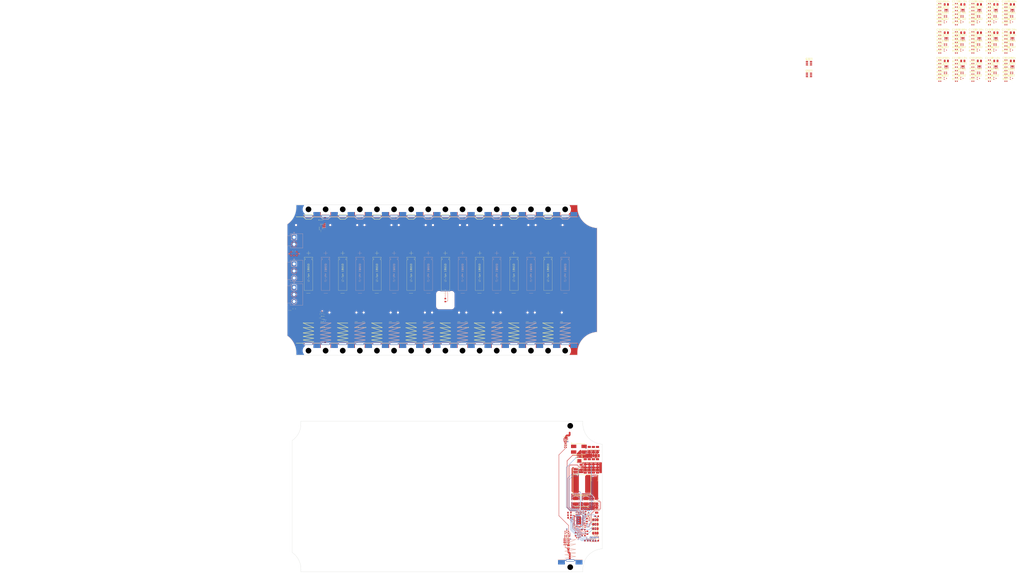
<source format=kicad_pcb>
(kicad_pcb (version 20241229) (generator "pcbnew") (generator_version "9.0")
  (layers (0 "F.Cu" signal) (4 "In1.Cu" signal) (6 "In2.Cu" signal) (2 "B.Cu" signal) (13 "F.Paste" user) (15 "B.Paste" user) (5 "F.SilkS" user "F.Silkscreen") (7 "B.SilkS" user "B.Silkscreen") (1 "F.Mask" user) (3 "B.Mask" user) (25 "Edge.Cuts" user))
  (net 0 "")
  (net 1 "GND")
  (net 2 "V_BATT")
  (net 3 "/LTC4015 Sheet/CCREEFP")
  (net 4 "V_SYS")
  (net 5 "/LTC4015 Sheet/CCREEFM")
  (net 6 "/LTC4015 Sheet/UVCLFB")
  (net 7 "/LTC4015 Sheet/BAT_SENSE_P")
  (net 8 "/LTC4015 Sheet/SW")
  (net 9 "/LTC4015 Sheet/BOOST")
  (net 10 "/LTC4015 Sheet/IN_SENSE_P")
  (net 11 "/LTC4015 Sheet/IN_SENSE_N")
  (net 12 "/LTC4015 Sheet/BAT_SENSE_N")
  (net 13 "/LTC4015 Sheet/SCL")
  (net 14 "/LTC4015 Sheet/SDA")
  (net 15 "/LTC4015 Sheet/DV_{CC}")
  (net 16 "INTV_{CC}")
  (net 17 "V_{IN}")
  (net 18 "/LTC4015 Sheet/CHEM0")
  (net 19 "/LTC4015 Sheet/CHEM1")
  (net 20 "/LTC4015 Sheet/MPPT")
  (net 21 "/LTC4015 Sheet/Batt_Shunt_High")
  (net 22 "/LTC4015 Sheet/In_Shunt_High")
  (net 23 "/LTC4015 Sheet/BOTTOM_GATE")
  (net 24 "/LTC4015 Sheet/TOP_GATE")
  (net 25 "/LTC4015 Sheet/OUTFET")
  (net 26 "/LTC4015 Sheet/FREQ_SET")
  (net 27 "/cell_1/BAT-")
  (net 28 "/cell_2/BAT-")
  (net 29 "/cell_1/BAT_NEG")
  (net 30 "/cell_3/BAT-")
  (net 31 "/cell_1/BAT+")
  (net 32 "/cell_2/BAT+")
  (net 33 "/cell_3/BAT+")
  (net 34 "/cell_2/BAT_NEG")
  (net 35 "/cell_3/BAT_NEG")
  (net 36 "/cell_4/BAT-")
  (net 37 "/cell_5/BAT-")
  (net 38 "/cell_6/BAT-")
  (net 39 "/cell_7/BAT-")
  (net 40 "/LTC4015 Sheet/~{SMBALERT}")
  (net 41 "/cell_8/BAT-")
  (net 42 "/cell_9/BAT-")
  (net 43 "/cell_10/BAT-")
  (net 44 "/cell_11/BAT-")
  (net 45 "/V_{SENSE}")
  (net 46 "/cell_4/BAT_NEG")
  (net 47 "/cell_5/BAT_NEG")
  (net 48 "/cell_6/BAT_NEG")
  (net 49 "/cell_7/BAT_NEG")
  (net 50 "/cell_12/BAT-")
  (net 51 "/cell_13/BAT-")
  (net 52 "/cell_14/BAT-")
  (net 53 "/cell_4/BAT+")
  (net 54 "/cell_5/BAT+")
  (net 55 "/cell_6/BAT+")
  (net 56 "/cell_7/BAT+")
  (net 57 "/cell_8/BAT+")
  (net 58 "/cell_9/BAT+")
  (net 59 "/cell_10/BAT+")
  (net 60 "/cell_11/BAT+")
  (net 61 "/cell_12/BAT+")
  (net 62 "/cell_13/BAT+")
  (net 63 "/cell_14/BAT+")
  (net 64 "/cell_9/BAT_NEG")
  (net 65 "/cell_8/BAT_NEG")
  (net 66 "/cell_10/BAT_NEG")
  (net 67 "/cell_11/BAT_NEG")
  (net 68 "/cell_12/BAT_NEG")
  (net 69 "/cell_13/BAT_NEG")
  (net 70 "/cell_14/BAT_NEG")
  (net 71 "Net-(U201-V_{C})")
  (net 72 "Net-(C202-Pad1)")
  (net 73 "Net-(U201-CSPM5)")
  (net 74 "Net-(U201-2P5V_{CC})")
  (net 75 "Net-(U201-SYSM5)")
  (net 76 "Net-(U301-BAT)")
  (net 77 "Net-(U501-BAT)")
  (net 78 "Net-(U601-BAT)")
  (net 79 "Net-(U801-BAT)")
  (net 80 "Net-(U1001-BAT)")
  (net 81 "Net-(U1201-BAT)")
  (net 82 "Net-(U1401-BAT)")
  (net 83 "Net-(U1501-BAT)")
  (net 84 "Net-(U1601-BAT)")
  (net 85 "Net-(J201-Pin_5)")
  (net 86 "Net-(Q301-G)")
  (net 87 "Net-(Q303-G2)")
  (net 90 "/V_BATT_FUSED")
  (net 91 "Net-(Q303-G1)")
  (net 92 "Net-(Q201-G)")
  (net 93 "Net-(Q501-G)")
  (net 94 "Net-(Q503-G2)")
  (net 95 "Net-(Q503-G1)")
  (net 98 "Net-(Q601-G)")
  (net 99 "Net-(Q603-G1)")
  (net 102 "Net-(Q603-G2)")
  (net 103 "Net-(Q801-G)")
  (net 105 "Net-(Q803-G1)")
  (net 107 "Net-(Q803-G2)")
  (net 108 "Net-(Q1001-G)")
  (net 110 "Net-(Q1003-G1)")
  (net 111 "Net-(Q1003-G2)")
  (net 113 "Net-(Q1201-G)")
  (net 115 "Net-(Q1203-G2)")
  (net 117 "Net-(Q1203-G1)")
  (net 118 "Net-(Q1401-G)")
  (net 120 "Net-(Q1403-G2)")
  (net 121 "Net-(Q1403-G1)")
  (net 122 "Net-(Q1501-G)")
  (net 125 "Net-(Q1503-G2)")
  (net 127 "Net-(Q1503-G1)")
  (net 128 "Net-(Q1601-G)")
  (net 129 "Net-(Q1603-G2)")
  (net 132 "Net-(Q1603-G1)")
  (net 133 "Net-(U201-NTCBIAS)")
  (net 134 "Net-(U201-NTC)")
  (net 135 "Net-(U301-V-)")
  (net 136 "Net-(U501-V-)")
  (net 137 "Net-(U601-V-)")
  (net 138 "Net-(U801-V-)")
  (net 139 "Net-(U1001-V-)")
  (net 140 "Net-(U1201-V-)")
  (net 141 "Net-(U1401-V-)")
  (net 142 "Net-(U1501-V-)")
  (net 143 "Net-(U1601-V-)")
  (net 153 "/V_IN_PHY")
  (net 159 "Net-(U1301-V-)")
  (net 160 "Net-(U1101-V-)")
  (net 161 "Net-(U901-V-)")
  (net 162 "Net-(U701-V-)")
  (net 163 "Net-(U401-V-)")
  (net 165 "Net-(Q1303-G1)")
  (net 167 "Net-(Q1303-G2)")
  (net 168 "Net-(Q1301-G)")
  (net 169 "Net-(Q1103-G2)")
  (net 171 "Net-(Q1103-G1)")
  (net 173 "Net-(Q1101-G)")
  (net 175 "Net-(Q903-G1)")
  (net 177 "Net-(Q903-G2)")
  (net 178 "Net-(Q901-G)")
  (net 179 "Net-(Q703-G2)")
  (net 182 "Net-(Q703-G1)")
  (net 183 "Net-(Q701-G)")
  (net 186 "Net-(Q403-G1)")
  (net 187 "Net-(Q403-G2)")
  (net 188 "Net-(Q401-G)")
  (net 189 "Net-(U1301-BAT)")
  (net 190 "Net-(U1101-BAT)")
  (net 191 "Net-(U901-BAT)")
  (net 192 "Net-(U701-BAT)")
  (net 193 "Net-(U401-BAT)")
  (net 194 "/cell_15/BAT-")
  (net 195 "/cell_16/BAT-")
  (net 196 "/cell_15/BAT+")
  (net 197 "/cell_16/BAT+")
  (net 198 "Net-(U1701-BAT)")
  (net 199 "Net-(U1801-BAT)")
  (net 200 "Net-(Q1701-G)")
  (net 202 "Net-(Q1703-G1)")
  (net 203 "Net-(Q1703-G2)")
  (net 205 "/cell_15/BAT_NEG")
  (net 206 "Net-(Q1801-G)")
  (net 209 "Net-(Q1803-G1)")
  (net 210 "/cell_16/BAT_NEG")
  (net 211 "Net-(Q1803-G2)")
  (net 212 "Net-(U1701-V-)")
  (net 213 "Net-(U1801-V-)")
  (net 216 "/GND_OUT_FILTERED")
  (net 217 "/GND_IN_FILTERED")
  (net 218 "/POWER_IN_FILTERED")
  (net 219 "/V_BAT_FILTERED")
  (footprint "Capacitor_SMD:C_0603_1608Metric" (layer "F.Cu") (at 74.79 134.1 180)
    (property "Reference" "C205" (hide yes))
    (property "Value" "100pF")
  )
  (footprint "Resistor_SMD:R_0402_1005Metric" (layer "F.Cu") (at 283.6475 -151.9)
    (property "Reference" "R602")
    (property "Value" "100k")
  )
  (footprint "cacophony-library:MountingHole_3.2mm_no_bolt_head" (layer "F.Cu") (at 62.725 39.85)
    (property "Reference" "H108" (hide yes))
    (property "Value" "MountingHole")
  )
  (footprint "Resistor_SMD:R_0402_1005Metric" (layer "F.Cu") (at 320.9275 -155.88)
    (property "Reference" "C1601")
    (property "Value" "100nF")
  )
  (footprint "cacophony-library:MountingHole_3.2mm_no_bolt_head" (layer "F.Cu") (at 53.075 39.85)
    (property "Reference" "H112" (hide yes))
    (property "Value" "MountingHole")
  )
  (footprint "Package_DFN_QFN:Diodes_UDFN2020-6_Type-F" (layer "F.Cu") (at 305.9225 -120.185)
    (property "Reference" "Q501")
    (property "Value" "DMP2040UFDF-7")
  )
  (footprint "Resistor_SMD:R_0402_1005Metric" (layer "F.Cu") (at 320.9275 -128.01)
    (property "Reference" "R1207")
    (property "Value" "2.2k")
  )
  (footprint "Resistor_SMD:R_0805_2012Metric" (layer "F.Cu") (at 324.5875 -139.47)
    (property "Reference" "R1204")
    (property "Value" "22mΩ")
  )
  (footprint "Resistor_SMD:R_0402_1005Metric" (layer "F.Cu") (at 311.6075 -139.95)
    (property "Reference" "C1001")
    (property "Value" "100nF")
  )
  (footprint "Resistor_SMD:R_0402_1005Metric" (layer "F.Cu") (at 320.9275 -131.99)
    (property "Reference" "R1205")
    (property "Value" "4.7M")
  )
  (footprint "Resistor_SMD:R_0402_1005Metric" (layer "F.Cu") (at -63.69 19.2925 90)
    (property "Reference" "C401" (hide yes))
    (property "Value" "100nF")
  )
  (footprint "Package_TO_SOT_SMD:SOT-23-6" (layer "F.Cu") (at -26.175 25 180)
    (property "Reference" "Q803" (hide yes))
    (property "Value" "FS8205A_C908265")
  )
  (footprint "Resistor_SMD:R_0402_1005Metric" (layer "F.Cu") (at 302.2875 -153.89)
    (property "Reference" "R1501")
    (property "Value" "1M")
  )
  (footprint "Resistor_SMD:R_0402_1005Metric" (layer "F.Cu") (at 283.6475 -118.05)
    (property "Reference" "R903")
    (property "Value" "330Ω")
  )
  (footprint "Resistor_SMD:R_0402_1005Metric" (layer "F.Cu") (at -64.68 18.6425 -90)
    (property "Reference" "R403" (hide yes))
    (property "Value" "330Ω")
  )
  (footprint "cacophony-library:MountingHole_3.2mm_no_bolt_head" (layer "F.Cu") (at -72.375 -39.85)
    (property "Reference" "H101" (hide yes))
    (property "Value" "MountingHole")
  )
  (footprint "cacophony-library:BAT-TH_MY-18650-05-J" (layer "F.Cu") (at -33.775 36)
    (property "Reference" "BAT_N105" (hide yes))
    (property "Value" "MY-18650-05-J")
  )
  (footprint "cacophony-library:WSON-6_1.5x1.5mm_P0.5mm" (layer "F.Cu") (at 305.4825 -132.745)
    (property "Reference" "U1301")
    (property "Value" "BQ297xy")
  )
  (footprint "cacophony-library:BAT-TH_MY-18650-04-J" (layer "F.Cu") (at -33.775 -36 180)
    (property "Reference" "BAT_P105" (hide yes))
    (property "Value" "MY-18650-04-J")
  )
  (footprint "Resistor_SMD:R_0402_1005Metric" (layer "F.Cu") (at 292.9675 -153.89)
    (property "Reference" "R1701")
    (property "Value" "1M")
  )
  (footprint "Resistor_SMD:R_0402_1005Metric" (layer "F.Cu") (at -65.4 -27.71 180)
    (property "Reference" "R402" (hide yes))
    (property "Value" "100k")
  )
  (footprint "Package_TO_SOT_SMD:SOT-23-6" (layer "F.Cu") (at 55.125 25 180)
    (property "Reference" "Q1703" (hide yes))
    (property "Value" "FS8205A_C908265")
  )
  (footprint "Resistor_SMD:R_0402_1005Metric" (layer "F.Cu") (at 311.6075 -137.96)
    (property "Reference" "R1001")
    (property "Value" "1M")
  )
  (footprint "Resistor_SMD:R_0402_1005Metric" (layer "F.Cu") (at 283.6475 -122.03)
    (property "Reference" "R901")
    (property "Value" "1M")
  )
  (footprint "cacophony-library:SOT-523" (layer "F.Cu") (at 296.0975 -129.63)
    (property "Reference" "Q1802")
    (property "Value" "Q_PMOS_GSD")
  )
  (footprint "Resistor_SMD:R_0805_2012Metric" (layer "F.Cu") (at 315.2675 -139.47)
    (property "Reference" "R1004")
    (property "Value" "22mΩ")
  )
  (footprint "Resistor_SMD:R_0402_1005Metric" (layer "F.Cu") (at 292.9675 -137.96)
    (property "Reference" "R1801")
    (property "Value" "1M")
  )
  (footprint "Resistor_SMD:R_0402_1005Metric" (layer "F.Cu") (at 302.2875 -122.03)
    (property "Reference" "R501")
    (property "Value" "1M")
  )
  (footprint "Package_TO_SOT_SMD:SOT-23-6" (layer "F.Cu") (at -2.775 25 180)
    (property "Reference" "Q1103" (hide yes))
    (property "Value" "FS8205A_C908265")
  )
  (footprint "Resistor_SMD:R_0402_1005Metric" (layer "F.Cu") (at 302.2875 -151.9)
    (property "Reference" "R1502")
    (property "Value" "100k")
  )
  (footprint "Resistor_SMD:R_0402_1005Metric" (layer "F.Cu") (at 320.9275 -118.05)
    (property "Reference" "R803")
    (property "Value" "330Ω")
  )
  (footprint "Resistor_SMD:R_0402_1005Metric" (layer "F.Cu") (at 283.6475 -145.93)
    (property "Reference" "R606")
    (property "Value" "4.7M")
  )
  (footprint "Resistor_SMD:R_0402_1005Metric" (layer "F.Cu") (at 302.2875 -143.94)
    (property "Reference" "R1507")
    (property "Value" "2.2k")
  )
  (footprint "Resistor_SMD:R_0402_1005Metric" (layer "F.Cu") (at 302.2875 -130)
    (property "Reference" "R1306")
    (property "Value" "4.7M")
  )
  (footprint "Package_SON:Diodes_PowerDI3333-8" (layer "F.Cu") (at 88.915 111.56 -90)
    (property "Reference" "Q203" (hide yes))
    (property "Value" "DMP4013LFGQ-13")
  )
  (footprint "Capacitor_SMD:C_0402_1005Metric" (layer "F.Cu") (at 83.739 142.4855 -90)
    (property "Reference" "C203" (hide yes))
    (property "Value" "100nF")
  )
  (footprint "Resistor_SMD:R_0402_1005Metric" (layer "F.Cu") (at 72.29 142.26 90)
    (property "Reference" "REF**" (hide yes))
    (property "Value" "2.2k")
  )
  (footprint "Package_DFN_QFN:Diodes_UDFN2020-6_Type-F" (layer "F.Cu") (at 287.2825 -152.045)
    (property "Reference" "Q601")
    (property "Value" "DMP2040UFDF-7")
  )
  (footprint "Package_TO_SOT_SMD:SOT-23-6" (layer "F.Cu") (at -45.475 25 180)
    (property "Reference" "Q603" (hide yes))
    (property "Value" "FS8205A_C908265")
  )
  (footprint "Resistor_SMD:R_0402_1005Metric" (layer "F.Cu") (at 320.9275 -145.93)
    (property "Reference" "R1606")
    (property "Value" "4.7M")
  )
  (footprint "Resistor_SMD:R_0402_1005Metric" (layer "F.Cu") (at 283.6475 -155.88)
    (property "Reference" "C601")
    (property "Value" "100nF")
  )
  (footprint "cacophony-library:BAT-TH_MY-18650-04-J" (layer "F.Cu") (at -53.075 -36 180)
    (property "Reference" "BAT_P103" (hide yes))
    (property "Value" "MY-18650-04-J")
  )
  (footprint "cacophony-library:WSON-6_1.5x1.5mm_P0.5mm" (layer "F.Cu") (at 296.1625 -148.675)
    (property "Reference" "U1701")
    (property "Value" "BQ297xy")
  )
  (footprint "Package_TO_SOT_SMD:SOT-23-6" (layer "F.Cu") (at 73.175 147.09 180)
    (property "Reference" "REF**" (hide yes))
    (property "Value" "FS8205A_C908265")
  )
  (footprint "Resistor_SMD:R_0402_1005Metric" (layer "F.Cu") (at 302.2875 -139.95)
    (property "Reference" "C1301")
    (property "Value" "100nF")
  )
  (footprint "Resistor_SMD:R_0402_1005Metric" (layer "F.Cu") (at 292.9675 -145.93)
    (property "Reference" "R1706")
    (property "Value" "4.7M")
  )
  (footprint "Resistor_SMD:R_0402_1005Metric" (layer "F.Cu") (at 292.9675 -130)
    (property "Reference" "R1806")
    (property "Value" "4.7M")
  )
  (footprint "Resistor_SMD:R_0402_1005Metric" (layer "F.Cu") (at 292.9675 -149.91)
    (property "Reference" "R1703")
    (property "Value" "330Ω")
  )
  (footprint "Resistor_SMD:R_0402_1005Metric" (layer "F.Cu") (at 311.6075 -143.94)
    (property "Reference" "R707")
    (property "Value" "2.2k")
  )
  (footprint "Resistor_SMD:R_0402_1005Metric" (layer "F.Cu") (at 302.2875 -137.96)
    (property "Reference" "R1301")
    (property "Value" "1M")
  )
  (footprint "cacophony-library:MountingHole_3.2mm_no_bolt_head" (layer "F.Cu") (at 33.775 39.85)
    (property "Reference" "H120" (hide yes))
    (property "Value" "MountingHole")
  )
  (footprint "Resistor_SMD:R_0402_1005Metric" (layer "F.Cu") (at 292.9675 -120.04)
    (property "Reference" "R1102")
    (property "Value" "100k")
  )
  (footprint "Resistor_SMD:R_0402_1005Metric" (layer "F.Cu") (at 292.9675 -128.01)
    (property "Reference" "R1807")
    (property "Value" "2.2k")
  )
  (footprint "Resistor_SMD:R_0402_1005Metric" (layer "F.Cu") (at 72.31 149.27)
    (property "Reference" "REF**" (hide yes))
    (property "Value" "4.7M")
  )
  (footprint "Resistor_SMD:R_0402_1005Metric" (layer "F.Cu") (at 302.2875 -128.01)
    (property "Reference" "R1307")
    (property "Value" "2.2k")
  )
  (footprint "Resistor_SMD:R_0402_1005Metric" (layer "F.Cu") (at -65.66 19.1925 90)
    (property "Reference" "R407" (hide yes))
    (property "Value" "2.2k")
  )
  (footprint "cacophony-library:WSON-6_1.5x1.5mm_P0.5mm" (layer "F.Cu") (at 314.8025 -116.815)
    (property "Reference" "U1401")
    (property "Value" "BQ297xy")
  )
  (footprint "cacophony-library:SOT-523" (layer "F.Cu") (at 286.7775 -113.7)
    (property "Reference" "Q902")
    (property "Value" "Q_PMOS_GSD")
  )
  (footprint "Resistor_SMD:R_0402_1005Metric" (layer "F.Cu") (at -65.5 -30.96)
    (property "Reference" "R401" (hide yes))
    (property "Value" "1M")
  )
  (footprint "Resistor_SMD:R_0402_1005Metric" (layer "F.Cu") (at 283.6475 -112.08)
    (property "Reference" "R907")
    (property "Value" "2.2k")
  )
  (footprint "cacophony-library:MountingHole_3.2mm_no_bolt_head" (layer "F.Cu") (at 24.125 39.85)
    (property "Reference" "H124" (hide yes))
    (property "Value" "MountingHole")
  )
  (footprint "Resistor_SMD:R_0402_1005Metric" (layer "F.Cu") (at 311.6075 -155.88)
    (property "Reference" "C701")
    (property "Value" "100nF")
  )
  (footprint "Resistor_SMD:R_0402_1005Metric" (layer "F.Cu") (at 292.9675 -143.94)
    (property "Reference" "R1707")
    (property "Value" "2.2k")
  )
  (footprint "Capacitor_SMD:C_0402_1005Metric" (layer "F.Cu") (at 83.609 138.9355 90)
    (property "Reference" "C214" (hide yes))
    (property "Value" "1nF")
  )
  (footprint "Resistor_SMD:R_0402_1005Metric" (layer "F.Cu") (at 311.6075 -135.97)
    (property "Reference" "R1002")
    (property "Value" "100k")
  )
  (footprint "Resistor_SMD:R_0402_1005Metric" (layer "F.Cu") (at 320.9275 -122.03)
    (property "Reference" "R801")
    (property "Value" "1M")
  )
  (footprint "cacophony-library:MountingHole_3.2mm_no_bolt_head" (layer "F.Cu") (at -24.125 -39.85)
    (property "Reference" "H121" (hide yes))
    (property "Value" "MountingHole")
  )
  (footprint "Capacitor_SMD:C_1206_3216Metric" (layer "F.Cu") (at 88.28 107.14 90)
    (property "Reference" "C224" (hide yes))
    (property "Value" "10uF")
  )
  (footprint "Resistor_SMD:R_0603_1608Metric" (layer "F.Cu") (at 74.79 132.64 180)
    (property "Reference" "R206" (hide yes))
    (property "Value" "1M")
  )
  (footprint "cacophony-library:SOT-523" (layer "F.Cu") (at 296.0975 -145.56)
    (property "Reference" "Q1702")
    (property "Value" "Q_PMOS_GSD")
  )
  (footprint "cacophony-library:SolderJumper-3_P1.3mm_Open_RoundedPad1.0x1.5mm" (layer "F.Cu") (at 89.405 140.2645)
    (property "Reference" "JP203" (hide yes))
    (property "Value" "SolderJumper_3_Open")
  )
  (footprint "Package_TO_SOT_SMD:SOT-23-6" (layer "F.Cu") (at -64.775 25 180)
    (property "Reference" "Q403" (hide yes))
    (property "Value" "FS8205A_C908265")
  )
  (footprint "Resistor_SMD:R_0402_1005Metric" (layer "F.Cu") (at 302.2875 -135.97)
    (property "Reference" "R1302")
    (property "Value" "100k")
  )
  (footprint "Resistor_SMD:R_0402_1005Metric" (layer "F.Cu") (at 320.9275 -147.92)
    (property "Reference" "R1605")
    (property "Value" "4.7M")
  )
  (footprint "Resistor_SMD:R_0402_1005Metric" (layer "F.Cu") (at 302.2875 -133.98)
    (property "Reference" "R1303")
    (property "Value" "330Ω")
  )
  (footprint "Resistor_SMD:R_0402_1005Metric" (layer "F.Cu") (at 320.9275 -133.98)
    (property "Reference" "R1203")
    (property "Value" "330Ω")
  )
  (footprint "Resistor_SMD:R_0402_1005Metric" (layer "F.Cu") (at 283.6475 -149.91)
    (property "Reference" "R603")
    (property "Value" "330Ω")
  )
  (footprint "cacophony-library:WSON-6_1.5x1.5mm_P0.5mm" (layer "F.Cu") (at 286.8425 -116.815)
    (property "Reference" "U901")
    (property "Value" "BQ297xy")
  )
  (footprint "cacophony-library:MountingHole_3.2mm_no_bolt_head" (layer "F.Cu") (at -43.425 39.85)
    (property "Reference" "H114" (hide yes))
    (property "Value" "MountingHole")
  )
  (footprint "cacophony-library:SOT-523" (layer "F.Cu") (at 324.0575 -113.7)
    (property "Reference" "Q802")
    (property "Value" "Q_PMOS_GSD")
  )
  (footprint "Package_TO_SOT_SMD:SOT-23-6" (layer "F.Cu") (at 35.825 25 180)
    (property "Reference" "Q1503" (hide yes))
    (property "Value" "FS8205A_C908265")
  )
  (footprint "cacophony-library:MountingHole_3.2mm_no_bolt_head" (layer "F.Cu") (at -53.075 -39.85)
    (property "Reference" "H109" (hide yes))
    (property "Value" "MountingHole")
  )
  (footprint "Resistor_SMD:R_0603_1608Metric" (layer "F.Cu") (at 78.259 143.3455 90)
    (property "Reference" "R202" (hide yes))
    (property "Value" "200Ω")
  )
  (footprint "Resistor_SMD:R_0402_1005Metric" (layer "F.Cu") (at 283.6475 -147.92)
    (property "Reference" "R605")
    (property "Value" "4.7M")
  )
  (footprint "Capacitor_SMD:C_0402_1005Metric" (layer "F.Cu") (at 83.989 137.3255 180)
    (property "Reference" "C211" (hide yes))
    (property "Value" "2.2uF")
  )
  (footprint "Resistor_SMD:R_0402_1005Metric" (layer "F.Cu") (at 302.2875 -116.06)
    (property "Reference" "R505")
    (property "Value" "4.7M")
  )
  (footprint "cacophony-library:MountingHole_3.2mm_no_bolt_head" (layer "F.Cu") (at -72.375 39.85)
    (property "Reference" "H102" (hide yes))
    (property "Value" "MountingHole")
  )
  (footprint "Capacitor_SMD:C_0402_1005Metric" (layer "F.Cu") (at 85.9115 134.7755 90)
    (property "Reference" "C215" (hide yes))
    (property "Value" "100nF")
  )
  (footprint "Resistor_SMD:R_0402_1005Metric" (layer "F.Cu") (at 302.2875 -114.07)
    (property "Reference" "R506")
    (property "Value" "4.7M")
  )
  (footprint "cacophony-library:BAT-TH_MY-18650-05-J" (layer "F.Cu") (at 62.725 36)
    (property "Reference" "BAT_N115" (hide yes))
    (property "Value" "MY-18650-05-J")
  )
  (footprint "Resistor_SMD:R_0402_1005Metric" (layer "F.Cu") (at 292.9675 -124.02)
    (property "Reference" "C1101")
    (property "Value" "100nF")
  )
  (footprint "Resistor_SMD:R_0402_1005Metric" (layer "F.Cu") (at 73.27 141.71 -90)
    (property "Reference" "REF**" (hide yes))
    (property "Value" "330Ω")
  )
  (footprint "Resistor_SMD:R_0402_1005Metric" (layer "F.Cu") (at 72.45 91.13)
    (property "Reference" "REF**" (hide yes))
    (property "Value" "1M")
  )
  (footprint "Capacitor_SMD:C_1206_3216Metric" (layer "F.Cu") (at 88.29 95.63 -90)
    (property "Reference" "C207" (hide yes))
    (property "Value" "10uF")
  )
  (footprint "Capacitor_SMD:C_1206_3216Metric" (layer "F.Cu") (at 83.68 102.52 -90)
    (property "Reference" "C221" (hide yes))
    (property "Value" "10uF")
  )
  (footprint "Resistor_SMD:R_0402_1005Metric" (layer "F.Cu") (at 320.9275 -120.04)
    (property "Reference" "R802")
    (property "Value" "100k")
  )
  (footprint "Resistor_SMD:R_0402_1005Metric" (layer "F.Cu") (at 283.6475 -135.97)
    (property "Reference" "R302")
    (property "Value" "100k")
  )
  (footprint "cacophony-library:MountingHole_3.2mm_no_bolt_head" (layer "F.Cu") (at 43.425 -39.85)
    (property "Reference" "H115" (hide yes))
    (property "Value" "MountingHole")
  )
  (footprint "cacophony-library:WSON-6_1.5x1.5mm_P0.5mm" (layer "F.Cu") (at 286.8425 -132.745)
    (property "Reference" "U301")
    (property "Value" "BQ297xy")
  )
  (footprint "Connector_PinHeader_1.00mm:PinHeader_1x05_P1.00mm_Vertical" (layer "F.Cu") (at 86.715 145.1445 90)
    (property "Reference" "J201" (hide yes))
    (property "Value" "Conn_01x05")
  )
  (footprint "Resistor_SMD:R_0402_1005Metric" (layer "F.Cu") (at 292.9675 -118.05)
    (property "Reference" "R1103")
    (property "Value" "330Ω")
  )
  (footprint "cacophony-library:R_1206_Shunt" (layer "F.Cu") (at 81.415 105.62 90)
    (property "Reference" "R210" (hide yes))
    (property "Value" "5mΩ")
  )
  (footprint "Package_DFN_QFN:Diodes_UDFN2020-6_Type-F" (layer "F.Cu") (at 296.6025 -152.045)
    (property "Reference" "Q1701")
    (property "Value" "DMP2040UFDF-7")
  )
  (footprint "Resistor_SMD:R_0603_1608Metric" (layer "F.Cu") (at -82.83 17.12 -90)
    (property "Reference" "R101" (hide yes))
    (property "Value" "1k")
  )
  (footprint "Resistor_SMD:R_0402_1005Metric" (layer "F.Cu") (at 292.9675 -122.03)
    (property "Reference" "R1101")
    (property "Value" "1M")
  )
  (footprint "Package_TO_SOT_SMD:SOT-23-6" (layer "F.Cu") (at 209.8625 -115.65)
    (property "Reference" "Q503")
    (property "Value" "FS8205A_C908265")
  )
  (footprint "cacophony-library:MountingHole_3.2mm_no_bolt_head" (layer "F.Cu") (at 75.225 161.94)
    (property "Reference" "REF**" (hide yes))
    (property "Value" "MountingHole")
  )
  (footprint "cacophony-library:BAT-TH_MY-18650-05-J" (layer "F.Cu") (at -53.075 36)
    (property "Reference" "BAT_N103" (hide yes))
    (property "Value" "MY-18650-05-J")
  )
  (footprint "Capacitor_SMD:C_1206_3216Metric" (layer "F.Cu") (at 83.68 107.16 90)
    (property "Reference" "C225" (hide yes))
    (property "Value" "10uF")
  )
  (footprint "Resistor_SMD:R_0402_1005Metric" (layer "F.Cu") (at 292.9675 -112.08)
    (property "Reference" "R1107")
    (property "Value" "2.2k")
  )
  (footprint "cacophony-library:WSON-6_1.5x1.5mm_P0.5mm" (layer "F.Cu") (at 286.8425 -148.675)
    (property "Reference" "U601")
    (property "Value" "BQ297xy")
  )
  (footprint "Resistor_SMD:R_0805_2012Metric" (layer "F.Cu") (at 324.5875 -123.54)
    (property "Reference" "R804")
    (property "Value" "22mΩ")
  )
  (footprint "Resistor_SMD:R_0402_1005Metric" (layer "F.Cu") (at 320.9275 -135.97)
    (property "Reference" "R1202")
    (property "Value" "100k")
  )
  (footprint "Resistor_SMD:R_0805_2012Metric" (layer "F.Cu") (at 296.6275 -139.47)
    (property "Reference" "R1804")
    (property "Value" "22mΩ")
  )
  (footprint "cacophony-library:SOT-523" (layer "F.Cu") (at 296.0975 -113.7)
    (property "Reference" "Q1102")
    (property "Value" "Q_PMOS_GSD")
  )
  (footprint "Resistor_SMD:R_0402_1005Metric" (layer "F.Cu") (at 311.6075 -130)
    (property "Reference" "R1006")
    (property "Value" "4.7M")
  )
  (footprint "Resistor_SMD:R_0402_1005Metric" (layer "F.Cu") (at 292.9675 -116.06)
    (property "Reference" "R1105")
    (property "Value" "4.7M")
  )
  (footprint "Package_TO_SOT_SMD:SOT-23-6" (layer "F.Cu") (at -41.375 25 180)
    (property "Reference" "Q703" (hide yes))
    (property "Value" "FS8205A_C908265")
  )
  (footprint "Resistor_SMD:R_0805_2012Metric" (layer "F.Cu") (at 296.6275 -123.54)
    (property "Reference" "R1104")
    (property "Value" "22mΩ")
  )
  (footprint "cacophony-library:MountingHole_3.2mm_no_bolt_head" (layer "F.Cu") (at 72.375 39.85)
    (property "Reference" "H104" (hide yes))
    (property "Value" "MountingHole")
  )
  (footprint "Fuse:Fuse_0805_2012Metric" (layer "F.Cu") (at -80.49 -16.25 -90)
    (property "Reference" "F101" (hide yes))
    (property "Value" "Fuse")
  )
  (footprint "cacophony-library:BAT-TH_MY-18650-04-J" (layer "F.Cu") (at 43.425 -36 180)
    (property "Reference" "BAT_P113" (hide yes))
    (property "Value" "MY-18650-04-J")
  )
  (footprint "Package_TO_SOT_SMD:SOT-23-6" (layer "F.Cu") (at -6.875 25 180)
    (property "Reference" "Q1003" (hide yes))
    (property "Value" "FS8205A_C908265")
  )
  (footprint "Package_DFN_QFN:Diodes_UDFN2020-6_Type-F" (layer "F.Cu") (at 296.6025 -136.115)
    (property "Reference" "Q1801")
    (property "Value" "DMP2040UFDF-7")
  )
  (footprint "Package_TO_SOT_SMD:SOT-23-6" (layer "F.Cu") (at -22.075 25 180)
    (property "Reference" "Q903" (hide yes))
    (property "Value" "FS8205A_C908265")
  )
  (footprint "Resistor_SMD:R_0402_1005Metric" (layer "F.Cu") (at 302.2875 -145.93)
    (property "Reference" "R1506")
    (property "Value" "4.7M")
  )
  (footprint "Resistor_SMD:R_0402_1005Metric" (layer "F.Cu") (at 311.6075 -151.9)
    (property "Reference" "R702")
    (property "Value" "100k")
  )
  (footprint "cacophony-library:MountingHole_3.2mm_no_bolt_head" (layer "F.Cu") (at 14.475 -39.85)
    (property "Reference" "H127" (hide yes))
    (property "Value" "MountingHole")
  )
  (footprint "Resistor_SMD:R_0402_1005Metric" (layer "F.Cu") (at 302.2875 -131.99)
    (property "Reference" "R1305")
    (property "Value" "4.7M")
  )
  (footprint "Resistor_SMD:R_0402_1005Metric" (layer "F.Cu") (at 320.9275 -130)
    (property "Reference" "R1206")
    (property "Value" "4.7M")
  )
  (footprint "Resistor_SMD:R_0402_1005Metric" (layer "F.Cu") (at 311.6075 -128.01)
    (property "Reference" "R1007")
    (property "Value" "2.2k")
  )
  (footprint "Capacitor_SMD:C_1206_3216Metric" (layer "F.Cu") (at 87.835 124.7625 90)
    (property "Reference" "C219" (hide yes))
    (property "Value" "10uF")
  )
  (footprint "cacophony-library:BAT-TH_MY-18650-04-J" (layer "F.Cu") (at 24.125 -36 180)
    (property "Reference" "BAT_P111" (hide yes))
    (property "Value" "MY-18650-04-J")
  )
  (footprint "Resistor_SMD:R_0805_2012Metric" (layer "F.Cu") (at 305.9475 -139.47)
    (property "Reference" "R1304")
    (property "Value" "22mΩ")
  )
  (footprint "cacophony-library:MountingHole_3.2mm_no_bolt_head" (layer "F.Cu") (at 72.375 -39.85)
    (property "Reference" "H103" (hide yes))
    (property "Value" "MountingHole")
  )
  (footprint "Resistor_SMD:R_0402_1005Metric" (layer "F.Cu") (at 311.6075 -147.92)
    (property "Reference" "R705")
    (property "Value" "4.7M")
  )
  (footprint "cacophony-library:SOT-523" (layer "F.Cu") (at 314.7375 -113.7)
    (property "Reference" "Q1402")
    (property "Value" "Q_PMOS_GSD")
  )
  (footprint "Resistor_SMD:R_0402_1005Metric" (layer "F.Cu") (at 320.9275 -137.96)
    (property "Reference" "R1201")
    (property "Value" "1M")
  )
  (footprint "Resistor_SMD:R_0402_1005Metric" (layer "F.Cu") (at 302.2875 -147.92)
    (property "Reference" "R1505")
    (property "Value" "4.7M")
  )
  (footprint "Capacitor_SMD:C_0402_1005Metric" (layer "F.Cu") (at 79.389 131.023)
    (property "Reference" "C209" (hide yes))
    (property "Value" "100nF")
  )
  (footprint "Resistor_SMD:R_0402_1005Metric" (layer "F.Cu") (at 320.9275 -112.08)
    (property "Reference" "R807")
    (property "Value" "2.2k")
  )
  (footprint "Resistor_SMD:R_0402_1005Metric" (layer "F.Cu") (at 320.9275 -114.07)
    (property "Reference" "R806")
    (property "Value" "4.7M")
  )
  (footprint "Resistor_SMD:R_0402_1005Metric" (layer "F.Cu") (at 311.6075 -112.08)
    (property "Reference" "R1407")
    (property "Value" "2.2k")
  )
  (footprint "Package_DFN_QFN:Diodes_UDFN2020-6_Type-F" (layer "F.Cu") (at 296.6025 -120.185)
    (property "Reference" "Q1101")
    (property "Value" "DMP2040UFDF-7")
  )
  (footprint "Resistor_SMD:R_0603_1608Metric" (layer "F.Cu") (at 82.709 144.1255)
    (property "Reference" "R212" (hide yes))
    (property "Value" "10k")
  )
  (footprint "Resistor_SMD:R_0402_1005Metric" (layer "F.Cu") (at 72.17 144.46 90)
    (property "Reference" "REF**" (hide yes))
    (property "Value" "4.7M")
  )
  (footprint "Resistor_SMD:R_0805_2012Metric" (layer "F.Cu") (at 296.6275 -155.4)
    (property "Reference" "R1704")
    (property "Value" "22mΩ")
  )
  (footprint "cacophony-library:WSON-6_1.5x1.5mm_P0.5mm" (layer "F.Cu") (at 314.8025 -132.745)
    (property "Reference" "U1001")
    (property "Value" "BQ297xy")
  )
  (footprint "cacophony-library:SOT-523" (layer "F.Cu") (at 324.0575 -129.63)
    (property "Reference" "Q1202")
    (property "Value" "Q_PMOS_GSD")
  )
  (footprint "cacophony-library:MountingHole_3.2mm_no_bolt_head" (layer "F.Cu") (at -14.475 39.85)
    (property "Reference" "H126" (hide yes))
    (property "Value" "MountingHole")
  )
  (footprint "Package_DFN_QFN:Diodes_UDFN2020-6_Type-F" (layer "F.Cu") (at 324.5625 -136.115)
    (property "Reference" "Q1201")
    (property "Value" "DMP2040UFDF-7")
  )
  (footprint "cacophony-library:MountingHole_3.2mm_no_bolt_head" (layer "F.Cu") (at -4.825 39.85)
    (property "Reference" "H130" (hide yes))
    (property "Value" "MountingHole")
  )
  (footprint "cacophony-library:IND-SMD_L11.3-W10.0_XAL1010-332ME" (layer "F.Cu") (at 81.76 115.46)
    (property "Reference" "L201" (hide yes))
    (property "Value" "10uH")
  )
  (footprint "Resistor_SMD:R_0402_1005Metric" (layer "F.Cu") (at 311.6075 -114.07)
    (property "Reference" "R1406")
    (property "Value" "4.7M")
  )
  (footprint "Resistor_SMD:R_0402_1005Metric" (layer "F.Cu") (at 283.6475 -131.99)
    (property "Reference" "R305")
    (property "Value" "4.7M")
  )
  (footprint "Resistor_SMD:R_0402_1005Metric" (layer "F.Cu") (at 311.6075 -153.89)
    (property "Reference" "R701")
    (property "Value" "1M")
  )
  (footprint "Package_DFN_QFN:Diodes_UDFN2020-6_Type-F" (layer "F.Cu") (at 315.2425 -120.185)
    (property "Reference" "Q1401")
    (property "Value" "DMP2040UFDF-7")
  )
  (footprint "Resistor_SMD:R_0402_1005Metric" (layer "F.Cu") (at 74.26 142.36 90)
    (property "Reference" "REF**" (hide yes))
    (property "Value" "100nF")
  )
  (footprint "Resistor_SMD:R_0603_1608Metric" (layer "F.Cu") (at 87.275 147.0145)
    (property "Reference" "R203" (hide yes))
    (property "Value" "10k")
  )
  (footprint "cacophony-library:MountingHole_3.2mm_no_bolt_head" (layer "F.Cu") (at -53.075 39.85)
    (property "Reference" "H110" (hide yes))
    (property "Value" "MountingHole")
  )
  (footprint "Resistor_SMD:R_0402_1005Metric" (layer "F.Cu") (at 320.9275 -151.9)
    (property "Reference" "R1602")
    (property "Value" "100k")
  )
  (footprint "Capacitor_SMD:C_0603_1608Metric" (layer "F.Cu") (at 90.226 133.2555)
    (property "Reference" "C217" (hide yes))
    (property "Value" "10uF")
  )
  (footprint "Capacitor_SMD:C_1206_3216Metric" (layer "F.Cu") (at 89.765 99.07 180)
    (property "Reference" "C204" (hide yes))
    (property "Value" "10uF")
  )
  (footprint "cacophony-library:MountingHole_3.2mm_no_bolt_head" (layer "F.Cu") (at 53.075 -39.85)
    (property "Reference" "H111" (hide yes))
    (property "Value" "MountingHole")
  )
  (footprint "Capacitor_SMD:C_0603_1608Metric" (layer "F.Cu") (at 84.659 135.3755 90)
    (property "Reference" "C212" (hide yes))
    (property "Value" "470nF")
  )
  (footprint "Resistor_SMD:R_0402_1005Metric" (layer "F.Cu") (at 283.6475 -128.01)
    (property "Reference" "R307")
    (property "Value" "2.2k")
  )
  (footprint "Resistor_SMD:R_0402_1005Metric" (layer "F.Cu") (at 302.2875 -124.02)
    (property "Reference" "C501")
    (property "Value" "100nF")
  )
  (footprint "Resistor_SMD:R_0402_1005Metric" (layer "F.Cu") (at 302.2875 -155.88)
    (property "Reference" "C1501")
    (property "Value" "100nF")
  )
  (footprint "Package_DFN_QFN:Diodes_UDFN2020-6_Type-F" (layer "F.Cu") (at 287.2825 -120.185)
    (property "Reference" "Q901")
    (property "Value" "DMP2040UFDF-7")
  )
  (footprint "Capacitor_SMD:C_1206_3216Metric" (layer "F.Cu") (at 88.28 102.52 -90)
    (property "Reference" "C226" (hide yes))
    (property "Value" "10uF")
  )
  (footprint "cacophony-library:MountingHole_3.2mm_no_bolt_head" (layer "F.Cu") (at -62.725 39.85)
    (property "Reference" "H106" (hide yes))
    (property "Value" "MountingHole")
  )
  (footprint "Package_DFN_QFN:Diodes_UDFN2020-6_Type-F" (layer "F.Cu") (at 315.2425 -152.045)
    (property "Reference" "Q701")
    (property "Value" "DMP2040UFDF-7")
  )
  (footprint "Package_TO_SOT_SMD:SOT-23-6" (layer "F.Cu") (at 31.725 25 180)
    (property "Reference" "Q1403" (hide yes))
    (property "Value" "FS8205A_C908265")
  )
  (footprint "Resistor_SMD:R_0402_1005Metric" (layer "F.Cu") (at 283.6475 -116.06)
    (property "Reference" "R905")
    (property "Value" "4.7M")
  )
  (footprint "Package_DFN_QFN:Diodes_UDFN2020-6_Type-F" (layer "F.Cu") (at 287.2825 -136.115)
    (property "Reference" "Q301")
    (property "Value" "DMP2040UFDF-7")
  )
  (footprint "Resistor_SMD:R_0603_1608Metric" (layer "F.Cu") (at 74.785 131.17)
    (property "Reference" "R205" (hide yes))
    (property "Value" "2.2M")
  )
  (footprint "Package_DFN_QFN:WQFN-38-1EP_5x7mm_P0.5mm_EP2.7x4.7mm" (layer "F.Cu") (at 79.9815 135.5755)
    (property "Reference" "U201" (hide yes))
    (property "Value" "LTC4015EUHF#TRPBF")
  )
  (footprint "cacophony-library:MountingHole_3.2mm_no_bolt_head" (layer "F.Cu") (at -43.425 -39.85)
    (property "Reference" "H113" (hide yes))
    (property "Value" "MountingHole")
  )
  (footprint "Package_DFN_QFN:Diodes_UDFN2020-6_Type-F" (layer "F.Cu") (at 324.5625 -152.045)
    (property "Reference" "Q1601")
    (property "Value" "DMP2040UFDF-7")
  )
  (footprint "Capacitor_SMD:C_0402_1005Metric" (layer "F.Cu") (at 82.5815 130.923 -90)
    (property "Reference" "C218" (hide yes))
    (property "Value" "100nF")
  )
  (footprint "cacophony-library:MountingHole_3.2mm_no_bolt_head" (layer "F.Cu") (at 62.725 -39.85)
    (property "Reference" "H107" (hide yes))
    (property "Value" "MountingHole")
  )
  (footprint "cacophony-library:SOT-523" (layer "F.Cu") (at 305.4175 -145.56)
    (property "Reference" "Q1502")
    (property "Value" "Q_PMOS_GSD")
  )
  (footprint "cacophony-library:BAT-TH_MY-18650-04-J" (layer "F.Cu") (at -14.475 -36 180)
    (property "Reference" "BAT_P107" (hide yes))
    (property "Value" "MY-18650-04-J")
  )
  (footprint "Resistor_SMD:R_0402_1005Metric" (layer "F.Cu") (at 302.2875 -120.04)
    (property "Reference" "R502")
    (property "Value" "100k")
  )
  (footprint "cacophony-library:MountingHole_3.2mm_no_bolt_head" (layer "F.Cu") (at 75.225 82.24)
    (property "Reference" "REF**" (hide yes))
    (property "Value" "MountingHole")
  )
  (footprint "cacophony-library:WSON-6_1.5x1.5mm_P0.5mm" (layer "F.Cu") (at 73.8375 144.3675)
    (property "Reference" "REF**" (hide yes))
    (property "Value" "BQ297xy")
  )
  (footprint "cacophony-library:MountingHole_3.2mm_no_bolt_head" (layer "F.Cu") (at 24.125 -39.85)
    (property "Reference" "H123" (hide yes))
    (property "Value" "MountingHole")
  )
  (footprint "Resistor_SMD:R_0402_1005Metric" (layer "F.Cu") (at 320.9275 -124.02)
    (property "Reference" "C801")
    (property "Value" "100nF")
  )
  (footprint "cacophony-library:SOT-523" (layer "F.Cu") (at 324.0575 -145.56)
    (property "Reference" "Q1602")
    (property "Value" "Q_PMOS_GSD")
  )
  (footprint "Capacitor_SMD:C_1206_3216Metric" (layer "F.Cu") (at 90.58 107.14 90)
    (property "Reference" "C227" (hide yes))
    (property "Value" "10uF")
  )
  (footprint "cacophony-library:BAT-TH_MY-18650-04-J" (layer "F.Cu") (at -72.375 -36 180)
    (property "Reference" "BAT_P101" (hide yes))
    (property "Value" "MY-18650-04-J")
  )
  (footprint "Package_DFN_QFN:Diodes_UDFN2020-6_Type-F" (layer "F.Cu") (at 305.9225 -152.045)
    (property "Reference" "Q1501")
    (property "Value" "DMP2040UFDF-7")
  )
  (footprint "Resistor_SMD:R_0402_1005Metric" (layer "F.Cu") (at 283.6475 -130)
    (property "Reference" "R306")
    (property "Value" "4.7M")
  )
  (footprint "Resistor_SMD:R_0402_1005Metric" (layer "F.Cu") (at 283.6475 -137.96)
    (property "Reference" "R301")
    (property "Value" "1M")
  )
  (footprint "Resistor_SMD:R_0402_1005Metric" (layer "F.Cu") (at 311.6075 -133.98)
    (property "Reference" "R1003")
    (property "Value" "330Ω")
  )
  (footprint "Resistor_SMD:R_0402_1005Metric" (layer "F.Cu") (at 311.6075 -122.03)
    (property "Reference" "R1401")
    (property "Value" "1M")
  )
  (footprint "Resistor_SMD:R_0402_1005Metric" (layer "F.Cu") (at 311.6075 -149.91)
    (property "Reference" "R703")
    (property "Value" "330Ω")
  )
  (footprint "Capacitor_SMD:C_1206_3216Metric" (layer "F.Cu") (at 85.98 107.16 90)
    (property "Reference" "C223" (hide yes))
    (property "Value" "10uF")
  )
  (footprint "cacophony-library:MountingHole_3.2mm_no_bolt_head" (layer "F.Cu") (at 14.475 39.85)
    (property "Reference" "H128" (hide yes))
    (property "Value" "MountingHole")
  )
  (footprint "cacophony-library:WSON-6_1.5x1.5mm_P0.5mm" (layer "F.Cu") (at 296.1625 -132.745)
    (property "Reference" "U1801")
    (property "Value" "BQ297xy")
  )
  (footprint "Resistor_SMD:R_0402_1005Metric" (layer "F.Cu") (at 292.9675 -114.07)
    (property "Reference" "R1106")
    (property "Value" "4.7M")
  )
  (footprint "cacophony-library:BAT-TH_MY-18650-05-J" (layer "F.Cu") (at -72.375 36)
    (property "Reference" "BAT_N101" (hide yes))
    (property "Value" "MY-18650-05-J")
  )
  (footprint "cacophony-library:WSON-6_1.5x1.5mm_P0.5mm" (layer "F.Cu") (at 305.4825 -116.815)
    (property "Reference" "U501")
    (property "Value" "BQ297xy")
  )
  (footprint "cacophony-library:BAT-TH_MY-18650-05-J" (layer "F.Cu") (at 24.125 36)
    (property "Reference" "BAT_N111" (hide yes))
    (property "Value" "MY-18650-05-J")
  )
  (footprint "Capacitor_SMD:C_0603_1608Metric" (layer "F.Cu") (at 83.819 131.3555 90)
    (property "Reference" "C216" (hide yes))
    (property "Value" "330nF")
  )
  (footprint "Resistor_SMD:R_0402_1005Metric" (layer "F.Cu") (at 283.6475 -143.94)
    (property "Reference" "R607")
    (property "Value" "2.2k")
  )
  (footprint "Resistor_SMD:R_0805_2012Metric" (layer "F.Cu") (at -63.76 28.38 90)
    (property "Reference" "R404" (hide yes))
    (property "Value" "22mΩ")
  )
  (footprint "cacophony-library:MountingHole_3.2mm_no_bolt_head" (layer "F.Cu") (at -4.825 -39.85)
    (property "Reference" "H129" (hide yes))
    (property "Value" "MountingHole")
  )
  (footprint "Resistor_SMD:R_0402_1005Metric" (layer "F.Cu") (at 283.6475 -139.95)
    (property "Reference" "C301")
    (property "Value" "100nF")
  )
  (footprint "cacophony-library:0603_NTC_CUTOUT" (layer "F.Cu") (at 4.78 11.34 -90)
    (property "Reference" "TH201" (hide yes))
    (property "Value" "Thermistor_NTC")
  )
  (footprint "Resistor_SMD:R_0402_1005Metric" (layer "F.Cu") (at 72.55 94.38 180)
    (property "Reference" "REF**" (hide yes))
    (property "Value" "100k")
  )
  (footprint "Resistor_SMD:R_0402_1005Metric" (layer "F.Cu") (at 292.9675 -151.9)
    (property "Reference" "R1702")
    (property "Value" "100k")
  )
  (footprint "cacophony-library:FILTER-SMD_4P-L7.0-W6.0-TL_CYSCM7060FTL" (layer "F.Cu") (at 80.105 95.42)
    (property "Reference" "FL102" (hide yes))
    (property "Value" "Filter_EMI_LL_1423")
  )
  (footprint "Package_TO_SOT_SMD:SOT-23-6" (layer "F.Cu") (at 70.325 25 180)
    (property "Reference" "Q1803" (hide yes))
    (property "Value" "FS8205A_C908265")
  )
  (footprint "Resistor_SMD:R_0402_1005Metric" (layer "F.Cu") (at 311.6075 -118.05)
    (property "Reference" "R1403")
    (property "Value" "330Ω")
  )
  (footprint "cacophony-library:WSON-6_1.5x1.5mm_P0.5mm" (layer "F.Cu") (at 324.1225 -132.745)
    (property "Reference" "U1201")
    (property "Value" "BQ297xy")
  )
  (footprint "Package_DFN_QFN:Diodes_UDFN2020-6_Type-F" (layer "F.Cu") (at 72.85 89.41)
    (property "Reference" "REF**" (hide yes))
    (property "Value" "DMP2040UFDF-7")
  )
  (footprint "Package_TO_SOT_SMD:SOT-23-6" (layer "F.Cu") (at 209.8625 -122.27)
    (property "Reference" "Q303")
    (property "Value" "FS8205A_C908265")
  )
  (footprint "Resistor_SMD:R_0402_1005Metric" (layer "F.Cu") (at 320.9275 -139.95)
    (property "Reference" "C1201")
    (property "Value" "100nF")
  )
  (footprint "Resistor_SMD:R_0402_1005Metric" (layer "F.Cu") (at 292.9675 -147.92)
    (property "Reference" "R1705")
    (property "Value" "4.7M")
  )
  (footprint "cacophony-library:MountingHole_3.2mm_no_bolt_head" (layer "F.Cu") (at -33.775 -39.85)
    (property "Reference" "H117" (hide yes))
    (property "Value" "MountingHole")
  )
  (footprint "cacophony-library:R_1206_Shunt" (layer "F.Cu") (at 90.215 124.77 90)
    (property "Reference" "R211" (hide yes))
    (property "Value" "5mΩ")
  )
  (footprint "cacophony-library:SOT-523" (layer "F.Cu") (at -65.36 -29.33 90)
    (property "Reference" "Q402" (hide yes))
    (property "Value" "Q_PMOS_GSD")
  )
  (footprint "cacophony-library:WSON-6_1.5x1.5mm_P0.5mm" (layer "F.Cu") (at 324.1225 -148.675)
    (property "Reference" "U1601")
    (property "Value" "BQ297xy")
  )
  (footprint "Capacitor_SMD:C_0603_1608Metric" (layer "F.Cu") (at 82.619 140.7955)
    (property "Reference" "C210" (hide yes))
    (property "Value" "330nF")
  )
  (footprint "Package_TO_SOT_SMD:SOT-23-6" (layer "F.Cu") (at 51.025 25 180)
    (property "Reference" "Q1603" (hide yes))
    (property "Value" "FS8205A_C908265")
  )
  (footprint "Resistor_SMD:R_0402_1005Metric" (layer "F.Cu") (at 283.6475 -120.04)
    (property "Reference" "R902")
    (property "Value" "100k")
  )
  (footprint "Resistor_SMD:R_0402_1005Metric" (layer "F.Cu") (at 292.9675 -133.98)
    (property "Reference" "R1803")
    (property "Value" "330Ω")
  )
  (footprint "Resistor_SMD:R_0805_2012Metric" (layer "F.Cu") (at 305.9475 -155.4)
    (property "Reference" "R1504")
    (property "Value" "22mΩ")
  )
  (footprint "cacophony-library:WSON-6_1.5x1.5mm_P0.5mm" (layer "F.Cu") (at 324.1225 -116.815)
    (property "Reference" "U801")
    (property "Value" "BQ297xy")
  )
  (footprint "cacophony-library:MountingHole_3.2mm_no_bolt_head" (layer "F.Cu") (at -24.125 39.85)
    (property "Reference" "H122" (hide yes))
    (property "Value" "MountingHole")
  )
  (footprint "cacophony-library:SOT-523" (layer "F.Cu") (at 314.7375 -129.63)
    (property "Reference" "Q1002")
    (property "Value" "Q_PMOS_GSD")
  )
  (footprint "cacophony-library:MountingHole_3.2mm_no_bolt_head" (layer "F.Cu") (at -14.475 -39.85)
    (property "Reference" "H125" (hide yes))
    (property "Value" "MountingHole")
  )
  (footprint "cacophony-library:WSON-6_1.5x1.5mm_P0.5mm" (layer "F.Cu") (at 296.1625 -116.815)
    (property "Reference" "U1101")
    (property "Value" "BQ297xy")
  )
  (footprint "cacophony-library:BAT-TH_MY-18650-05-J" (layer "F.Cu") (at 43.425 36)
    (property "Reference" "BAT_N113" (hide yes))
    (property "Value" "MY-18650-05-J")
  )
  (footprint "Capacitor_SMD:C_0402_1005Metric" (layer "F.Cu") (at 79.469 143.2255 -90)
    (property "Reference" "C201" (hide yes))
    (property "Value" "10nF")
  )
  (footprint "Resistor_SMD:R_0402_1005Metric" (layer "F.Cu") (at 283.6475 -124.02)
    (property "Reference" "C901")
    (property "Value" "100nF")
  )
  (footprint "Capacitor_SMD:C_1206_3216Metric" (layer "F.Cu") (at 85.99 102.52 -90)
    (property "Reference" "C220" (hide yes))
    (property "Value" "10uF")
  )
  (footprint "cacophony-library:FILTER-SMD_4P-L7.0-W6.0-TL_CYSCM7060FTL" (layer "F.Cu") (at 81.195 124.7625 180)
    (property "Reference" "FL103" (hide yes))
    (property "Value" "Filter_EMI_LL_1423")
  )
  (footprint "cacophony-library:BAT-TH_MY-18650-05-J" (layer "F.Cu") (at 4.825 36)
    (property "Reference" "BAT_N109" (hide yes))
    (property "Value" "MY-18650-05-J")
  )
  (footprint "Resistor_SMD:R_0805_2012Metric" (layer "F.Cu") (at 315.2675 -123.54)
    (property "Reference" "R1404")
    (property "Value" "22mΩ")
  )
  (footprint "cacophony-library:SOT-523" (layer "F.Cu") (at 286.7775 -129.63)
    (property "Reference" "Q302")
    (property "Value" "Q_PMOS_GSD")
  )
  (footprint "Resistor_SMD:R_0402_1005Metric" (layer "F.Cu") (at 302.2875 -118.05)
    (property "Reference" "R503")
    (property "Value" "330Ω")
  )
  (footprint "Package_DFN_QFN:Diodes_UDFN2020-6_Type-F" (layer "F.Cu") (at -65.1 -32.68)
    (property "Reference" "Q401" (hide yes))
    (property "Value" "DMP2040UFDF-7")
  )
  (footprint "Resistor_SMD:R_0402_1005Metric" (layer "F.Cu") (at 320.9275 -143.94)
    (property "Reference" "R1607")
    (property "Value" "2.2k")
  )
  (footprint "Resistor_SMD:R_0402_1005Metric" (layer "F.Cu") (at 302.2875 -112.08)
    (property "Reference" "R507")
    (property "Value" "2.2k")
  )
  (footprint "cacophony-library:BAT-TH_MY-18650-04-J" (layer "F.Cu") (at 4.825 -36 180)
    (property "Reference" "BAT_P109" (hide yes))
    (property "Value" "MY-18650-04-J")
  )
  (footprint "cacophony-library:SolderJumper-3_P1.3mm_Bridged12_RoundedPad1.0x1.5mm" (layer "F.Cu") (at 89.405 142.7545 180)
    (property "Reference" "JP201" (hide yes))
    (property "Value" "SolderJumper_3_Bridged12")
  )
  (footprint "Package_DFN_QFN:Diodes_UDFN2020-6_Type-F" (layer "F.Cu") (at 305.9225 -136.115)
    (property "Reference" "Q1301")
    (property "Value" "DMP2040UFDF-7")
  )
  (footprint "Package_TO_SOT_SMD:SOT-23-6" (layer "F.Cu") (at 12.425 25 180)
    (property "Reference" "Q1203" (hide yes))
    (property "Value" "FS8205A_C908265")
  )
  (footprint "Resistor_SMD:R_0402_1005Metric" (layer "F.Cu") (at 292.9675 -131.99)
    (property "Reference" "R1805")
    (property "Value" "4.7M")
  )
  (footprint "Resistor_SMD:R_0805_2012Metric" (layer "F.Cu") (at 287.3075 -155.4)
    (property "Reference" "R604")
    (property "Value" "22mΩ")
  )
  (footprint "Resistor_SMD:R_0402_1005Metric" (layer "F.Cu") (at 283.6475 -114.07)
    (property "Reference" "R906")
    (property "Value" "4.7M")
  )
  (footprint "Resistor_SMD:R_0402_1005Metric" (layer "F.Cu") (at 311.6075 -116.06)
    (property "Reference" "R1405")
    (property "Value" "4.7M")
  )
  (footprint "Package_DFN_QFN:Diodes_UDFN2020-6_Type-F" (layer "F.Cu") (at 315.2425 -136.115)
    (property "Reference" "Q1001")
    (property "Value" "DMP2040UFDF-7")
  )
  (footprint "Resistor_SMD:R_0603_1608Metric" (layer "F.Cu") (at 84.315 147.0145 180)
    (property "Reference" "R207" (hide yes))
    (property "Value" "10k")
  )
  (footprint "cacophony-library:SOT-523" (layer "F.Cu") (at 72.59 92.76 90)
    (property "Reference" "REF**" (hide yes))
    (property "Value" "Q_PMOS_GSD")
  )
  (footprint "Resistor_SMD:R_0402_1005Metric" (layer "F.Cu") (at 292.9675 -135.97)
    (property "Reference" "R1802")
    (property "Value" "100k")
  )
  (footprint "Resistor_SMD:R_0805_2012Metric" (layer "F.Cu") (at 74.19 150.47 90)
    (property "Reference" "REF**" (hide yes))
    (property "Value" "22mΩ")
  )
  (footprint "cacophony-library:SOT-523" (layer "F.Cu") (at 305.4175 -129.63)
    (property "Reference" "Q1302")
    (property "Value" "Q_PMOS_GSD")
  )
  (footprint "Capacitor_SMD:C_1206_3216Metric" (layer "F.Cu") (at 85.989168 95.6118 -90)
    (property "Reference" "C208" (hide yes))
    (property "Value" "10uF")
  )
  (footprint "Resistor_SMD:R_0402_1005Metric" (layer "F.Cu") (at 311.6075 -120.04)
    (property "Reference" "R1402")
    (property "Value" "100k")
  )
  (footprint "Resistor_SMD:R_0402_1005Metric" (layer "F.Cu") (at 302.2875 -149.91)
    (property "Reference" "R1503")
    (property "Value" "330Ω")
  )
  (footprint "Resistor_SMD:R_0603_1608Metric" (layer "F.Cu") (at 90.235 147.0145 180)
    (property "Reference" "R201" (hide yes))
    (property "Value" "10k")
  )
  (footprint "cacophony-library:SOT-523" (layer "F.Cu") (at 305.4175 -113.7)
    (property "Reference" "Q502")
    (property "Value" "Q_PMOS_GSD")
  )
  (footprint "Resistor_SMD:R_0402_1005Metric" (layer "F.Cu") (at 311.6075 -131.99)
    (property "Reference" "R1005")
    (property "Value" "4.7M")
  )
  (footprint "cacophony-library:SolderJumper-3_P1.3mm_Bridged12_RoundedPad1.0x1.5mm" (layer "F.Cu") (at 89.405 137.7545)
    (property "Reference" "JP202" (hide yes))
    (property "Value" "SolderJumper_3_Bridged12")
  )
  (footprint "cacophony-library:WSON-6_1.5x1.5mm_P0.5mm" (layer "F.Cu") (at 305.4825 -148.675)
    (property "Reference" "U1501")
    (property "Value" "BQ297xy")
  )
  (footprint "Capacitor_SMD:C_1206_3216Metric" (layer "F.Cu") (at 90.13 129.72 -90)
    (property "Reference" "C222" (hide yes))
    (property "Value" "10uF")
  )
  (footprint "Resistor_SMD:R_0402_1005Metric" (layer "F.Cu") (at -65.78 21.3925 90)
    (property "Reference" "R406" (hide yes))
    (property "Value" "4.7M")
  )
  (footprint "cacophony-library:MountingHole_3.2mm_no_bolt_head" (layer "F.Cu") (at 4.825 -39.85)
    (property "Reference" "H131" (hide yes))
    (property "Value" "MountingHole")
  )
  (footprint "Capacitor_SMD:C_1206_3216Metric" (layer "F.Cu") (at 90.58 102.52 -90)
    (property "Reference" "C228" (hide yes))
    (property "Value" "10uF")
  )
  (footprint "Package_TO_SOT_SMD:SOT-23-6" (layer "F.Cu") (at 16.524999 25 180)
    (property "Reference" "Q1303" (hide yes))
    (property "Value" "FS8205A_C908265")
  )
  (footprint "Capacitor_SMD:C_1206_3216Metric" (layer "F.Cu") (at 90.59 95.63 -90)
    (property "Reference" "C206" (hide yes))
    (property "Value" "10uF")
  )
  (footprint "cacophony-library:POWERPAK-1212-8_L3.3-W3.0-P0.65-LS3.3-BL-EP" (layer "F.Cu") (at 80.385 101.31 180)
    (property "Reference" "Q201" (hide yes))
    (property "Value" "FDMC8327L")
  )
  (footprint "Resistor_SMD:R_0402_1005Metric" (layer "F.Cu") (at 320.9275 -149.91)
    (property "Reference" "R1603")
    (property "Value" "330Ω")
  )
  (footprint "Resistor_SMD:R_0805_2012Metric" (layer "F.Cu") (at 287.3075 -123.54)
    (property "Reference" "R904")
    (property "Value" "22mΩ")
  )
  (footprint "Resistor_SMD:R_0805_2012Metric" (layer "F.Cu") (at 324.5875 -155.4)
    (property "Reference" "R1604")
    (property "Value" "22mΩ")
  )
  (footprint "Resistor_SMD:R_0805_2012Metric" (layer "F.Cu") (at 287.3075 -139.47)
    (property "Reference" "R304")
    (property "Value" "22mΩ")
  )
  (footprint "Resistor_SMD:R_0402_1005Metric" (layer "F.Cu") (at 320.9275 -116.06)
    (property "Reference" "R805")
    (property "Value" "4.7M")
  )
  (footprint "Fuse:Fuse_0805_2012Metric" (layer "F.Cu") (at -80.42 16.24 -90)
    (property "Reference" "F102" (hide yes))
    (property "Value" "Fuse")
  )
  (footprint "cacophony-library:SOT-523" (layer "F.Cu") (at 314.7375 -145.56)
    (property "Reference" "Q702")
    (property "Value" "Q_PMOS_GSD")
  )
  (footprint "cacophony-library:BAT-TH_MY-18650-04-J" (layer "F.Cu") (at 62.725 -36 180)
    (property "Reference" "BAT_P115" (hide yes))
    (property "Value" "MY-18650-04-J")
  )
  (footprint "cacophony-library:MountingHole_3.2mm_no_bolt_head" (layer "F.Cu") (at -33.775 39.85)
    (property "Reference" "H118" (hide yes))
    (property "Value" "MountingHole")
  )
  (footprint "Resistor_SMD:R_0402_1005Metric" (layer "F.Cu") (at 292.9675 -155.88)
    (property "Reference" "C1701")
    (property "Value" "100nF")
  )
  (footprint "Capacitor_SMD:C_0402_1005Metric" (layer "F.Cu") (at 81.2115 130.983)
    (property "Reference" "C213" (hide yes))
    (property "Value" "1nF")
  )
  (footprint "Resistor_SMD:R_0805_2012Metric" (layer "F.Cu") (at 305.9475 -123.54)
    (property "Reference" "R504")
    (property "Value" "22mΩ")
  )
  (footprint "cacophony-library:MountingHole_3.2mm_no_bolt_head" (layer "F.Cu") (at -62.725 -39.85)
    (property "Reference" "H105" (hide yes))
    (property "Value" "MountingHole")
  )
  (footprint "Capacitor_SMD:C_0402_1005Metric" (layer "F.Cu") (at 79.279 145.3155)
    (property "Reference" "C202" (hide yes))
    (property "Value" "220nF")
  )
  (footprint "cacophony-library:MountingHole_3.2mm_no_bolt_head" (layer "F.Cu") (at 43.425 39.85)
    (property "Reference" "H116" (hide yes))
    (property "Value" "MountingHole")
  )
  (footprint "Resistor_SMD:R_0402_1005Metric" (layer "F.Cu") (at -65.64 27.18)
    (property "Reference" "R405" (hide yes))
    (property "Value" "4.7M")
  )
  (footprint "Resistor_SMD:R_0402_1005Metric" (layer "F.Cu") (at 283.6475 -133.98)
    (property "Reference" "R303")
    (property "Value" "330Ω")
  )
  (footprint "cacophony-library:SolderJumper-3_P1.3mm_Bridged12_RoundedPad1.0x1.5mm" (layer "F.Cu") (at 89.405 135.2445 180)
    (property "Reference" "JP204" (hide yes))
    (property "Value" "SolderJumper_3_Bridged12")
  )
  (footprint "Diode_SMD:D_SOD-323" (layer "F.Cu") (at 85.4915 132.103 90)
    (property "Reference" "D201" (hide yes))
    (property "Value" "D")
  )
  (footprint "Resistor_SMD:R_0402_1005Metric" (layer "F.Cu") (at 292.9675 -139.95)
    (property "Reference" "C1801")
    (property "Value" "100nF")
  )
  (footprint "cacophony-library:BAT-TH_MY-18650-05-J" (layer "F.Cu") (at -14.475 36)
    (property "Reference" "BAT_N107" (hide yes))
    (property "Value" "MY-18650-05-J")
  )
  (footprint "Resistor_SMD:R_0402_1005Metric" (layer "F.Cu") (at 311.6075 -124.02)
    (property "Reference" "C1401")
    (property "Value" "100nF")
  )
  (footprint "cacophony-library:WSON-6_1.5x1.5mm_P0.5mm" (layer "F.Cu") (at 314.8025 -148.675)
    (property "Reference" "U701")
    (property "Value" "BQ297xy")
  )
  (footprint "cacophony-library:WSON-6_1.5x1.5mm_P0.5mm" (layer "F.Cu") (at -64.1125 21.3)
    (property "Reference" "U401" (hide yes))
    (property "Value" "BQ297xy")
  )
  (footprint "Resistor_SMD:R_0402_1005Metric" (layer "F.Cu") (at 320.9275 -153.89)
    (property "Reference" "R1601")
    (property "Value" "1M")
  )
  (footprint "Resistor_SMD:R_0402_1005Metric" (layer "F.Cu") (at 311.6075 -145.93)
    (property "Reference" "R706")
    (property "Value" "4.7M")
  )
  (footprint "cacophony-library:SOT-523" (layer "F.Cu") (at 286.7775 -145.56)
    (property "Reference" "Q602")
    (property "Value" "Q_PMOS_GSD")
  )
  (footprint "Package_DFN_QFN:Diodes_UDFN2020-6_Type-F" (layer "F.Cu") (at 324.5625 -120.185)
    (property "Reference" "Q801")
    (property "Value" "DMP2040UFDF-7")
  )
  (footprint "Resistor_SMD:R_0402_1005Metric" (layer "F.Cu") (at 80.689 144.3455 90)
    (property "Reference" "R204" (hide yes))
    (property "Value" "R")
  )
  (footprint "cacophony-library:MountingHole_3.2mm_no_bolt_head" (layer "F.Cu") (at 4.825 39.85)
    (property "Reference" "H132" (hide yes))
    (property "Value" "MountingHole")
  )
  (footprint "Resistor_SMD:R_0402_1005Metric" (layer "F.Cu") (at 283.6475 -153.89)
    (property "Reference" "R601")
    (property "Value" "1M")
  )
  (footprint "cacophony-library:POWER33-8_L3.0-W3.0-P0.65-BL-EP_FDMC8030" (layer "F.Cu") (at 78.31 107.59 180)
    (property "Reference" "Q202" (hide yes))
    (property "Value" "FDMC8030")
  )
  (footprint "Resistor_SMD:R_0805_2012Metric" (layer "F.Cu") (at 315.2675 -155.4)
    (property "Reference" "R704")
    (property "Value" "22mΩ")
  )
  (footprint "Resistor_SMD:R_0603_1608Metric" (layer "F.Cu") (at 84.929 142.4955 90)
    (property "Reference" "R208" (hide yes))
    (property "Value" "301k 0.1%")
  )
  (footprint "cacophony-library:MountingHole_3.2mm_no_bolt_head" (layer "F.Cu") (at 33.775 -39.85)
    (property "Reference" "H119" (hide yes))
    (property "Value" "MountingHole")
  )
  (footprint "cacophony-library:BAT-TH_MY-18650-05-J" (layer "B.Cu") (at -62.725 36 180)
    (property "Reference" "BAT_N102" (hide yes))
    (property "Value" "MY-18650-05-J")
  )
  (footprint "cacophony-library:BAT-TH_MY-18650-04-J" (layer "B.Cu") (at 72.375 -36)
    (property "Reference" "BAT_P116" (hide yes))
    (property "Value" "MY-18650-04-J")
  )
  (footprint "Connector_JST:JST_VH_B2P-VH-B_1x02_P3.96mm_Vertical" (layer "B.Cu") (at -80.5 -24.07 -90)
    (property "Reference" "J101" (hide yes))
    (property "Value" "Power In")
  )
  (footprint "cacophony-library:BAT-TH_MY-18650-05-J" (layer "B.Cu") (at -24.125 36 180)
    (property "Reference" "BAT_N106" (hide yes))
    (property "Value" "MY-18650-05-J")
  )
  (footprint "cacophony-library:BAT-TH_MY-18650-05-J" (layer "B.Cu") (at 14.475 36 180)
    (property "Reference" "BAT_N110" (hide yes))
    (property "Value" "MY-18650-05-J")
  )
  (footprint "cacophony-library:BAT-TH_MY-18650-05-J" (layer "B.Cu") (at -43.425 36 180)
    (property "Reference" "BAT_N104" (hide yes))
    (property "Value" "MY-18650-05-J")
  )
  (footprint "cacophony-library:BAT-TH_MY-18650-05-J" (layer "B.Cu") (at 53.075 36 180)
    (property "Reference" "BAT_N114" (hide yes))
    (property "Value" "MY-18650-05-J")
  )
  (footprint "cacophony-library:BAT-TH_MY-18650-04-J" (layer "B.Cu") (at 14.475 -36)
    (property "Reference" "BAT_P110" (hide yes))
    (property "Value" "MY-18650-04-J")
  )
  (footprint "cacophony-library:BAT-TH_MY-18650-04-J" (layer "B.Cu") (at 53.075 -36)
    (property "Reference" "BAT_P114" (hide yes))
    (property "Value" "MY-18650-04-J")
  )
  (footprint "cacophony-library:BAT-TH_MY-18650-04-J" (layer "B.Cu") (at -4.825 -36)
    (property "Reference" "BAT_P108" (hide yes))
    (property "Value" "MY-18650-04-J")
  )
  (footprint "cacophony-library:BAT-TH_MY-18650-04-J" (layer "B.Cu") (at -43.425 -36)
    (property "Reference" "BAT_P104" (hide yes))
    (property "Value" "MY-18650-04-J")
  )
  (footprint "cacophony-library:BAT-TH_MY-18650-04-J" (layer "B.Cu") (at -24.125 -36)
    (property "Reference" "BAT_P106" (hide yes))
    (property "Value" "MY-18650-04-J")
  )
  (footprint "cacophony-library:BAT-TH_MY-18650-05-J" (layer "B.Cu") (at -4.825 36 180)
    (property "Reference" "BAT_N108" (hide yes))
    (property "Value" "MY-18650-05-J")
  )
  (footprint "cacophony-library:BAT-TH_MY-18650-05-J" (layer "B.Cu") (at 72.375 36 180)
    (property "Reference" "BAT_N116" (hide yes))
    (property "Value" "MY-18650-05-J")
  )
  (footprint "cacophony-library:BAT-TH_MY-18650-05-J" (layer "B.Cu") (at 33.775 36 180)
    (property "Reference" "BAT_N112" (hide yes))
    (property "Value" "MY-18650-05-J")
  )
  (footprint "cacophony-library:BAT-TH_MY-18650-04-J" (layer "B.Cu") (at 33.775 -36)
    (property "Reference" "BAT_P112" (hide yes))
    (property "Value" "MY-18650-04-J")
  )
  (footprint "cacophony-library:BAT-TH_MY-18650-05-J" (layer "B.Cu") (at 75.225 158.09 180)
    (property "Reference" "REF**" (hide yes))
    (property "Value" "MY-18650-05-J")
  )
  (footprint "Connector_JST:JST_VH_B3P-VH-B_1x03_P3.96mm_Vertical" (layer "B.Cu") (at -80.5 -9.0475 -90)
    (property "Reference" "J103" (hide yes))
    (property "Value" "Power OUT")
  )
  (footprint "Connector_JST:JST_VH_B3P-VH-B_1x03_P3.96mm_Vertical" (layer "B.Cu") (at -80.5 4.2 -90)
    (property "Reference" "J102" (hide yes))
    (property "Value" "Power OUT")
  )
  (footprint "cacophony-library:BAT-TH_MY-18650-04-J" (layer "B.Cu") (at -62.725 -36)
    (property "Reference" "BAT_P102" (hide yes))
    (property "Value" "MY-18650-04-J")
  )
  (gr_line (start -78.17 157.376) (end -77.9318 157.8137) (stroke (width 0.1)) (layer "Edge.Cuts"))
  (gr_line (start 83.7467 -32.0759) (end 83.3669 -32.3985) (stroke (width 0.1)) (layer "Edge.Cuts"))
  (gr_line (start -79.6317 155.3642) (end -79.305 155.7404) (stroke (width 0.1)) (layer "Edge.Cuts"))
  (gr_line (start -76.65 79.59) (end -76.65 81.09) (stroke (width 0.1)) (layer "Edge.Cuts"))
  (gr_line (start 82.35 163.09) (end 82.3527 163.09) (stroke (width 0.1)) (layer "Edge.Cuts"))
  (gr_line (start 79.8251 -38.2851) (end 79.7179 -38.7717) (stroke (width 0.1)) (layer "Edge.Cuts"))
  (gr_line (start 86.5967 90.0141) (end 86.2169 89.6915) (stroke (width 0.1)) (layer "Edge.Cuts"))
  (gr_line (start -76.8223 83.0733) (end -76.9189 83.5622) (stroke (width 0.1)) (layer "Edge.Cuts"))
  (gr_line (start -81.2769 -34.859) (end -81.552 -34.4436) (stroke (width 0.1)) (layer "Edge.Cuts"))
  (gr_line (start 83.0015 32.7372) (end 83.3669 32.3985) (stroke (width 0.1)) (layer "Edge.Cuts"))
  (gr_line (start 86.9901 153.8601) (end 87.3963 153.5716) (stroke (width 0.1)) (layer "Edge.Cuts"))
  (gr_line (start -81.65 90.5737) (end -81.65 153.6063) (stroke (width 0.1)) (layer "Edge.Cuts"))
  (gr_line (start -81.8449 -34.0405) (end -82.155 -33.6504) (stroke (width 0.1)) (layer "Edge.Cuts"))
  (gr_line (start -79.305 88.4396) (end -79.6317 88.8158) (stroke (width 0.1)) (layer "Edge.Cuts"))
  (gr_line (start 85.3944 30.9587) (end 85.8347 30.7253) (stroke (width 0.1)) (layer "Edge.Cuts"))
  (gr_line (start -82.155 -33.6504) (end -82.4817 -33.2742) (stroke (width 0.1)) (layer "Edge.Cuts"))
  (gr_line (start 82.482 82.8275) (end 82.4174 82.3334) (stroke (width 0.1)) (layer "Edge.Cuts"))
  (gr_line (start 79.5027 40.7509) (end 79.5243 40.253) (stroke (width 0.1)) (layer "Edge.Cuts"))
  (gr_line (start 80.8986 -35.5035) (end 80.6699 -35.9463) (stroke (width 0.1)) (layer "Edge.Cuts"))
  (gr_line (start 79.632 39.2625) (end 79.7179 38.7717) (stroke (width 0.1)) (layer "Edge.Cuts"))
  (gr_line (start 79.632 -39.2625) (end 79.5674 -39.7566) (stroke (width 0.1)) (layer "Edge.Cuts"))
  (gr_line (start -81.0917 90.1691) (end -81.4916 90.4664) (stroke (width 0.1)) (layer "Edge.Cuts"))
  (gr_line (start 91.0142 92.2349) (end 90.5341 92.1016) (stroke (width 0.1)) (layer "Edge.Cuts"))
  (gr_line (start 83.7467 32.0759) (end 84.1401 31.7701) (stroke (width 0.1)) (layer "Edge.Cuts"))
  (gr_line (start 90.5341 152.0784) (end 91.0142 151.9451) (stroke (width 0.1)) (layer "Edge.Cuts"))
  (gr_line (start -76.65 164.59) (end 82.35 164.59) (stroke (width 0.1)) (layer "Edge.Cuts"))
  (gr_line (start 80.102 37.328) (end 80.2713 36.8594) (stroke (width 0.1)) (layer "Edge.Cuts"))
  (gr_line (start 90.5341 92.1016) (end 90.0602 91.9476) (stroke (width 0.1)) (layer "Edge.Cuts"))
  (gr_line (start 83.3669 32.3985) (end 83.7467 32.0759) (stroke (width 0.1)) (layer "Edge.Cuts"))
  (gr_line (start 90.0602 91.9476) (end 89.5934 91.7732) (stroke (width 0.1)) (layer "Edge.Cuts"))
  (gr_line (start -77.5135 158.7179) (end -77.3341 159.1828) (stroke (width 0.1)) (layer "Edge.Cuts"))
  (gr_line (start 82.3743 81.837) (end 82.3527 81.3391) (stroke (width 0.1)) (layer "Edge.Cuts"))
  (gr_line (start 88.1642 29.8551) (end 88.6496 29.7427) (stroke (width 0.1)) (layer "Edge.Cuts"))
  (gr_line (start 86.2169 89.6915) (end 85.8515 89.3528) (stroke (width 0.1)) (layer "Edge.Cuts"))
  (gr_line (start -78.4269 87.231) (end -78.702 87.6464) (stroke (width 0.1)) (layer "Edge.Cuts"))
  (gr_line (start 84.5463 156.3305) (end 84.8478 155.9338) (stroke (width 0.1)) (layer "Edge.Cuts"))
  (gr_line (start -81.02 -35.286) (end -81.2769 -34.859) (stroke (width 0.1)) (layer "Edge.Cuts"))
  (gr_line (start -79.5108 40.5018) (end -79.5 41) (stroke (width 0.1)) (layer "Edge.Cuts"))
  (gr_line (start -79.597 -39.5092) (end -79.6723 -39.0167) (stroke (width 0.1)) (layer "Edge.Cuts"))
  (gr_line (start -80.1841 37.0928) (end -80.025 37.565) (stroke (width 0.1)) (layer "Edge.Cuts"))
  (gr_line (start 82.35 79.59) (end -76.65 79.59) (stroke (width 0.1)) (layer "Edge.Cuts"))
  (gr_line (start 83.5199 158.0363) (end 83.7486 157.5935) (stroke (width 0.1)) (layer "Edge.Cuts"))
  (gr_line (start -77.5135 85.4621) (end -77.7129 85.9187) (stroke (width 0.1)) (layer "Edge.Cuts"))
  (gr_line (start -81.65 153.6063) (end -81.4916 153.7136) (stroke (width 0.1)) (layer "Edge.Cuts"))
  (gr_line (start 85.3944 -30.9587) (end 84.9647 -31.2109) (stroke (width 0.1)) (layer "Edge.Cuts"))
  (gr_line (start 89.6329 -29.5815) (end 89.1395 -29.6515) (stroke (width 0.1)) (layer "Edge.Cuts"))
  (gr_line (start -81.552 -34.4436) (end -81.8449 -34.0405) (stroke (width 0.1)) (layer "Edge.Cuts"))
  (gr_line (start 87.6841 -29.9884) (end 87.2102 -30.1424) (stroke (width 0.1)) (layer "Edge.Cuts"))
  (gr_line (start 84.8478 155.9338) (end 85.1663 155.5505) (stroke (width 0.1)) (layer "Edge.Cuts"))
  (gr_line (start 82.3527 81.3391) (end 82.3527 81.09) (stroke (width 0.1)) (layer "Edge.Cuts"))
  (gr_line (start 93.35 92.5771) (end 92.9788 92.557) (stroke (width 0.1)) (layer "Edge.Cuts"))
  (gr_line (start 83.7486 157.5935) (end 83.9961 157.1611) (stroke (width 0.1)) (layer "Edge.Cuts"))
  (gr_line (start 87.8147 90.8791) (end 87.3963 90.6084) (stroke (width 0.1)) (layer "Edge.Cuts"))
  (gr_line (start -82.8243 32.9124) (end -82.4817 33.2742) (stroke (width 0.1)) (layer "Edge.Cuts"))
  (gr_line (start -80.5629 -36.1713) (end -80.7818 -35.7237) (stroke (width 0.1)) (layer "Edge.Cuts"))
  (gr_line (start -78.4269 156.949) (end -78.17 157.376) (stroke (width 0.1)) (layer "Edge.Cuts"))
  (gr_line (start 88.6847 91.3647) (end 88.2444 91.1313) (stroke (width 0.1)) (layer "Edge.Cuts"))
  (gr_line (start 91.9895 151.7415) (end 92.4829 151.6715) (stroke (width 0.1)) (layer "Edge.Cuts"))
  (gr_line (start -80.7051 89.8549) (end -81.0917 90.1691) (stroke (width 0.1)) (layer "Edge.Cuts"))
  (gr_line (start 79.5 -42.5) (end -79.5 -42.5) (stroke (width 0.1)) (layer "Edge.Cuts"))
  (gr_line (start -77.9318 157.8137) (end -77.7129 158.2613) (stroke (width 0.1)) (layer "Edge.Cuts"))
  (gr_line (start 81.9978 33.8438) (end 82.3163 33.4605) (stroke (width 0.1)) (layer "Edge.Cuts"))
  (gr_line (start 92.9788 151.623) (end 93.35 151.6029) (stroke (width 0.1)) (layer "Edge.Cuts"))
  (gr_line (start 79.8251 38.2851) (end 79.9532 37.8036) (stroke (width 0.1)) (layer "Edge.Cuts"))
  (gr_line (start -76.9189 83.5622) (end -77.0365 84.0464) (stroke (width 0.1)) (layer "Edge.Cuts"))
  (gr_line (start 83.9961 87.0189) (end 83.7486 86.5865) (stroke (width 0.1)) (layer "Edge.Cuts"))
  (gr_line (start -80.3324 154.6559) (end -79.9743 155.0024) (stroke (width 0.1)) (layer "Edge.Cuts"))
  (gr_line (start 81.9978 -33.8438) (end 81.6963 -34.2405) (stroke (width 0.1)) (layer "Edge.Cuts"))
  (gr_line (start 84.2622 87.4402) (end 83.9961 87.0189) (stroke (width 0.1)) (layer "Edge.Cuts"))
  (gr_line (start 82.8032 159.8936) (end 82.952 159.418) (stroke (width 0.1)) (layer "Edge.Cuts"))
  (gr_line (start 82.3527 162.8409) (end 82.3743 162.343) (stroke (width 0.1)) (layer "Edge.Cuts"))
  (gr_line (start -81.0917 154.0109) (end -80.7051 154.3251) (stroke (width 0.1)) (layer "Edge.Cuts"))
  (gr_line (start -77.9318 86.3663) (end -78.17 86.804) (stroke (width 0.1)) (layer "Edge.Cuts"))
  (gr_line (start 84.9647 -31.2109) (end 84.5463 -31.4816) (stroke (width 0.1)) (layer "Edge.Cuts"))
  (gr_line (start -83.9417 31.9209) (end -83.5551 32.2351) (stroke (width 0.1)) (layer "Edge.Cuts"))
  (gr_line (start -82.4817 -33.2742) (end -82.8243 -32.9124) (stroke (width 0.1)) (layer "Edge.Cuts"))
  (gr_line (start 91.9895 92.4385) (end 91.4996 92.3473) (stroke (width 0.1)) (layer "Edge.Cuts"))
  (gr_line (start 82.35 164.59) (end 82.35 163.09) (stroke (width 0.1)) (layer "Edge.Cuts"))
  (gr_line (start -84.3416 31.6236) (end -83.9417 31.9209) (stroke (width 0.1)) (layer "Edge.Cuts"))
  (gr_line (start 85.1663 88.6295) (end 84.8478 88.2462) (stroke (width 0.1)) (layer "Edge.Cuts"))
  (gr_line (start 88.2444 153.0487) (end 88.6847 152.8153) (stroke (width 0.1)) (layer "Edge.Cuts"))
  (gr_line (start 83.3669 -32.3985) (end 83.0015 -32.7372) (stroke (width 0.1)) (layer "Edge.Cuts"))
  (gr_line (start 86.7434 -30.3168) (end 86.2846 -30.5112) (stroke (width 0.1)) (layer "Edge.Cuts"))
  (gr_line (start 87.3963 153.5716) (end 87.8147 153.3009) (stroke (width 0.1)) (layer "Edge.Cuts"))
  (gr_line (start 80.8986 35.5035) (end 81.1461 35.0711) (stroke (width 0.1)) (layer "Edge.Cuts"))
  (gr_line (start 88.6496 29.7427) (end 89.1395 29.6515) (stroke (width 0.1)) (layer "Edge.Cuts"))
  (gr_line (start 85.501 88.9986) (end 85.1663 88.6295) (stroke (width 0.1)) (layer "Edge.Cuts"))
  (gr_line (start -83.1824 32.5659) (end -82.8243 32.9124) (stroke (width 0.1)) (layer "Edge.Cuts"))
  (gr_line (start -79.305 155.7404) (end -78.9949 156.1305) (stroke (width 0.1)) (layer "Edge.Cuts"))
  (gr_line (start 91.0142 151.9451) (end 91.4996 151.8327) (stroke (width 0.1)) (layer "Edge.Cuts"))
  (gr_line (start -81.552 34.4436) (end -81.2769 34.859) (stroke (width 0.1)) (layer "Edge.Cuts"))
  (gr_line (start -83.5551 -32.2351) (end -83.9417 -31.9209) (stroke (width 0.1)) (layer "Edge.Cuts"))
  (gr_line (start 81.1461 -35.0711) (end 80.8986 -35.5035) (stroke (width 0.1)) (layer "Edge.Cuts"))
  (gr_line (start -80.5629 36.1713) (end -80.3635 36.6279) (stroke (width 0.1)) (layer "Edge.Cuts"))
  (gr_line (start 87.2102 -30.1424) (end 86.7434 -30.3168) (stroke (width 0.1)) (layer "Edge.Cuts"))
  (gr_line (start -80.7818 -35.7237) (end -81.02 -35.286) (stroke (width 0.1)) (layer "Edge.Cuts"))
  (gr_line (start 81.6963 34.2405) (end 81.9978 33.8438) (stroke (width 0.1)) (layer "Edge.Cuts"))
  (gr_line (start 81.4122 -34.6498) (end 81.1461 -35.0711) (stroke (width 0.1)) (layer "Edge.Cuts"))
  (gr_line (start -80.7051 154.3251) (end -80.3324 154.6559) (stroke (width 0.1)) (layer "Edge.Cuts"))
  (gr_line (start 85.8515 154.8272) (end 86.2169 154.4885) (stroke (width 0.1)) (layer "Edge.Cuts"))
  (gr_line (start -79.5 -41) (end -79.5108 -40.5018) (stroke (width 0.1)) (layer "Edge.Cuts"))
  (gr_line (start 80.2713 -36.8594) (end 80.102 -37.328) (stroke (width 0.1)) (layer "Edge.Cuts"))
  (gr_line (start 88.1642 -29.8551) (end 87.6841 -29.9884) (stroke (width 0.1)) (layer "Edge.Cuts"))
  (gr_line (start 84.8478 88.2462) (end 84.5463 87.8495) (stroke (width 0.1)) (layer "Edge.Cuts"))
  (gr_line (start 80.4607 -36.3985) (end 80.2713 -36.8594) (stroke (width 0.1)) (layer "Edge.Cuts"))
  (gr_line (start 89.1346 152.6012) (end 89.5934 152.4068) (stroke (width 0.1)) (layer "Edge.Cuts"))
  (gr_line (start -84.5 -31.5163) (end -84.5 31.5163) (stroke (width 0.1)) (layer "Edge.Cuts"))
  (gr_line (start -76.6932 162.0946) (end -76.6608 162.5918) (stroke (width 0.1)) (layer "Edge.Cuts"))
  (gr_line (start 88.6496 -29.7427) (end 88.1642 -29.8551) (stroke (width 0.1)) (layer "Edge.Cuts"))
  (gr_line (start 84.1401 -31.7701) (end 83.7467 -32.0759) (stroke (width 0.1)) (layer "Edge.Cuts"))
  (gr_line (start 87.3963 90.6084) (end 86.9901 90.3199) (stroke (width 0.1)) (layer "Edge.Cuts"))
  (gr_line (start -78.702 156.5336) (end -78.4269 156.949) (stroke (width 0.1)) (layer "Edge.Cuts"))
  (gr_line (start -79.7689 -38.5278) (end -79.8865 -38.0436) (stroke (width 0.1)) (layer "Edge.Cuts"))
  (gr_line (start 80.6699 -35.9463) (end 80.4607 -36.3985) (stroke (width 0.1)) (layer "Edge.Cuts"))
  (gr_line (start 79.5 42.5) (end 79.5 41) (stroke (width 0.1)) (layer "Edge.Cuts"))
  (gr_line (start 84.2622 156.7398) (end 84.5463 156.3305) (stroke (width 0.1)) (layer "Edge.Cuts"))
  (gr_line (start -77.3341 159.1828) (end -77.175 159.655) (stroke (width 0.1)) (layer "Edge.Cuts"))
  (gr_line (start -80.1841 -37.0928) (end -80.3635 -36.6279) (stroke (width 0.1)) (layer "Edge.Cuts"))
  (gr_line (start 90.5 -29.5129) (end 90.1288 -29.533) (stroke (width 0.1)) (layer "Edge.Cuts"))
  (gr_line (start 84.1401 31.7701) (end 84.5463 31.4816) (stroke (width 0.1)) (layer "Edge.Cuts"))
  (gr_line (start 86.2846 -30.5112) (end 85.8347 -30.7253) (stroke (width 0.1)) (layer "Edge.Cuts"))
  (gr_line (start 79.5243 40.253) (end 79.5674 39.7566) (stroke (width 0.1)) (layer "Edge.Cuts"))
  (gr_line (start 83.0015 -32.7372) (end 82.651 -33.0914) (stroke (width 0.1)) (layer "Edge.Cuts"))
  (gr_line (start -81.4916 90.4664) (end -81.65 90.5737) (stroke (width 0.1)) (layer "Edge.Cuts"))
  (gr_line (start -76.6608 81.5882) (end -76.6932 82.0854) (stroke (width 0.1)) (layer "Edge.Cuts"))
  (gr_line (start 82.4174 161.8466) (end 82.482 161.3525) (stroke (width 0.1)) (layer "Edge.Cuts"))
  (gr_line (start -80.025 37.565) (end -79.8865 38.0436) (stroke (width 0.1)) (layer "Edge.Cuts"))
  (gr_line (start -79.5 -42.5) (end -79.5 -41) (stroke (width 0.1)) (layer "Edge.Cuts"))
  (gr_line (start 83.1213 158.9494) (end 83.3107 158.4885) (stroke (width 0.1)) (layer "Edge.Cuts"))
  (gr_line (start -83.9417 -31.9209) (end -84.3416 -31.6236) (stroke (width 0.1)) (layer "Edge.Cuts"))
  (gr_line (start 79.9532 -37.8036) (end 79.8251 -38.2851) (stroke (width 0.1)) (layer "Edge.Cuts"))
  (gr_line (start 86.7434 30.3168) (end 87.2102 30.1424) (stroke (width 0.1)) (layer "Edge.Cuts"))
  (gr_line (start 82.651 -33.0914) (end 82.3163 -33.4605) (stroke (width 0.1)) (layer "Edge.Cuts"))
  (gr_line (start 79.7179 38.7717) (end 79.8251 38.2851) (stroke (width 0.1)) (layer "Edge.Cuts"))
  (gr_line (start 82.35 81.09) (end 82.35 79.59) (stroke (width 0.1)) (layer "Edge.Cuts"))
  (gr_line (start 82.3163 33.4605) (end 82.651 33.0914) (stroke (width 0.1)) (layer "Edge.Cuts"))
  (gr_line (start 87.6841 29.9884) (end 88.1642 29.8551) (stroke (width 0.1)) (layer "Edge.Cuts"))
  (gr_line (start 91.4996 92.3473) (end 91.0142 92.2349) (stroke (width 0.1)) (layer "Edge.Cuts"))
  (gr_line (start -79.9743 89.1776) (end -80.3324 89.5241) (stroke (width 0.1)) (layer "Edge.Cuts"))
  (gr_line (start 80.4607 36.3985) (end 80.6699 35.9463) (stroke (width 0.1)) (layer "Edge.Cuts"))
  (gr_line (start -82.4817 33.2742) (end -82.155 33.6504) (stroke (width 0.1)) (layer "Edge.Cuts"))
  (gr_line (start -80.025 -37.565) (end -80.1841 -37.0928) (stroke (width 0.1)) (layer "Edge.Cuts"))
  (gr_line (start 87.2102 30.1424) (end 87.6841 29.9884) (stroke (width 0.1)) (layer "Edge.Cuts"))
  (gr_line (start -78.17 86.804) (end -78.4269 87.231) (stroke (width 0.1)) (layer "Edge.Cuts"))
  (gr_line (start 90.0602 152.2324) (end 90.5341 152.0784) (stroke (width 0.1)) (layer "Edge.Cuts"))
  (gr_line (start 86.5967 154.1659) (end 86.9901 153.8601) (stroke (width 0.1)) (layer "Edge.Cuts"))
  (gr_line (start -79.9743 155.0024) (end -79.6317 155.3642) (stroke (width 0.1)) (layer "Edge.Cuts"))
  (gr_line (start -77.3341 84.9972) (end -77.5135 85.4621) (stroke (width 0.1)) (layer "Edge.Cuts"))
  (gr_line (start -77.175 159.655) (end -77.0365 160.1336) (stroke (width 0.1)) (layer "Edge.Cuts"))
  (gr_line (start 81.6963 -34.2405) (end 81.4122 -34.6498) (stroke (width 0.1)) (layer "Edge.Cuts"))
  (gr_line (start -78.9949 88.0495) (end -79.305 88.4396) (stroke (width 0.1)) (layer "Edge.Cuts"))
  (gr_line (start 92.4829 151.6715) (end 92.9788 151.623) (stroke (width 0.1)) (layer "Edge.Cuts"))
  (gr_line (start 82.5679 160.8617) (end 82.6751 160.3751) (stroke (width 0.1)) (layer "Edge.Cuts"))
  (gr_line (start -79.6723 39.0167) (end -79.597 39.5092) (stroke (width 0.1)) (layer "Edge.Cuts"))
  (gr_line (start 89.5934 152.4068) (end 90.0602 152.2324) (stroke (width 0.1)) (layer "Edge.Cuts"))
  (gr_line (start -81.02 35.286) (end -80.7818 35.7237) (stroke (width 0.1)) (layer "Edge.Cuts"))
  (gr_line (start -82.155 33.6504) (end -81.8449 34.0405) (stroke (width 0.1)) (layer "Edge.Cuts"))
  (gr_line (start -79.5432 40.0046) (end -79.5108 40.5018) (stroke (width 0.1)) (layer "Edge.Cuts"))
  (gr_line (start -76.65 81.09) (end -76.6608 81.5882) (stroke (width 0.1)) (layer "Edge.Cuts"))
  (gr_line (start 89.5934 91.7732) (end 89.1346 91.5788) (stroke (width 0.1)) (layer "Edge.Cuts"))
  (gr_line (start -79.5432 -40.0046) (end -79.597 -39.5092) (stroke (width 0.1)) (layer "Edge.Cuts"))
  (gr_line (start 79.5027 41) (end 79.5027 40.7509) (stroke (width 0.1)) (layer "Edge.Cuts"))
  (gr_line (start -81.2769 34.859) (end -81.02 35.286) (stroke (width 0.1)) (layer "Edge.Cuts"))
  (gr_line (start -76.6608 162.5918) (end -76.65 163.09) (stroke (width 0.1)) (layer "Edge.Cuts"))
  (gr_line (start 79.5027 -41) (end 79.5 -41) (stroke (width 0.1)) (layer "Edge.Cuts"))
  (gr_line (start -77.0365 84.0464) (end -77.175 84.525) (stroke (width 0.1)) (layer "Edge.Cuts"))
  (gr_line (start -80.3324 89.5241) (end -80.7051 89.8549) (stroke (width 0.1)) (layer "Edge.Cuts"))
  (gr_line (start -81.8449 34.0405) (end -81.552 34.4436) (stroke (width 0.1)) (layer "Edge.Cuts"))
  (gr_line (start 84.5463 87.8495) (end 84.2622 87.4402) (stroke (width 0.1)) (layer "Edge.Cuts"))
  (gr_line (start 82.5679 83.3183) (end 82.482 82.8275) (stroke (width 0.1)) (layer "Edge.Cuts"))
  (gr_line (start -79.7689 38.5278) (end -79.6723 39.0167) (stroke (width 0.1)) (layer "Edge.Cuts"))
  (gr_line (start 83.7486 86.5865) (end 83.5199 86.1437) (stroke (width 0.1)) (layer "Edge.Cuts"))
  (gr_line (start 80.6699 35.9463) (end 80.8986 35.5035) (stroke (width 0.1)) (layer "Edge.Cuts"))
  (gr_line (start 84.5463 -31.4816) (end 84.1401 -31.7701) (stroke (width 0.1)) (layer "Edge.Cuts"))
  (gr_line (start 85.501 155.1814) (end 85.8515 154.8272) (stroke (width 0.1)) (layer "Edge.Cuts"))
  (gr_line (start -78.702 87.6464) (end -78.9949 88.0495) (stroke (width 0.1)) (layer "Edge.Cuts"))
  (gr_line (start 84.9647 31.2109) (end 85.3944 30.9587) (stroke (width 0.1)) (layer "Edge.Cuts"))
  (gr_line (start -82.8243 -32.9124) (end -83.1824 -32.5659) (stroke (width 0.1)) (layer "Edge.Cuts"))
  (gr_line (start -80.3635 -36.6279) (end -80.5629 -36.1713) (stroke (width 0.1)) (layer "Edge.Cuts"))
  (gr_line (start 91.4996 151.8327) (end 91.9895 151.7415) (stroke (width 0.1)) (layer "Edge.Cuts"))
  (gr_line (start 82.4174 82.3334) (end 82.3743 81.837) (stroke (width 0.1)) (layer "Edge.Cuts"))
  (gr_line (start 84.5463 31.4816) (end 84.9647 31.2109) (stroke (width 0.1)) (layer "Edge.Cuts"))
  (gr_line (start -79.6317 88.8158) (end -79.9743 89.1776) (stroke (width 0.1)) (layer "Edge.Cuts"))
  (gr_line (start 82.3527 163.09) (end 82.3527 162.8409) (stroke (width 0.1)) (layer "Edge.Cuts"))
  (gr_line (start 79.5243 -40.253) (end 79.5027 -40.7509) (stroke (width 0.1)) (layer "Edge.Cuts"))
  (gr_line (start 90.1288 29.533) (end 90.5 29.5129) (stroke (width 0.1)) (layer "Edge.Cuts"))
  (gr_line (start 79.7179 -38.7717) (end 79.632 -39.2625) (stroke (width 0.1)) (layer "Edge.Cuts"))
  (gr_line (start 89.1346 91.5788) (end 88.6847 91.3647) (stroke (width 0.1)) (layer "Edge.Cuts"))
  (gr_line (start 86.2846 30.5112) (end 86.7434 30.3168) (stroke (width 0.1)) (layer "Edge.Cuts"))
  (gr_line (start 83.5199 86.1437) (end 83.3107 85.6915) (stroke (width 0.1)) (layer "Edge.Cuts"))
  (gr_line (start 87.8147 153.3009) (end 88.2444 153.0487) (stroke (width 0.1)) (layer "Edge.Cuts"))
  (gr_line (start -79.8865 38.0436) (end -79.7689 38.5278) (stroke (width 0.1)) (layer "Edge.Cuts"))
  (gr_line (start 86.2169 154.4885) (end 86.5967 154.1659) (stroke (width 0.1)) (layer "Edge.Cuts"))
  (gr_line (start -77.7129 85.9187) (end -77.9318 86.3663) (stroke (width 0.1)) (layer "Edge.Cuts"))
  (gr_line (start 90.5 29.5129) (end 90.5 -29.5129) (stroke (width 0.1)) (layer "Edge.Cuts"))
  (gr_line (start -76.65 163.09) (end -76.65 164.59) (stroke (width 0.1)) (layer "Edge.Cuts"))
  (gr_line (start -76.747 82.5808) (end -76.8223 83.0733) (stroke (width 0.1)) (layer "Edge.Cuts"))
  (gr_line (start 92.9788 92.557) (end 92.4829 92.5085) (stroke (width 0.1)) (layer "Edge.Cuts"))
  (gr_line (start 85.8347 -30.7253) (end 85.3944 -30.9587) (stroke (width 0.1)) (layer "Edge.Cuts"))
  (gr_line (start -77.175 84.525) (end -77.3341 84.9972) (stroke (width 0.1)) (layer "Edge.Cuts"))
  (gr_line (start 82.8032 84.2864) (end 82.6751 83.8049) (stroke (width 0.1)) (layer "Edge.Cuts"))
  (gr_line (start 82.651 33.0914) (end 83.0015 32.7372) (stroke (width 0.1)) (layer "Edge.Cuts"))
  (gr_line (start -79.5 42.5) (end 79.5 42.5) (stroke (width 0.1)) (layer "Edge.Cuts"))
  (gr_line (start 80.102 -37.328) (end 79.9532 -37.8036) (stroke (width 0.1)) (layer "Edge.Cuts"))
  (gr_line (start 82.3743 162.343) (end 82.4174 161.8466) (stroke (width 0.1)) (layer "Edge.Cuts"))
  (gr_line (start 82.6751 83.8049) (end 82.5679 83.3183) (stroke (width 0.1)) (layer "Edge.Cuts"))
  (gr_line (start 79.5674 -39.7566) (end 79.5243 -40.253) (stroke (width 0.1)) (layer "Edge.Cuts"))
  (gr_line (start -84.5 31.5163) (end -84.3416 31.6236) (stroke (width 0.1)) (layer "Edge.Cuts"))
  (gr_line (start 88.2444 91.1313) (end 87.8147 90.8791) (stroke (width 0.1)) (layer "Edge.Cuts"))
  (gr_line (start 79.5674 39.7566) (end 79.632 39.2625) (stroke (width 0.1)) (layer "Edge.Cuts"))
  (gr_line (start -77.0365 160.1336) (end -76.9189 160.6178) (stroke (width 0.1)) (layer "Edge.Cuts"))
  (gr_line (start -80.7818 35.7237) (end -80.5629 36.1713) (stroke (width 0.1)) (layer "Edge.Cuts"))
  (gr_line (start -76.8223 161.1067) (end -76.747 161.5992) (stroke (width 0.1)) (layer "Edge.Cuts"))
  (gr_line (start -76.9189 160.6178) (end -76.8223 161.1067) (stroke (width 0.1)) (layer "Edge.Cuts"))
  (gr_line (start 81.1461 35.0711) (end 81.4122 34.6498) (stroke (width 0.1)) (layer "Edge.Cuts"))
  (gr_line (start 85.8515 89.3528) (end 85.501 88.9986) (stroke (width 0.1)) (layer "Edge.Cuts"))
  (gr_line (start 85.1663 155.5505) (end 85.501 155.1814) (stroke (width 0.1)) (layer "Edge.Cuts"))
  (gr_line (start -83.5551 32.2351) (end -83.1824 32.5659) (stroke (width 0.1)) (layer "Edge.Cuts"))
  (gr_line (start 79.5027 -40.7509) (end 79.5027 -41) (stroke (width 0.1)) (layer "Edge.Cuts"))
  (gr_line (start -79.5 41) (end -79.5 42.5) (stroke (width 0.1)) (layer "Edge.Cuts"))
  (gr_line (start 89.1395 29.6515) (end 89.6329 29.5815) (stroke (width 0.1)) (layer "Edge.Cuts"))
  (gr_line (start 90.1288 -29.533) (end 89.6329 -29.5815) (stroke (width 0.1)) (layer "Edge.Cuts"))
  (gr_line (start 82.3163 -33.4605) (end 81.9978 -33.8438) (stroke (width 0.1)) (layer "Edge.Cuts"))
  (gr_line (start -83.1824 -32.5659) (end -83.5551 -32.2351) (stroke (width 0.1)) (layer "Edge.Cuts"))
  (gr_line (start -77.7129 158.2613) (end -77.5135 158.7179) (stroke (width 0.1)) (layer "Edge.Cuts"))
  (gr_line (start -79.6723 -39.0167) (end -79.7689 -38.5278) (stroke (width 0.1)) (layer "Edge.Cuts"))
  (gr_line (start 82.952 159.418) (end 83.1213 158.9494) (stroke (width 0.1)) (layer "Edge.Cuts"))
  (gr_line (start 88.6847 152.8153) (end 89.1346 152.6012) (stroke (width 0.1)) (layer "Edge.Cuts"))
  (gr_line (start -79.5108 -40.5018) (end -79.5432 -40.0046) (stroke (width 0.1)) (layer "Edge.Cuts"))
  (gr_line (start 89.6329 29.5815) (end 90.1288 29.533) (stroke (width 0.1)) (layer "Edge.Cuts"))
  (gr_line (start 83.3107 85.6915) (end 83.1213 85.2306) (stroke (width 0.1)) (layer "Edge.Cuts"))
  (gr_line (start -76.6932 82.0854) (end -76.747 82.5808) (stroke (width 0.1)) (layer "Edge.Cuts"))
  (gr_line (start 82.482 161.3525) (end 82.5679 160.8617) (stroke (width 0.1)) (layer "Edge.Cuts"))
  (gr_line (start -81.4916 153.7136) (end -81.0917 154.0109) (stroke (width 0.1)) (layer "Edge.Cuts"))
  (gr_line (start -78.9949 156.1305) (end -78.702 156.5336) (stroke (width 0.1)) (layer "Edge.Cuts"))
  (gr_line (start 92.4829 92.5085) (end 91.9895 92.4385) (stroke (width 0.1)) (layer "Edge.Cuts"))
  (gr_line (start 79.9532 37.8036) (end 80.102 37.328) (stroke (width 0.1)) (layer "Edge.Cuts"))
  (gr_line (start 79.5 -41) (end 79.5 -42.5) (stroke (width 0.1)) (layer "Edge.Cuts"))
  (gr_line (start 83.3107 158.4885) (end 83.5199 158.0363) (stroke (width 0.1)) (layer "Edge.Cuts"))
  (gr_line (start 79.5 41) (end 79.5027 41) (stroke (width 0.1)) (layer "Edge.Cuts"))
  (gr_line (start 85.8347 30.7253) (end 86.2846 30.5112) (stroke (width 0.1)) (layer "Edge.Cuts"))
  (gr_line (start -79.8865 -38.0436) (end -80.025 -37.565) (stroke (width 0.1)) (layer "Edge.Cuts"))
  (gr_line (start 93.35 151.6029) (end 93.35 92.5771) (stroke (width 0.1)) (layer "Edge.Cuts"))
  (gr_line (start 82.6751 160.3751) (end 82.8032 159.8936) (stroke (width 0.1)) (layer "Edge.Cuts"))
  (gr_line (start 89.1395 -29.6515) (end 88.6496 -29.7427) (stroke (width 0.1)) (layer "Edge.Cuts"))
  (gr_line (start -80.3635 36.6279) (end -80.1841 37.0928) (stroke (width 0.1)) (layer "Edge.Cuts"))
  (gr_line (start 81.4122 34.6498) (end 81.6963 34.2405) (stroke (width 0.1)) (layer "Edge.Cuts"))
  (gr_line (start 80.2713 36.8594) (end 80.4607 36.3985) (stroke (width 0.1)) (layer "Edge.Cuts"))
  (gr_line (start -79.597 39.5092) (end -79.5432 40.0046) (stroke (width 0.1)) (layer "Edge.Cuts"))
  (gr_line (start 82.3527 81.09) (end 82.35 81.09) (stroke (width 0.1)) (layer "Edge.Cuts"))
  (gr_line (start 86.9901 90.3199) (end 86.5967 90.0141) (stroke (width 0.1)) (layer "Edge.Cuts"))
  (gr_line (start 83.9961 157.1611) (end 84.2622 156.7398) (stroke (width 0.1)) (layer "Edge.Cuts"))
  (gr_line (start 82.952 84.762) (end 82.8032 84.2864) (stroke (width 0.1)) (layer "Edge.Cuts"))
  (gr_line (start 83.1213 85.2306) (end 82.952 84.762) (stroke (width 0.1)) (layer "Edge.Cuts"))
  (gr_line (start -84.3416 -31.6236) (end -84.5 -31.5163) (stroke (width 0.1)) (layer "Edge.Cuts"))
  (gr_line (start -76.747 161.5992) (end -76.6932 162.0946) (stroke (width 0.1)) (layer "Edge.Cuts"))
  (segment (start 74.96 154.21) (end 74.96 158.09) (width 1) (layer "F.Cu") (net 0))
  (segment (start 72.525 88.76) (end 72.85 89.085) (width 0.2) (layer "F.Cu") (net 0))
  (segment (start 73.4 145.896526) (end 73.956526 145.34) (width 0.15) (layer "F.Cu") (net 0))
  (segment (start 72.27 144.51) (end 72.44 144.51) (width 0.12) (layer "F.Cu") (net 0))
  (segment (start 72.525 89.41) (end 72.85 89.085) (width 0.2) (layer "F.Cu") (net 0))
  (segment (start 74.7875 144.8675) (end 74.4125 144.8675) (width 0.1524) (layer "F.Cu") (net 0))
  (segment (start 73.7875 89.41) (end 73.175 89.41) (width 0.2) (layer "F.Cu") (net 0))
  (segment (start 73.035 147.895) (end 72.89 148.04) (width 0.15) (layer "F.Cu") (net 0))
  (segment (start 72.17 144.61) (end 72.27 144.51) (width 0.12) (layer "F.Cu") (net 0))
  (segment (start 74.19 148.84) (end 74.19 149.5575) (width 0.6) (layer "F.Cu") (net 0))
  (segment (start 72.469 90.831798) (end 72.469 91.639) (width 0.2) (layer "F.Cu") (net 0))
  (segment (start 71.63 89.41) (end 71.9125 89.41) (width 0.2) (layer "F.Cu") (net 0))
  (segment (start 71.94 91.71) (end 71.94 91.13) (width 0.2) (layer "F.Cu") (net 0))
  (segment (start 71.9125 90.275298) (end 72.469 90.831798) (width 0.2) (layer "F.Cu") (net 0))
  (segment (start 74.245 145.34) (end 74.4125 145.1725) (width 0.15) (layer "F.Cu") (net 0))
  (segment (start 72.17 144.97) (end 72.17 144.61) (width 0.12) (layer "F.Cu") (net 0))
  (segment (start 74.3125 146.14) (end 75.36 146.14) (width 0.2) (layer "F.Cu") (net 0))
  (segment (start 73.5375 149.5575) (end 74.19 149.5575) (width 0.12) (layer "F.Cu") (net 0))
  (segment (start 73.175 88.76) (end 72.85 89.085) (width 0.2) (layer "F.Cu") (net 0))
  (segment (start 74.4125 145.1725) (end 74.4125 144.8675) (width 0.15) (layer "F.Cu") (net 0))
  (segment (start 72.85 90.11) (end 73.43 90.11) (width 0.2) (layer "F.Cu") (net 0))
  (segment (start 73.7875 88.76) (end 73.175 88.76) (width 0.2) (layer "F.Cu") (net 0))
  (segment (start 72.89 148.04) (end 72.0375 148.04) (width 0.15) (layer "F.Cu") (net 0))
  (segment (start 74.89 87.3) (end 74.89 86.09) (width 1) (layer "F.Cu") (net 0))
  (segment (start 71.48 89.56) (end 71.63 89.41) (width 0.2) (layer "F.Cu") (net 0))
  (segment (start 73.2625 144.8675) (end 73.2625 145.3375) (width 0.15) (layer "F.Cu") (net 0))
  (segment (start 74.19 153.44) (end 74.96 154.21) (width 1) (layer "F.Cu") (net 0))
  (segment (start 71.9125 88.76) (end 72.525 88.76) (width 0.2) (layer "F.Cu") (net 0))
  (segment (start 73.09 91.74) (end 73.09 93.405) (width 0.2) (layer "F.Cu") (net 0))
  (segment (start 73.175 89.41) (end 72.85 89.085) (width 0.2) (layer "F.Cu") (net 0))
  (segment (start 74.3125 148.04) (end 74.3125 148.7175) (width 0.6) (layer "F.Cu") (net 0))
  (segment (start 72.96 91.13) (end 73.78 91.13) (width 0.2) (layer "F.Cu") (net 0))
  (segment (start 72.17 145.54) (end 72.17 144.97) (width 0.12) (layer "F.Cu") (net 0))
  (segment (start 72.59 93.83) (end 72.59 92.115) (width 0.2) (layer "F.Cu") (net 0))
  (segment (start 74.19 151.3825) (end 74.1875 151.38) (width 0.15) (layer "F.Cu") (net 0))
  (segment (start 72.96 90.68) (end 72.84 90.56) (width 0.2) (layer "F.Cu") (net 0))
  (segment (start 72.33 150.51) (end 72.33 148.92) (width 0.15) (layer "F.Cu") (net 0))
  (segment (start 73.43 90.11) (end 73.48 90.06) (width 0.2) (layer "F.Cu") (net 0))
  (segment (start 72.85 90.55) (end 72.85 90.11) (width 0.2) (layer "F.Cu") (net 0))
  (segment (start 73.2625 145.3375) (end 73.035 145.565) (width 0.15) (layer "F.Cu") (net 0))
  (segment (start 72.85 89.085) (end 72.85 88.19) (width 1) (layer "F.Cu") (net 0))
  (segment (start 72.96 91.13) (end 72.96 91.61) (width 0.2) (layer "F.Cu") (net 0))
  (segment (start 72.82 149.27) (end 73.25 149.27) (width 0.12) (layer "F.Cu") (net 0))
  (segment (start 73.27 142.22) (end 73.61 142.22) (width 0.12) (layer "F.Cu") (net 0))
  (segment (start 73.25 149.27) (end 73.5375 149.5575) (width 0.12) (layer "F.Cu") (net 0))
  (segment (start 72.0375 145.6725) (end 72.17 145.54) (width 0.12) (layer "F.Cu") (net 0))
  (segment (start 74.8 87.39) (end 74.89 87.3) (width 1) (layer "F.Cu") (net 0))
  (segment (start 72.96 91.61) (end 73.09 91.74) (width 0.2) (layer "F.Cu") (net 0))
  (segment (start 72.469 91.639) (end 72.59 91.76) (width 0.2) (layer "F.Cu") (net 0))
  (segment (start 72.33 148.92) (end 72.49 148.76) (width 0.15) (layer "F.Cu") (net 0))
  (segment (start 74.26 142.87) (end 74.9685 143.5785) (width 0.12) (layer "F.Cu") (net 0))
  (segment (start 72.09 91.86) (end 71.94 91.71) (width 0.2) (layer "F.Cu") (net 0))
  (segment (start 72.04 94.38) (end 72.59 93.83) (width 0.2) (layer "F.Cu") (net 0))
  (segment (start 73.035 145.565) (end 73.035 147.895) (width 0.15) (layer "F.Cu") (net 0))
  (segment (start 72.59 91.76) (end 72.59 92.115) (width 0.2) (layer "F.Cu") (net 0))
  (segment (start 74.26 138.38) (end 74.26 141.85) (width 0.2) (layer "F.Cu") (net 0))
  (segment (start 73.27 141.2) (end 73.27 140.43) (width 0.12) (layer "F.Cu") (net 0))
  (segment (start 74.9685 144.1865) (end 74.7875 144.3675) (width 0.12) (layer "F.Cu") (net 0))
  (segment (start 74.7875 144.3675) (end 74.4125 144.3675) (width 0.12) (layer "F.Cu") (net 0))
  (segment (start 71.479 89.621) (end 71.48 89.62) (width 0.2) (layer "F.Cu") (net 0))
  (segment (start 72.85 88.19) (end 73.37 87.67) (width 1) (layer "F.Cu") (net 0))
  (segment (start 73.48 90.06) (end 73.7875 90.06) (width 0.2) (layer "F.Cu") (net 0))
  (segment (start 72.0375 148.5525) (end 72.0375 148.04) (width 0.12) (layer "F.Cu") (net 0))
  (segment (start 74.1875 151.38) (end 73.2 151.38) (width 0.15) (layer "F.Cu") (net 0))
  (segment (start 71.8 148.79) (end 72.0375 148.5525) (width 0.12) (layer "F.Cu") (net 0))
  (segment (start 72.49 148.76) (end 72.553252 148.76) (width 0.15) (layer "F.Cu") (net 0))
  (segment (start 74.9685 143.5785) (end 74.9685 144.1865) (width 0.12) (layer "F.Cu") (net 0))
  (segment (start 71.9125 90.06) (end 71.9125 90.275298) (width 0.2) (layer "F.Cu") (net 0))
  (segment (start 73.2 151.38) (end 72.33 150.51) (width 0.15) (layer "F.Cu") (net 0))
  (segment (start 71.479 90.669) (end 71.479 89.621) (width 0.2) (layer "F.Cu") (net 0))
  (segment (start 72.96 91.13) (end 72.96 90.68) (width 0.2) (layer "F.Cu") (net 0))
  (segment (start 72.44 144.51) (end 72.5825 144.3675) (width 0.12) (layer "F.Cu") (net 0))
  (segment (start 73.4 147.913252) (end 73.4 145.896526) (width 0.15) (layer "F.Cu") (net 0))
  (segment (start 74.52 87.67) (end 74.8 87.39) (width 1) (layer "F.Cu") (net 0))
  (segment (start 75.2257 144.4293) (end 74.7875 144.8675) (width 0.1524) (layer "F.Cu") (net 0))
  (segment (start 71.48 89.62) (end 71.48 89.56) (width 0.2) (layer "F.Cu") (net 0))
  (segment (start 74.3125 148.7175) (end 74.19 148.84) (width 0.6) (layer "F.Cu") (net 0))
  (segment (start 74.4125 143.8675) (end 73.315 142.77) (width 0.12) (layer "F.Cu") (net 0))
  (segment (start 73.61 142.22) (end 74.26 142.87) (width 0.12) (layer "F.Cu") (net 0))
  (segment (start 74.26 141.85) (end 75.2257 142.8157) (width 0.1524) (layer "F.Cu") (net 0))
  (segment (start 73.315 142.77) (end 72.29 142.77) (width 0.12) (layer "F.Cu") (net 0))
  (segment (start 72.84 90.56) (end 72.85 90.55) (width 0.2) (layer "F.Cu") (net 0))
  (segment (start 73.956526 145.34) (end 74.245 145.34) (width 0.15) (layer "F.Cu") (net 0))
  (segment (start 68.85 98.59) (end 68.85 132.97) (width 0.2) (layer "F.Cu") (net 0))
  (segment (start 74.19 151.3825) (end 74.19 153.44) (width 1) (layer "F.Cu") (net 0))
  (segment (start 71.8 149.27) (end 71.8 148.79) (width 0.12) (layer "F.Cu") (net 0))
  (segment (start 68.85 132.97) (end 74.26 138.38) (width 0.2) (layer "F.Cu") (net 0))
  (segment (start 75.2257 142.8157) (end 75.2257 144.4293) (width 0.1524) (layer "F.Cu") (net 0))
  (segment (start 72.553252 148.76) (end 73.4 147.913252) (width 0.15) (layer "F.Cu") (net 0))
  (segment (start 72.5825 144.3675) (end 73.2625 144.3675) (width 0.12) (layer "F.Cu") (net 0))
  (segment (start 72.09 93.405) (end 72.09 91.86) (width 0.2) (layer "F.Cu") (net 0))
  (segment (start 73.37 87.67) (end 74.52 87.67) (width 1) (layer "F.Cu") (net 0))
  (segment (start 72.0375 146.14) (end 72.0375 145.6725) (width 0.12) (layer "F.Cu") (net 0))
  (segment (start 73.06 94.38) (end 68.85 98.59) (width 0.2) (layer "F.Cu") (net 0))
  (segment (start 71.9125 89.41) (end 72.525 89.41) (width 0.2) (layer "F.Cu") (net 0))
  (segment (start 71.94 91.13) (end 71.479 90.669) (width 0.2) (layer "F.Cu") (net 0))
  (via (at 73.27 140.43) (size 0.6858) (drill 0.3302) (layers "F.Cu" "B.Cu") (net 0))
  (via (at 73.78 91.13) (size 0.6858) (drill 0.3302) (layers "F.Cu" "B.Cu") (net 0))
  (via (at 75.36 146.14) (size 0.6858) (drill 0.3302) (layers "F.Cu" "B.Cu") (net 0))
  (segment (start 82.5815 130.443) (end 82.5815 129.8635) (width 0.15) (layer "F.Cu") (net 1))
  (segment (start 4.78 5.65) (end 4.8 5.63) (width 0.12) (layer "F.Cu") (net 1))
  (segment (start 79.759 143.9955) (end 79.469 143.7055) (width 0.15) (layer "F.Cu") (net 1))
  (segment (start 82.5815 129.8635) (end 82.585 129.86) (width 0.15) (layer "F.Cu") (net 1))
  (segment (start 77.544 132.8255) (end 76.723868 132.8255) (width 0.254) (layer "F.Cu") (net 1))
  (segment (start 78.144699 133.5137) (end 79.9815 133.5137) (width 0.254) (layer "F.Cu") (net 1))
  (segment (start 79.759 145.3155) (end 79.759 146.3155) (width 0.15) (layer "F.Cu") (net 1))
  (segment (start 78.909 131.023) (end 78.2515 131.023) (width 0.15) (layer "F.Cu") (net 1))
  (segment (start 78.9815 139.013) (end 78.9815 136.5755) (width 0.254) (layer "F.Cu") (net 1))
  (segment (start -66.176 19.1985) (end -65.66 18.6825) (width 0.15) (layer "F.Cu") (net 1))
  (segment (start 79.759 145.3155) (end 79.759 143.9955) (width 0.15) (layer "F.Cu") (net 1))
  (segment (start 77.956499 133.3255) (end 78.144699 133.5137) (width 0.254) (layer "F.Cu") (net 1))
  (segment (start 80.469 145.3155) (end 79.759 145.3155) (width 0.15) (layer "F.Cu") (net 1))
  (segment (start 77.544 135.8255) (end 79.7315 135.8255) (width 0.15) (layer "F.Cu") (net 1))
  (segment (start 79.9815 133.5137) (end 79.9815 135.5755) (width 0.254) (layer "F.Cu") (net 1))
  (segment (start 84.469 137.3255) (end 85.070532 137.3255) (width 0.15) (layer "F.Cu") (net 1))
  (segment (start 85.9115 135.2555) (end 85.9115 135.9955) (width 0.15) (layer "F.Cu") (net 1))
  (segment (start 80.689 145.0955) (end 80.469 145.3155) (width 0.15) (layer "F.Cu") (net 1))
  (segment (start 80.689 144.8555) (end 80.689 145.0955) (width 0.15) (layer "F.Cu") (net 1))
  (segment (start 78.9815 139.013) (end 78.4835 139.013) (width 0.254) (layer "F.Cu") (net 1))
  (segment (start -65.78 20.8825) (end -66.176 20.4865) (width 0.15) (layer "F.Cu") (net 1))
  (segment (start 85.070532 137.3255) (end 85.0722 137.327168) (width 0.15) (layer "F.Cu") (net 1))
  (segment (start 77.544 133.3255) (end 77.956499 133.3255) (width 0.254) (layer "F.Cu") (net 1))
  (segment (start -63.6375 24.05) (end -63.6375 24.0275) (width 0.2) (layer "F.Cu") (net 1))
  (segment (start 75.565 134.1) (end 75.565 132.69) (width 0.15) (layer "F.Cu") (net 1))
  (segment (start 87.235 137.7445) (end 87.225 137.7345) (width 0.15) (layer "F.Cu") (net 1))
  (segment (start 4.78 10.515) (end 4.78 5.65) (width 0.12) (layer "F.Cu") (net 1))
  (segment (start 75.615 132.64) (end 76.535032 132.64) (width 0.15) (layer "F.Cu") (net 1))
  (segment (start -65.66 18.6825) (end -65.66 17.9825) (width 0.15) (layer "F.Cu") (net 1))
  (segment (start 89.451 133.2555) (end 88.686 133.2555) (width 0.15) (layer "F.Cu") (net 1))
  (segment (start 76.535032 132.64) (end 76.7222 132.827168) (width 0.15) (layer "F.Cu") (net 1))
  (segment (start 88.105 137.7445) (end 87.235 137.7445) (width 0.15) (layer "F.Cu") (net 1))
  (segment (start 78.2515 131.023) (end 78.249 131.0255) (width 0.15) (layer "F.Cu") (net 1))
  (segment (start 77.544 133.3255) (end 77.544 132.8255) (width 0.254) (layer "F.Cu") (net 1))
  (segment (start 79.7315 135.8255) (end 79.9815 135.5755) (width 0.15) (layer "F.Cu") (net 1))
  (segment (start 88.686 133.2555) (end 88.676 133.2655) (width 0.15) (layer "F.Cu") (net 1))
  (segment (start 88.105 140.2545) (end 87.225 140.2545) (width 0.15) (layer "F.Cu") (net 1))
  (segment (start 79.759 146.3155) (end 79.729 146.3455) (width 0.15) (layer "F.Cu") (net 1))
  (segment (start -66.176 20.4865) (end -66.176 19.1985) (width 0.15) (layer "F.Cu") (net 1))
  (segment (start 76.723868 132.8255) (end 76.7222 132.827168) (width 0.254) (layer "F.Cu") (net 1))
  (segment (start 75.565 132.69) (end 75.615 132.64) (width 0.15) (layer "F.Cu") (net 1))
  (segment (start 78.9815 136.5755) (end 79.9815 135.5755) (width 0.254) (layer "F.Cu") (net 1))
  (via (at 79.729 146.3455) (size 0.5) (drill 0.3) (layers "F.Cu" "B.Cu") (net 1))
  (via (at -63.5 22.5) (size 0.5) (drill 0.3) (layers "F.Cu" "B.Cu") (net 1))
  (via (at 82.585 129.86) (size 0.5) (drill 0.3) (layers "F.Cu" "B.Cu") (net 1))
  (via (at 83.17 120.83) (size 0.5) (drill 0.3) (layers "F.Cu" "B.Cu") (net 1))
  (via (at 86.165 121.8) (size 0.5) (drill 0.3) (layers "F.Cu" "B.Cu") (net 1))
  (via (at 86.165 122.8) (size 0.5) (drill 0.3) (layers "F.Cu" "B.Cu") (net 1))
  (via (at 78.249 131.0255) (size 0.5) (drill 0.3) (layers "F.Cu" "B.Cu") (net 1))
  (via (at 84.165 121.8) (size 0.5) (drill 0.3) (layers "F.Cu" "B.Cu") (net 1))
  (via (at -62.8 23.3) (size 0.5) (drill 0.3) (layers "F.Cu" "B.Cu") (net 1))
  (via (at 84.1682 97.2182) (size 0.5) (drill 0.3) (layers "F.Cu" "B.Cu") (net 1))
  (via (at 84.1682 95.0282) (size 0.5) (drill 0.3) (layers "F.Cu" "B.Cu") (net 1))
  (via (at 85.17 120.83) (size 0.5) (drill 0.3) (layers "F.Cu" "B.Cu") (net 1))
  (via (at 85.165 121.8) (size 0.5) (drill 0.3) (layers "F.Cu" "B.Cu") (net 1))
  (via (at 86.17 120.83) (size 0.5) (drill 0.3) (layers "F.Cu" "B.Cu") (net 1))
  (via (at 4.8 5.63) (size 0.5) (drill 0.3) (layers "F.Cu" "B.Cu") (net 1))
  (via (at 82.165 122.8) (size 0.5) (drill 0.3) (layers "F.Cu" "B.Cu") (net 1))
  (via (at 87.225 137.7345) (size 0.5) (drill 0.3) (layers "F.Cu" "B.Cu") (net 1))
  (via (at 82.165 121.8) (size 0.5) (drill 0.3) (layers "F.Cu" "B.Cu") (net 1))
  (via (at 87.225 140.2545) (size 0.5) (drill 0.3) (layers "F.Cu" "B.Cu") (net 1))
  (via (at 88.676 133.2655) (size 0.5) (drill 0.3) (layers "F.Cu" "B.Cu") (net 1))
  (via (at 85.0722 137.327168) (size 0.5) (drill 0.3) (layers "F.Cu" "B.Cu") (net 1))
  (via (at 79.9815 134.4155) (size 0.6858) (drill 0.3302) (layers "F.Cu" "B.Cu") (net 1))
  (via (at 84.17 120.83) (size 0.5) (drill 0.3) (layers "F.Cu" "B.Cu") (net 1))
  (via (at 79.9815 135.5755) (size 0.6858) (drill 0.3302) (layers "F.Cu" "B.Cu") (net 1))
  (via (at 82.17 120.83) (size 0.5) (drill 0.3) (layers "F.Cu" "B.Cu") (net 1))
  (via (at 83.165 121.8) (size 0.5) (drill 0.3) (layers "F.Cu" "B.Cu") (net 1))
  (via (at -65.66 17.9825) (size 0.5) (drill 0.3) (layers "F.Cu" "B.Cu") (net 1))
  (via (at -62.6 22.5) (size 0.5) (drill 0.3) (layers "F.Cu" "B.Cu") (net 1))
  (via (at 85.9115 135.9955) (size 0.5) (drill 0.3) (layers "F.Cu" "B.Cu") (net 1))
  (via (at -63.7 23.3) (size 0.5) (drill 0.3) (layers "F.Cu" "B.Cu") (net 1))
  (via (at 82.165 123.8) (size 0.5) (drill 0.3) (layers "F.Cu" "B.Cu") (net 1))
  (via (at 79.9815 136.7355) (size 0.6858) (drill 0.3302) (layers "F.Cu" "B.Cu") (net 1))
  (via (at 76.7222 132.827168) (size 0.5) (drill 0.3) (layers "F.Cu" "B.Cu") (net 1))
  (via (at 86.165 123.8) (size 0.5) (drill 0.3) (layers "F.Cu" "B.Cu") (net 1))
  (segment (start 80.9815 138.373) (end 80.9522 138.3437) (width 0.15) (layer "F.Cu") (net 2))
  (segment (start -64.68 18.1325) (end -64.68 17.4925) (width 0.15) (layer "F.Cu") (net 2))
  (segment (start -64.86 -29.44) (end -64.8 -29.5) (width 0.15) (layer "F.Cu") (net 2))
  (segment (start 80.9815 139.013) (end 80.9815 138.373) (width 0.15) (layer "F.Cu") (net 2))
  (segment (start -64.86 -28.685) (end -64.86 -29.44) (width 0.15) (layer "F.Cu") (net 2))
  (via (at -63.2 -29.8) (size 0.5) (drill 0.3) (layers "F.Cu" "B.Cu") (net 2))
  (via (at 82.2 128.83) (size 0.5) (drill 0.3) (layers "F.Cu" "B.Cu") (net 2))
  (via (at 83.195 127.72) (size 0.5) (drill 0.3) (layers "F.Cu" "B.Cu") (net 2))
  (via (at 85.195 127.72) (size 0.5) (drill 0.3) (layers "F.Cu" "B.Cu") (net 2))
  (via (at 86.195 127.72) (size 0.5) (drill 0.3) (layers "F.Cu" "B.Cu") (net 2))
  (via (at -64 -29.8) (size 0.5) (drill 0.3) (layers "F.Cu" "B.Cu") (net 2))
  (via (at 86.195 126.72) (size 0.5) (drill 0.3) (layers "F.Cu" "B.Cu") (net 2))
  (via (at 83.2 128.83) (size 0.5) (drill 0.3) (layers "F.Cu" "B.Cu") (net 2))
  (via (at 86.2 128.83) (size 0.5) (drill 0.3) (layers "F.Cu" "B.Cu") (net 2))
  (via (at 86.195 125.72) (size 0.5) (drill 0.3) (layers "F.Cu" "B.Cu") (net 2))
  (via (at 82.195 126.72) (size 0.5) (drill 0.3) (layers "F.Cu" "B.Cu") (net 2))
  (via (at -63.2 -31.7) (size 0.5) (drill 0.3) (layers "F.Cu" "B.Cu") (net 2))
  (via (at 80.9522 138.3437) (size 0.5) (drill 0.3) (layers "F.Cu" "B.Cu") (net 2))
  (via (at 82.195 127.72) (size 0.5) (drill 0.3) (layers "F.Cu" "B.Cu") (net 2))
  (via (at 82.195 125.72) (size 0.5) (drill 0.3) (layers "F.Cu" "B.Cu") (net 2))
  (via (at 84.195 127.72) (size 0.5) (drill 0.3) (layers "F.Cu" "B.Cu") (net 2))
  (via (at -64.68 17.4925) (size 0.5) (drill 0.3) (layers "F.Cu" "B.Cu") (net 2))
  (via (at -63.2 -30.8) (size 0.5) (drill 0.3) (layers "F.Cu" "B.Cu") (net 2))
  (via (at 84.2 128.83) (size 0.5) (drill 0.3) (layers "F.Cu" "B.Cu") (net 2))
  (via (at -64 -30.8) (size 0.5) (drill 0.3) (layers "F.Cu" "B.Cu") (net 2))
  (via (at 85.2 128.83) (size 0.5) (drill 0.3) (layers "F.Cu" "B.Cu") (net 2))
  (segment (start 83.6355 136.3745) (end 83.6355 129.3945) (width 0.15) (layer "B.Cu") (net 2))
  (segment (start 80.9522 138.3437) (end 81.6759 137.62) (width 0.15) (layer "B.Cu") (net 2))
  (segment (start 82.39 137.62) (end 83.6355 136.3745) (width 0.15) (layer "B.Cu") (net 2))
  (segment (start 83.6355 129.3945) (end 84.2 128.83) (width 0.15) (layer "B.Cu") (net 2))
  (segment (start 81.6759 137.62) (end 82.39 137.62) (width 0.15) (layer "B.Cu") (net 2))
  (segment (start 80.4815 140.827882) (end 80.4815 139.013) (width 0.15) (layer "F.Cu") (net 3))
  (segment (start 81.659118 142.0055) (end 80.4815 140.827882) (width 0.15) (layer "F.Cu") (net 3))
  (segment (start 83.739 142.0055) (end 81.659118 142.0055) (width 0.15) (layer "F.Cu") (net 3))
  (segment (start 84.074 141.6705) (end 83.739 142.0055) (width 0.15) (layer "F.Cu") (net 3))
  (segment (start 84.929 141.6705) (end 84.074 141.6705) (width 0.15) (layer "F.Cu") (net 3))
  (segment (start 84.2495 130.5805) (end 84.8 130.03) (width 0.15) (layer "F.Cu") (net 4))
  (segment (start 83.819 130.5805) (end 84.2495 130.5805) (width 0.15) (layer "F.Cu") (net 4))
  (segment (start 82.5815 131.403) (end 82.9965 131.403) (width 0.15) (layer "F.Cu") (net 4))
  (segment (start 82.419 132.230368) (end 82.5815 132.067868) (width 0.15) (layer "F.Cu") (net 4))
  (segment (start 82.419 132.8255) (end 82.419 132.230368) (width 0.15) (layer "F.Cu") (net 4))
  (segment (start 82.5815 132.067868) (end 82.5815 131.403) (width 0.15) (layer "F.Cu") (net 4))
  (segment (start 82.9965 131.403) (end 83.819 130.5805) (width 0.15) (layer "F.Cu") (net 4))
  (via (at 84.8 130.03) (size 0.5) (drill 0.3) (layers "F.Cu" "B.Cu") (net 4))
  (via (at 87.12 104.82) (size 0.5) (drill 0.3) (layers "F.Cu" "B.Cu") (net 4))
  (segment (start 87.115 128.985) (end 87.12 128.99) (width 0.254) (layer "B.Cu") (net 4))
  (segment (start 87.12 128.99) (end 87.12 104.82) (width 0.254) (layer "B.Cu") (net 4))
  (segment (start 86.07 130.03) (end 87.115 128.985) (width 0.254) (layer "B.Cu") (net 4))
  (segment (start 84.8 130.03) (end 86.07 130.03) (width 0.254) (layer "B.Cu") (net 4))
  (segment (start 83.739 142.9655) (end 82.1115 142.9655) (width 0.15) (layer "F.Cu") (net 5))
  (segment (start 79.9815 139.013) (end 79.9815 140.8355) (width 0.15) (layer "F.Cu") (net 5))
  (segment (start 84.094 143.3205) (end 83.739 142.9655) (width 0.15) (layer "F.Cu") (net 5))
  (segment (start 84.929 143.3205) (end 84.094 143.3205) (width 0.15) (layer "F.Cu") (net 5))
  (segment (start 82.1115 142.9655) (end 79.9815 140.8355) (width 0.15) (layer "F.Cu") (net 5))
  (segment (start 74.015 134.1) (end 74.015 134.1005) (width 0.15) (layer "F.Cu") (net 6))
  (segment (start 73.965 131.175) (end 73.96 131.17) (width 0.15) (layer "F.Cu") (net 6))
  (segment (start 77.544 136.3255) (end 76.24 136.3255) (width 0.15) (layer "F.Cu") (net 6))
  (segment (start 74.015 134.1005) (end 76.24 136.3255) (width 0.15) (layer "F.Cu") (net 6))
  (segment (start 74.015 132.69) (end 73.965 132.64) (width 0.15) (layer "F.Cu") (net 6))
  (segment (start 74.015 134.1) (end 74.015 132.69) (width 0.15) (layer "F.Cu") (net 6))
  (segment (start 73.965 132.64) (end 73.965 131.175) (width 0.15) (layer "F.Cu") (net 6))
  (segment (start 92.4032 129.024168) (end 91.454168 129.9732) (width 0.1524) (layer "F.Cu") (net 7))
  (segment (start 87.1932 131.964168) (end 87.1932 136.664168) (width 0.1524) (layer "F.Cu") (net 7))
  (segment (start 82.419 138.3255) (end 82.974 138.3255) (width 0.15) (layer "F.Cu") (net 7))
  (segment (start 82.974 138.3255) (end 83.104 138.4555) (width 0.15) (layer "F.Cu") (net 7))
  (segment (start 83.104 138.4555) (end 83.609 138.4555) (width 0.15) (layer "F.Cu") (net 7))
  (segment (start 91.764168 124.5668) (end 92.4032 125.205832) (width 0.1524) (layer "F.Cu") (net 7))
  (segment (start 86.3932 138.484168) (end 85.733684 139.143684) (width 0.1524) (layer "F.Cu") (net 7))
  (segment (start 91.454168 129.9732) (end 89.184168 129.9732) (width 0.1524) (layer "F.Cu") (net 7))
  (segment (start 91.111801 124.5668) (end 91.764168 124.5668) (width 0.1524) (layer "F.Cu") (net 7))
  (segment (start 81.8215 138.3255) (end 81.7515 138.2555) (width 0.15) (layer "F.Cu") (net 7))
  (segment (start 90.215 124.12) (end 90.665001 124.12) (width 0.1524) (layer "F.Cu") (net 7))
  (segment (start 87.1932 136.664168) (end 86.3932 137.464168) (width 0.1524) (layer "F.Cu") (net 7))
  (segment (start 84.52 138.7) (end 84.07 138.7) (width 0.15) (layer "F.Cu") (net 7))
  (segment (start 84.07 138.7) (end 83.8255 138.4555) (width 0.15) (layer "F.Cu") (net 7))
  (segment (start 83.0815 140.7955) (end 82.2415 139.9555) (width 0.15) (layer "F.Cu") (net 7))
  (segment (start 82.419 138.3255) (end 81.8215 138.3255) (width 0.15) (layer "F.Cu") (net 7))
  (segment (start 83.8255 138.4555) (end 83.609 138.4555) (width 0.15) (layer "F.Cu") (net 7))
  (segment (start 83.394 140.7955) (end 83.0815 140.7955) (width 0.15) (layer "F.Cu") (net 7))
  (segment (start 90.665001 124.12) (end 91.111801 124.5668) (width 0.1524) (layer "F.Cu") (net 7))
  (segment (start 92.4032 125.205832) (end 92.4032 129.024168) (width 0.1524) (layer "F.Cu") (net 7))
  (segment (start 86.3932 137.464168) (end 86.3932 138.484168) (width 0.1524) (layer "F.Cu") (net 7))
  (segment (start 89.184168 129.9732) (end 87.1932 131.964168) (width 0.1524) (layer "F.Cu") (net 7))
  (via (at 85.73 139.29) (size 0.5) (drill 0.3) (layers "F.Cu" "B.Cu") (net 7))
  (via (at 82.2415 139.9555) (size 0.5) (drill 0.3) (layers "F.Cu" "B.Cu") (net 7))
  (via (at 84.52 138.7) (size 0.5) (drill 0.3) (layers "F.Cu" "B.Cu") (net 7))
  (via (at 81.7515 138.2555) (size 0.5) (drill 0.3) (layers "F.Cu" "B.Cu") (net 7))
  (segment (start 82.2415 138.7455) (end 82.2415 139.9555) (width 0.15) (layer "B.Cu") (net 7))
  (segment (start 81.7515 138.2555) (end 82.2415 138.7455) (width 0.15) (layer "B.Cu") (net 7))
  (segment (start 84.52 138.7) (end 85.11 139.29) (width 0.15) (layer "B.Cu") (net 7))
  (segment (start 85.11 139.29) (end 85.73 139.29) (width 0.15) (layer "B.Cu") (net 7))
  (segment (start 82.419 136.8255) (end 82.831499 136.8255) (width 0.15) (layer "F.Cu") (net 8))
  (segment (start 79.9 119.4) (end 79.89 119.41) (width 0.15) (layer "F.Cu") (net 8))
  (segment (start 81.8704 136.8255) (end 82.419 136.8255) (width 0.15) (layer "F.Cu") (net 8))
  (segment (start 81.7222 136.9737) (end 81.8704 136.8255) (width 0.15) (layer "F.Cu") (net 8))
  (segment (start 83.710668 136.5887) (end 84.148868 136.1505) (width 0.15) (layer "F.Cu") (net 8))
  (segment (start 83.068299 136.5887) (end 83.710668 136.5887) (width 0.15) (layer "F.Cu") (net 8))
  (segment (start 84.148868 136.1505) (end 84.659 136.1505) (width 0.15) (layer "F.Cu") (net 8))
  (segment (start 80.56 119.4) (end 79.9 119.4) (width 0.15) (layer "F.Cu") (net 8))
  (segment (start 82.831499 136.8255) (end 83.068299 136.5887) (width 0.15) (layer "F.Cu") (net 8))
  (via (at 80.56 119.4) (size 0.5) (drill 0.3) (layers "F.Cu" "B.Cu") (net 8))
  (via (at 81.7222 136.9737) (size 0.5) (drill 0.3) (layers "F.Cu" "B.Cu") (net 8))
  (segment (start 81.14 129.45) (end 81.14 121.03) (width 0.15) (layer "B.Cu") (net 8))
  (segment (start 81.38 129.69) (end 81.14 129.45) (width 0.15) (layer "B.Cu") (net 8))
  (segment (start 81.14 121.03) (end 81.14 119.98) (width 0.15) (layer "B.Cu") (net 8))
  (segment (start 81.7222 136.9737) (end 83.1822 135.5137) (width 0.15) (layer "B.Cu") (net 8))
  (segment (start 83.1822 135.5137) (end 83.1822 131.7737) (width 0.15) (layer "B.Cu") (net 8))
  (segment (start 81.14 119.98) (end 80.56 119.4) (width 0.15) (layer "B.Cu") (net 8))
  (segment (start 83.1822 131.7737) (end 83.1822 131.4922) (width 0.15) (layer "B.Cu") (net 8))
  (segment (start 83.1822 131.4922) (end 81.38 129.69) (width 0.15) (layer "B.Cu") (net 8))
  (segment (start 84.659 134.6005) (end 84.659 133.9855) (width 0.15) (layer "F.Cu") (net 9))
  (segment (start 84.448868 134.6005) (end 84.659 134.6005) (width 0.15) (layer "F.Cu") (net 9))
  (segment (start 82.419 135.8255) (end 83.223868 135.8255) (width 0.15) (layer "F.Cu") (net 9))
  (segment (start 83.223868 135.8255) (end 84.448868 134.6005) (width 0.15) (layer "F.Cu") (net 9))
  (segment (start 84.659 133.9855) (end 85.4915 133.153) (width 0.15) (layer "F.Cu") (net 9))
  (segment (start 80.7682 105.4168) (end 80.539168 105.4168) (width 0.1524) (layer "F.Cu") (net 10))
  (segment (start 81.215 104.97) (end 80.7682 105.4168) (width 0.1524) (layer "F.Cu") (net 10))
  (segment (start 80.539168 105.4168) (end 79.209168 104.0868) (width 0.1524) (layer "F.Cu") (net 10))
  (segment (start 75.864832 129.8387) (end 80.254832 129.8387) (width 0.1524) (layer "F.Cu") (net 10))
  (segment (start 79.209168 104.0868) (end 75.180832 104.0868) (width 0.1524) (layer "F.Cu") (net 10))
  (segment (start 81.0083 130.592168) (end 81.0083 130.6762) (width 0.1524) (layer "F.Cu") (net 10))
  (segment (start 80.9815 131.519249) (end 81.0283 131.472449) (width 0.1524) (layer "F.Cu") (net 10))
  (segment (start 80.9815 132.138) (end 80.9815 131.519249) (width 0.1524) (layer "F.Cu") (net 10))
  (segment (start 80.7315 130.953) (end 80.7315 130.983) (width 0.1524) (layer "F.Cu") (net 10))
  (segment (start 74.30161 128.275478) (end 75.864832 129.8387) (width 0.1524) (layer "F.Cu") (net 10))
  (segment (start 74.30161 104.966022) (end 74.30161 128.275478) (width 0.1524) (layer "F.Cu") (net 10))
  (segment (start 81.0283 131.2798) (end 80.7315 130.983) (width 0.1524) (layer "F.Cu") (net 10))
  (segment (start 81.415 104.97) (end 81.215 104.97) (width 0.1524) (layer "F.Cu") (net 10))
  (segment (start 81.0083 130.6762) (end 80.7315 130.953) (width 0.1524) (layer "F.Cu") (net 10))
  (segment (start 80.254832 129.8387) (end 81.0083 130.592168) (width 0.1524) (layer "F.Cu") (net 10))
  (segment (start 81.0283 131.472449) (end 81.0283 131.2798) (width 0.1524) (layer "F.Cu") (net 10))
  (segment (start 75.180832 104.0868) (end 74.30161 104.966022) (width 0.1524) (layer "F.Cu") (net 10))
  (segment (start 81.4347 131.472449) (end 81.4347 131.2398) (width 0.1524) (layer "F.Cu") (net 11))
  (segment (start 81.4147 130.6762) (end 81.6915 130.953) (width 0.1524) (layer "F.Cu") (net 11))
  (segment (start 76.033168 129.4323) (end 80.423168 129.4323) (width 0.1524) (layer "F.Cu") (net 11))
  (segment (start 80.423168 129.4323) (end 81.4147 130.423832) (width 0.1524) (layer "F.Cu") (net 11))
  (segment (start 75.349168 104.4932) (end 74.70801 105.134358) (width 0.1524) (layer "F.Cu") (net 11))
  (segment (start 80.370832 105.8232) (end 79.040832 104.4932) (width 0.1524) (layer "F.Cu") (net 11))
  (segment (start 81.415 106.27) (end 81.215 106.27) (width 0.1524) (layer "F.Cu") (net 11))
  (segment (start 81.4347 131.2398) (end 81.6915 130.983) (width 0.1524) (layer "F.Cu") (net 11))
  (segment (start 80.7682 105.8232) (end 80.370832 105.8232) (width 0.1524) (layer "F.Cu") (net 11))
  (segment (start 81.4815 131.519249) (end 81.4347 131.472449) (width 0.1524) (layer "F.Cu") (net 11))
  (segment (start 74.70801 128.107142) (end 76.033168 129.4323) (width 0.1524) (layer "F.Cu") (net 11))
  (segment (start 81.4815 132.138) (end 81.4815 131.519249) (width 0.1524) (layer "F.Cu") (net 11))
  (segment (start 81.6915 130.953) (end 81.6915 130.983) (width 0.1524) (layer "F.Cu") (net 11))
  (segment (start 81.4147 130.423832) (end 81.4147 130.6762) (width 0.1524) (layer "F.Cu") (net 11))
  (segment (start 81.215 106.27) (end 80.7682 105.8232) (width 0.1524) (layer "F.Cu") (net 11))
  (segment (start 79.040832 104.4932) (end 75.349168 104.4932) (width 0.1524) (layer "F.Cu") (net 11))
  (segment (start 74.70801 105.134358) (end 74.70801 128.107142) (width 0.1524) (layer "F.Cu") (net 11))
  (segment (start 91.9968 128.855832) (end 91.9968 125.374168) (width 0.15) (layer "F.Cu") (net 12))
  (segment (start 83.609 139.4155) (end 84.887132 139.4155) (width 0.15) (layer "F.Cu") (net 12))
  (segment (start 86.7868 131.795832) (end 89.015832 129.5668) (width 0.15) (layer "F.Cu") (net 12))
  (segment (start 85.9868 138.315832) (end 85.9868 137.295832) (width 0.15) (layer "F.Cu") (net 12))
  (segment (start 81.4815 139.013) (end 82.6115 139.013) (width 0.15) (layer "F.Cu") (net 12))
  (segment (start 85.9868 137.295832) (end 86.7868 136.495832) (width 0.15) (layer "F.Cu") (net 12))
  (segment (start 86.7868 136.495832) (end 86.7868 131.795832) (width 0.15) (layer "F.Cu") (net 12))
  (segment (start 91.111801 124.9732) (end 90.665001 125.42) (width 0.15) (layer "F.Cu") (net 12))
  (segment (start 83.014 139.4155) (end 83.609 139.4155) (width 0.15) (layer "F.Cu") (net 12))
  (segment (start 89.015832 129.5668) (end 91.285832 129.5668) (width 0.15) (layer "F.Cu") (net 12))
  (segment (start 91.9968 125.374168) (end 91.595832 124.9732) (width 0.15) (layer "F.Cu") (net 12))
  (segment (start 90.665001 125.42) (end 90.215 125.42) (width 0.15) (layer "F.Cu") (net 12))
  (segment (start 91.595832 124.9732) (end 91.111801 124.9732) (width 0.15) (layer "F.Cu") (net 12))
  (segment (start 82.6115 139.013) (end 83.014 139.4155) (width 0.15) (layer "F.Cu") (net 12))
  (segment (start 84.887132 139.4155) (end 85.9868 138.315832) (width 0.15) (layer "F.Cu") (net 12))
  (segment (start 91.285832 129.5668) (end 91.9968 128.855832) (width 0.15) (layer "F.Cu") (net 12))
  (segment (start 88.715 145.7345) (end 88.715 145.1445) (width 0.15) (layer "F.Cu") (net 13))
  (segment (start 88.1 146.3495) (end 88.715 145.7345) (width 0.15) (layer "F.Cu") (net 13))
  (segment (start 76.6504 134.3255) (end 77.544 134.3255) (width 0.15) (layer "F.Cu") (net 13))
  (segment (start 88.1 147.0145) (end 88.1 146.3495) (width 0.15) (layer "F.Cu") (net 13))
  (segment (start 76.5922 134.3837) (end 76.6504 134.3255) (width 0.15) (layer "F.Cu") (net 13))
  (via (at 76.5922 134.3837) (size 0.5) (drill 0.3) (layers "F.Cu" "B.Cu") (net 13))
  (segment (start 76.3962 136.4977) (end 76.3962 134.5797) (width 0.15) (layer "B.Cu") (net 13))
  (segment (start 76.3962 134.5797) (end 76.5922 134.3837) (width 0.15) (layer "B.Cu") (net 13))
  (segment (start 76.7122 136.8137) (end 76.3962 136.4977) (width 0.15) (layer "B.Cu") (net 13))
  (segment (start 88.715 145.1445) (end 87.864 145.9955) (width 0.15) (layer "B.Cu") (net 13))
  (segment (start 76.7122 140.2862) (end 76.7122 136.8137) (width 0.15) (layer "B.Cu") (net 13))
  (segment (start 82.4215 145.9955) (end 76.7122 140.2862) (width 0.15) (layer "B.Cu") (net 13))
  (segment (start 87.864 145.9955) (end 82.4215 145.9955) (width 0.15) (layer "B.Cu") (net 13))
  (segment (start 89.41 146.2095) (end 89.715 145.9045) (width 0.15) (layer "F.Cu") (net 14))
  (segment (start 76.505089 135.0277) (end 76.707289 134.8255) (width 0.15) (layer "F.Cu") (net 14))
  (segment (start 75.8622 135.1737) (end 76.187318 135.1737) (width 0.15) (layer "F.Cu") (net 14))
  (segment (start 76.333318 135.0277) (end 76.505089 135.0277) (width 0.15) (layer "F.Cu") (net 14))
  (segment (start 76.707289 134.8255) (end 77.544 134.8255) (width 0.15) (layer "F.Cu") (net 14))
  (segment (start 76.187318 135.1737) (end 76.333318 135.0277) (width 0.15) (layer "F.Cu") (net 14))
  (segment (start 89.715 145.9045) (end 89.715 145.1445) (width 0.15) (layer "F.Cu") (net 14))
  (segment (start 89.41 147.0145) (end 89.41 146.2095) (width 0.15) (layer "F.Cu") (net 14))
  (via (at 75.8622 135.1737) (size 0.5) (drill 0.3) (layers "F.Cu" "B.Cu") (net 14))
  (segment (start 76.0662 136.9777) (end 76.0662 140.5602) (width 0.15) (layer "B.Cu") (net 14))
  (segment (start 88.314 146.5455) (end 89.715 145.1445) (width 0.15) (layer "B.Cu") (net 14))
  (segment (start 76.0662 140.5602) (end 82.0515 146.5455) (width 0.15) (layer "B.Cu") (net 14))
  (segment (start 75.8622 135.1737) (end 75.8622 136.7737) (width 0.15) (layer "B.Cu") (net 14))
  (segment (start 82.0515 146.5455) (end 88.314 146.5455) (width 0.15) (layer "B.Cu") (net 14))
  (segment (start 75.8622 136.7737) (end 76.0662 136.9777) (width 0.15) (layer "B.Cu") (net 14))
  (segment (start 89.405 143.038758) (end 89.405 142.7545) (width 0.15) (layer "F.Cu") (net 15))
  (segment (start 90.263 147.0185) (end 91.056 147.0185) (width 0.15) (layer "F.Cu") (net 15))
  (segment (start 90.380742 144.0145) (end 89.405 143.038758) (width 0.15) (layer "F.Cu") (net 15))
  (segment (start 90.256 147.0255) (end 90.263 147.0185) (width 0.15) (layer "F.Cu") (net 15))
  (segment (start 76.578434 133.753848) (end 76.650086 133.8255) (width 0.15) (layer "F.Cu") (net 15))
  (segment (start 76.650086 133.8255) (end 77.544 133.8255) (width 0.15) (layer "F.Cu") (net 15))
  (segment (start 91.06 147.0145) (end 91.336 146.7385) (width 0.15) (layer "F.Cu") (net 15))
  (segment (start 90.389 147.6855) (end 91.06 147.0145) (width 0.15) (layer "F.Cu") (net 15))
  (segment (start 85.14 147.0145) (end 86.45 147.0145) (width 0.15) (layer "F.Cu") (net 15))
  (segment (start 91.336 146.7385) (end 91.336 144.7355) (width 0.15) (layer "F.Cu") (net 15))
  (segment (start 87.121 147.6855) (end 90.389 147.6855) (width 0.15) (layer "F.Cu") (net 15))
  (segment (start 86.45 147.0145) (end 87.121 147.6855) (width 0.15) (layer "F.Cu") (net 15))
  (segment (start 91.056 147.0185) (end 91.06 147.0145) (width 0.15) (layer "F.Cu") (net 15))
  (segment (start 91.336 144.7355) (end 90.615 144.0145) (width 0.15) (layer "F.Cu") (net 15))
  (segment (start 90.615 144.0145) (end 90.380742 144.0145) (width 0.15) (layer "F.Cu") (net 15))
  (via (at 90.256 147.0255) (size 0.5) (drill 0.3) (layers "F.Cu" "B.Cu") (net 15))
  (via (at 76.578434 133.753848) (size 0.5) (drill 0.3) (layers "F.Cu" "B.Cu") (net 15))
  (segment (start 90.256 147.0355) (end 90.256 147.0255) (width 0.15) (layer "B.Cu") (net 15))
  (segment (start 90.186 147.1055) (end 90.256 147.0355) (width 0.15) (layer "B.Cu") (net 15))
  (segment (start 76.578434 133.753848) (end 76.542052 133.753848) (width 0.15) (layer "B.Cu") (net 15))
  (segment (start 75.4062 140.8502) (end 81.6615 147.1055) (width 0.15) (layer "B.Cu") (net 15))
  (segment (start 90.176 147.1055) (end 90.256 147.0255) (width 0.15) (layer "B.Cu") (net 15))
  (segment (start 76.542052 133.753848) (end 75.4062 134.8897) (width 0.15) (layer "B.Cu") (net 15))
  (segment (start 81.6615 147.1055) (end 90.176 147.1055) (width 0.15) (layer "B.Cu") (net 15))
  (segment (start 75.4062 134.8897) (end 75.4062 140.8502) (width 0.15) (layer "B.Cu") (net 15))
  (segment (start 82.419 134.3255) (end 81.7315 134.3255) (width 0.12) (layer "F.Cu") (net 16))
  (segment (start 82.419 134.3255) (end 83.596382 134.3255) (width 0.15) (layer "F.Cu") (net 16))
  (segment (start 90.2835 133.973) (end 91.001 133.2555) (width 0.15) (layer "F.Cu") (net 16))
  (segment (start 78.4815 132.138) (end 78.4815 132.723) (width 0.12) (layer "F.Cu") (net 16))
  (segment (start 90.2835 134.068) (end 90.705 134.4895) (width 0.15) (layer "F.Cu") (net 16))
  (segment (start 85.9115 134.2955) (end 85.9115 132.4755) (width 0.15) (layer "F.Cu") (net 16))
  (segment (start 81.7315 134.3255) (end 81.719 134.313) (width 0.12) (layer "F.Cu") (net 16))
  (segment (start 85.9115 131.473) (end 85.4915 131.053) (width 0.15) (layer "F.Cu") (net 16))
  (segment (start 83.596382 134.3255) (end 85.0705 132.851382) (width 0.15) (layer "F.Cu") (net 16))
  (segment (start 78.4815 132.723) (end 78.3615 132.843) (width 0.12) (layer "F.Cu") (net 16))
  (segment (start 90.705 135.2445) (end 90.705 137.7445) (width 0.15) (layer "F.Cu") (net 16))
  (segment (start 90.705 134.4895) (end 90.705 135.2445) (width 0.15) (layer "F.Cu") (net 16))
  (segment (start 90.705 137.7445) (end 90.705 140.2545) (width 0.15) (layer "F.Cu") (net 16))
  (segment (start 85.9115 132.4755) (end 85.9115 131.473) (width 0.15) (layer "F.Cu") (net 16))
  (segment (start 90.705 140.2645) (end 90.705 142.7545) (width 0.15) (layer "F.Cu") (net 16))
  (segment (start 82.419 134.8255) (end 82.419 134.3255) (width 0.15) (layer "F.Cu") (net 16))
  (segment (start 90.2835 134.068) (end 90.2835 133.973) (width 0.15) (layer "F.Cu") (net 16))
  (segment (start 85.0705 132.851382) (end 85.0705 131.474) (width 0.15) (layer "F.Cu") (net 16))
  (segment (start 85.0705 131.474) (end 85.4915 131.053) (width 0.15) (layer "F.Cu") (net 16))
  (via (at 85.9115 132.4755) (size 0.5) (drill 0.3) (layers "F.Cu" "B.Cu") (net 16))
  (via (at 90.2835 133.973) (size 0.5) (drill 0.3) (layers "F.Cu" "B.Cu") (net 16))
  (via (at 81.719 134.313) (size 0.5) (drill 0.3) (layers "F.Cu" "B.Cu") (net 16))
  (via (at 78.3615 132.843) (size 0.5) (drill 0.3) (layers "F.Cu" "B.Cu") (net 16))
  (segment (start 81.395331 134.313) (end 80.062506 132.980175) (width 0.12) (layer "B.Cu") (net 16))
  (segment (start 81.719 134.313) (end 81.395331 134.313) (width 0.12) (layer "B.Cu") (net 16))
  (segment (start 85.9115 132.4755) (end 88.786 132.4755) (width 0.15) (layer "B.Cu") (net 16))
  (segment (start 80.062506 132.660331) (end 79.745175 132.343) (width 0.12) (layer "B.Cu") (net 16))
  (segment (start 79.745175 132.343) (end 78.8615 132.343) (width 0.12) (layer "B.Cu") (net 16))
  (segment (start 78.8615 132.343) (end 78.3615 132.843) (width 0.12) (layer "B.Cu") (net 16))
  (segment (start 80.062506 132.980175) (end 80.062506 132.660331) (width 0.12) (layer "B.Cu") (net 16))
  (segment (start 88.786 132.4755) (end 90.2835 133.973) (width 0.15) (layer "B.Cu") (net 16))
  (segment (start 75.63 130.26) (end 79.106 130.26) (width 0.254) (layer "F.Cu") (net 17))
  (segment (start 75.45 130.26) (end 75.63 130.26) (width 0.254) (layer "F.Cu") (net 17))
  (segment (start 79.106 130.26) (end 79.869 131.023) (width 0.254) (layer "F.Cu") (net 17))
  (segment (start 79.085 98.86) (end 76.535 98.86) (width 0.254) (layer "F.Cu") (net 17))
  (segment (start 76.535 98.86) (end 73.459 101.936) (width 0.254) (layer "F.Cu") (net 17))
  (segment (start 73.459 128.269) (end 75.45 130.26) (width 0.254) (layer "F.Cu") (net 17))
  (segment (start 79.9815 131.563) (end 79.869 131.4505) (width 0.254) (layer "F.Cu") (net 17))
  (segment (start 75.61 131.17) (end 75.61 130.28) (width 0.15) (layer "F.Cu") (net 17))
  (segment (start 79.9815 132.138) (end 79.9815 131.563) (width 0.254) (layer "F.Cu") (net 17))
  (segment (start 73.459 101.936) (end 73.459 128.269) (width 0.254) (layer "F.Cu") (net 17))
  (segment (start 75.61 130.28) (end 75.63 130.26) (width 0.15) (layer "F.Cu") (net 17))
  (segment (start 79.869 131.4505) (end 79.869 131.023) (width 0.254) (layer "F.Cu") (net 17))
  (segment (start 79.4815 132.138) (end 79.4815 132.702994) (width 0.12) (layer "F.Cu") (net 18))
  (segment (start 79.4815 132.702994) (end 79.621506 132.843) (width 0.12) (layer "F.Cu") (net 18))
  (via (at 79.621506 132.843) (size 0.5) (drill 0.3) (layers "F.Cu" "B.Cu") (net 18))
  (via (at 89.405 137.7545) (size 0.5) (drill 0.3) (layers "F.Cu" "B.Cu") (net 18))
  (segment (start 79.3622 138.0862) (end 81.9215 140.6455) (width 0.15) (layer "B.Cu") (net 18))
  (segment (start 79.621506 132.843) (end 79.6215 132.843006) (width 0.15) (layer "B.Cu") (net 18))
  (segment (start 86.136 140.6455) (end 89.027 137.7545) (width 0.15) (layer "B.Cu") (net 18))
  (segment (start 86.136 140.6455) (end 81.9215 140.6455) (width 0.15) (layer "B.Cu") (net 18))
  (segment (start 89.027 137.7545) (end 89.405 137.7545) (width 0.15) (layer "B.Cu") (net 18))
  (segment (start 79.3622 134.0148) (end 79.3622 138.0862) (width 0.15) (layer "B.Cu") (net 18))
  (segment (start 79.6215 133.7555) (end 79.3622 134.0148) (width 0.15) (layer "B.Cu") (net 18))
  (segment (start 79.6215 132.843006) (end 79.6215 133.7555) (width 0.15) (layer "B.Cu") (net 18))
  (segment (start 78.9815 132.138) (end 78.9815 132.832997) (width 0.12) (layer "F.Cu") (net 19))
  (segment (start 78.9815 132.832997) (end 78.991503 132.843) (width 0.12) (layer "F.Cu") (net 19))
  (via (at 78.991503 132.843) (size 0.5) (drill 0.3) (layers "F.Cu" "B.Cu") (net 19))
  (via (at 89.405 140.2645) (size 0.5) (drill 0.3) (layers "F.Cu" "B.Cu") (net 19))
  (segment (start 78.7815 140.167882) (end 81.319118 142.7055) (width 0.15) (layer "B.Cu") (net 19))
  (segment (start 85.686 142.7055) (end 88.127 140.2645) (width 0.15) (layer "B.Cu") (net 19))
  (segment (start 85.686 142.7055) (end 81.319118 142.7055) (width 0.15) (layer "B.Cu") (net 19))
  (segment (start 88.127 140.2645) (end 89.405 140.2645) (width 0.15) (layer "B.Cu") (net 19))
  (segment (start 78.991503 132.843) (end 78.7815 133.053003) (width 0.15) (layer "B.Cu") (net 19))
  (segment (start 78.7815 133.053003) (end 78.7815 140.167882) (width 0.15) (layer "B.Cu") (net 19))
  (segment (start 84.4615 137.8455) (end 84.6615 138.0455) (width 0.15) (layer "F.Cu") (net 20))
  (segment (start 83.0315 137.8255) (end 83.0515 137.8455) (width 0.15) (layer "F.Cu") (net 20))
  (segment (start 82.419 137.8255) (end 83.0315 137.8255) (width 0.15) (layer "F.Cu") (net 20))
  (segment (start 83.0515 137.8455) (end 84.4615 137.8455) (width 0.15) (layer "F.Cu") (net 20))
  (via (at 89.405 135.2445) (size 0.5) (drill 0.3) (layers "F.Cu" "B.Cu") (net 20))
  (via (at 84.6615 138.0455) (size 0.5) (drill 0.3) (layers "F.Cu" "B.Cu") (net 20))
  (segment (start 86.046 138.0455) (end 88.847 135.2445) (width 0.15) (layer "B.Cu") (net 20))
  (segment (start 88.847 135.2445) (end 89.405 135.2445) (width 0.15) (layer "B.Cu") (net 20))
  (segment (start 86.046 138.0455) (end 84.6615 138.0455) (width 0.15) (layer "B.Cu") (net 20))
  (segment (start 81.874 135.3255) (end 81.7322 135.1837) (width 0.15) (layer "F.Cu") (net 23))
  (segment (start 79.22 109.03) (end 79.28 108.97) (width 0.15) (layer "F.Cu") (net 23))
  (segment (start 82.419 135.3255) (end 81.874 135.3255) (width 0.15) (layer "F.Cu") (net 23))
  (segment (start 79.22 109.67) (end 79.22 109.03) (width 0.15) (layer "F.Cu") (net 23))
  (via (at 81.7322 135.1837) (size 0.5) (drill 0.3) (layers "F.Cu" "B.Cu") (net 23))
  (via (at 79.22 109.67) (size 0.5) (drill 0.3) (layers "F.Cu" "B.Cu") (net 23))
  (segment (start 73.82 111.76) (end 74.85 110.73) (width 0.15) (layer "B.Cu") (net 23))
  (segment (start 74.85 110.73) (end 75.91 109.67) (width 0.15) (layer "B.Cu") (net 23))
  (segment (start 77.42 129.77) (end 75.35 129.77) (width 0.15) (layer "B.Cu") (net 23))
  (segment (start 75.35 129.77) (end 73.82 128.24) (width 0.15) (layer "B.Cu") (net 23))
  (segment (start 82.175 132.586284) (end 79.358716 129.77) (width 0.15) (layer "B.Cu") (net 23))
  (segment (start 73.82 128.24) (end 73.82 111.76) (width 0.15) (layer "B.Cu") (net 23))
  (segment (start 79.358716 129.77) (end 77.42 129.77) (width 0.15) (layer "B.Cu") (net 23))
  (segment (start 81.7322 135.1837) (end 82.175 134.7409) (width 0.15) (layer "B.Cu") (net 23))
  (segment (start 82.175 134.7409) (end 82.175 132.586284) (width 0.15) (layer "B.Cu") (net 23))
  (segment (start 75.91 109.67) (end 79.22 109.67) (width 0.15) (layer "B.Cu") (net 23))
  (segment (start 79.98 106.25) (end 79.32 106.25) (width 0.15) (layer "F.Cu") (net 24))
  (segment (start 81.760668 136.2887) (end 81.797468 136.3255) (width 0.15) (layer "F.Cu") (net 24))
  (segment (start 81.797468 136.3255) (end 82.419 136.3255) (width 0.15) (layer "F.Cu") (net 24))
  (segment (start 79.32 106.25) (end 79.28 106.21) (width 0.15) (layer "F.Cu") (net 24))
  (via (at 79.98 106.25) (size 0.5) (drill 0.3) (layers "F.Cu" "B.Cu") (net 24))
  (via (at 81.760668 136.2887) (size 0.5) (drill 0.3) (layers "F.Cu" "B.Cu") (net 24))
  (segment (start 82.460668 135.575232) (end 82.460668 131.997168) (width 0.15) (layer "B.Cu") (net 24))
  (segment (start 82.460668 131.997168) (end 79.8435 129.38) (width 0.15) (layer "B.Cu") (net 24))
  (segment (start 74.6 127.9) (end 74.6 112.61) (width 0.15) (layer "B.Cu") (net 24))
  (segment (start 75.83 129.13) (end 74.6 127.9) (width 0.15) (layer "B.Cu") (net 24))
  (segment (start 81.760668 136.2887) (end 81.760668 136.275232) (width 0.15) (layer "B.Cu") (net 24))
  (segment (start 76.46 110.75) (end 79.24 110.75) (width 0.15) (layer "B.Cu") (net 24))
  (segment (start 79.24 110.75) (end 79.98 110.01) (width 0.15) (layer "B.Cu") (net 24))
  (segment (start 79.98 110.01) (end 79.98 106.25) (width 0.15) (layer "B.Cu") (net 24))
  (segment (start 75.66 111.55) (end 76.46 110.75) (width 0.15) (layer "B.Cu") (net 24))
  (segment (start 81.760668 136.275232) (end 82.460668 135.575232) (width 0.15) (layer "B.Cu") (net 24))
  (segment (start 74.6 112.61) (end 75.66 111.55) (width 0.15) (layer "B.Cu") (net 24))
  (segment (start 75.83 129.38) (end 75.83 129.13) (width 0.15) (layer "B.Cu") (net 24))
  (segment (start 79.8435 129.38) (end 75.83 129.38) (width 0.15) (layer "B.Cu") (net 24))
  (segment (start 87.93 110.71) (end 87.93 110.07) (width 0.15) (layer "F.Cu") (net 25))
  (segment (start 84.0915 133.1855) (end 84.0915 133.424616) (width 0.15) (layer "F.Cu") (net 25))
  (segment (start 83.690616 133.8255) (end 82.419 133.8255) (width 0.15) (layer "F.Cu") (net 25))
  (segment (start 84.0915 133.424616) (end 83.690616 133.8255) (width 0.15) (layer "F.Cu") (net 25))
  (segment (start 87.93 110.07) (end 87.94 110.06) (width 0.15) (layer "F.Cu") (net 25))
  (via (at 84.0915 133.1855) (size 0.5) (drill 0.3) (layers "F.Cu" "B.Cu") (net 25))
  (via (at 87.93 110.71) (size 0.5) (drill 0.3) (layers "F.Cu" "B.Cu") (net 25))
  (segment (start 87.93 129.42) (end 87.93 110.71) (width 0.15) (layer "B.Cu") (net 25))
  (segment (start 85.8315 131.4355) (end 85.9145 131.4355) (width 0.15) (layer "B.Cu") (net 25))
  (segment (start 84.0915 133.1855) (end 84.0915 133.1755) (width 0.15) (layer "B.Cu") (net 25))
  (segment (start 85.9145 131.4355) (end 87.93 129.42) (width 0.15) (layer "B.Cu") (net 25))
  (segment (start 84.0915 133.1755) (end 85.8315 131.4355) (width 0.15) (layer "B.Cu") (net 25))
  (segment (start 80.689 143.176444) (end 80.689 143.8355) (width 0.15) (layer "F.Cu") (net 26))
  (segment (start 77.544 137.3255) (end 77.131501 137.3255) (width 0.15) (layer "F.Cu") (net 26))
  (segment (start 77.618056 140.1055) (end 80.689 143.176444) (width 0.15) (layer "F.Cu") (net 26))
  (segment (start 77.131501 137.3255) (end 76.8522 137.604801) (width 0.15) (layer "F.Cu") (net 26))
  (segment (start 76.8522 139.2587) (end 77.618056 140.024556) (width 0.15) (layer "F.Cu") (net 26))
  (segment (start 76.8522 137.604801) (end 76.8522 139.2587) (width 0.15) (layer "F.Cu") (net 26))
  (segment (start 77.618056 140.024556) (end 77.618056 140.1055) (width 0.15) (layer "F.Cu") (net 26))
  (segment (start -62.7243 20.7257) (end -62.7243 21.48) (width 0.1524) (layer "F.Cu") (net 28))
  (segment (start -65.46 26.67) (end -65.62 26.83) (width 0.15) (layer "F.Cu") (net 28))
  (segment (start -63.5375 21.8) (end -63.0443 21.8) (width 0.15) (layer "F.Cu") (net 28))
  (segment (start -64.55 23.806526) (end -64.55 25.823252) (width 0.15) (layer "F.Cu") (net 28))
  (segment (start -63.69 16.29) (end -63.69 19.76) (width 0.2) (layer "F.Cu") (net 28))
  (segment (start -63.69 19.76) (end -62.7243 20.7257) (width 0.1524) (layer "F.Cu") (net 28))
  (segment (start -62.99 32.12) (end -62.99 36) (width 1) (layer "F.Cu") (net 28))
  (segment (start -65.396748 26.67) (end -65.46 26.67) (width 0.15) (layer "F.Cu") (net 28))
  (segment (start -65.62 26.83) (end -65.62 28.42) (width 0.15) (layer "F.Cu") (net 28))
  (segment (start -63.5375 21.8) (end -64.01 21.8) (width 0.15) (layer "F.Cu") (net 28))
  (segment (start -64.3 22.36) (end -64.3 23.556526) (width 0.15) (layer "F.Cu") (net 28))
  (segment (start -63.7625 29.29) (end -63.76 29.2925) (width 0.15) (layer "F.Cu") (net 28))
  (segment (start -64.89 15.09) (end -63.69 16.29) (width 0.2) (layer "F.Cu") (net 28))
  (segment (start -64.3 23.556526) (end -64.55 23.806526) (width 0.15) (layer "F.Cu") (net 28))
  (segment (start -63.0443 21.8) (end -62.7243 21.48) (width 0.15) (layer "F.Cu") (net 28))
  (segment (start -63.76 29.2925) (end -63.76 31.35) (width 1) (layer "F.Cu") (net 28))
  (segment (start -64.55 25.823252) (end -65.396748 26.67) (width 0.15) (layer "F.Cu") (net 28))
  (segment (start -64.89 -27.71) (end -64.89 15.09) (width 0.2) (layer "F.Cu") (net 28))
  (segment (start -64.75 29.29) (end -63.7625 29.29) (width 0.15) (layer "F.Cu") (net 28))
  (segment (start -64.08 21.87) (end -64.08 22.14) (width 0.15) (layer "F.Cu") (net 28))
  (segment (start -64.08 22.14) (end -64.3 22.36) (width 0.15) (layer "F.Cu") (net 28))
  (segment (start -63.76 31.35) (end -62.99 32.12) (width 1) (layer "F.Cu") (net 28))
  (segment (start -64.01 21.8) (end -64.08 21.87) (width 0.15) (layer "F.Cu") (net 28))
  (segment (start -65.62 28.42) (end -64.75 29.29) (width 0.15) (layer "F.Cu") (net 28))
  (segment (start -63.06 -34.79) (end -63.06 -36) (width 1) (layer "F.Cu") (net 32))
  (segment (start -66.32 -32.68) (end -66.0375 -32.68) (width 0.2) (layer "F.Cu") (net 32))
  (segment (start -66.0375 -33.33) (end -65.425 -33.33) (width 0.2) (layer "F.Cu") (net 32))
  (segment (start -64.58 -34.42) (end -63.43 -34.42) (width 1) (layer "F.Cu") (net 32))
  (segment (start -66.01 -30.38) (end -66.01 -30.96) (width 0.2) (layer "F.Cu") (net 32))
  (segment (start -64.775 -32.68) (end -65.1 -33.005) (width 0.2) (layer "F.Cu") (net 32))
  (segment (start -63.15 -34.7) (end -63.06 -34.79) (width 1) (layer "F.Cu") (net 32))
  (segment (start -65.86 -28.685) (end -65.86 -30.23) (width 0.2) (layer "F.Cu") (net 32))
  (segment (start -66.0375 -32.68) (end -65.425 -32.68) (width 0.2) (layer "F.Cu") (net 32))
  (segment (start -63.43 -34.42) (end -63.15 -34.7) (width 1) (layer "F.Cu") (net 32))
  (segment (start -66.47 -32.53) (end -66.32 -32.68) (width 0.2) (layer "F.Cu") (net 32))
  (segment (start -65.86 -30.23) (end -66.01 -30.38) (width 0.2) (layer "F.Cu") (net 32))
  (segment (start -66.471 -31.421) (end -66.471 -32.469) (width 0.2) (layer "F.Cu") (net 32))
  (segment (start -66.47 -32.47) (end -66.47 -32.53) (width 0.2) (layer "F.Cu") (net 32))
  (segment (start -65.425 -32.68) (end -65.1 -33.005) (width 0.2) (layer "F.Cu") (net 32))
  (segment (start -66.471 -32.469) (end -66.47 -32.47) (width 0.2) (layer "F.Cu") (net 32))
  (segment (start -65.425 -33.33) (end -65.1 -33.005) (width 0.2) (layer "F.Cu") (net 32))
  (segment (start -64.775 -33.33) (end -65.1 -33.005) (width 0.2) (layer "F.Cu") (net 32))
  (segment (start -65.1 -33.005) (end -65.1 -33.9) (width 1) (layer "F.Cu") (net 32))
  (segment (start -66.01 -30.96) (end -66.471 -31.421) (width 0.2) (layer "F.Cu") (net 32))
  (segment (start -65.1 -33.9) (end -64.58 -34.42) (width 1) (layer "F.Cu") (net 32))
  (segment (start -64.1625 -33.33) (end -64.775 -33.33) (width 0.2) (layer "F.Cu") (net 32))
  (segment (start -64.1625 -32.68) (end -64.775 -32.68) (width 0.2) (layer "F.Cu") (net 32))
  (segment (start -63.6375 26.6275) (end -63.76 26.75) (width 0.6) (layer "F.Cu") (net 34))
  (segment (start -65.13 27.18) (end -64.7 27.18) (width 0.12) (layer "F.Cu") (net 34))
  (segment (start -63.6375 25.95) (end -63.6375 26.6275) (width 0.6) (layer "F.Cu") (net 34))
  (segment (start -63.76 26.75) (end -63.76 27.4675) (width 0.6) (layer "F.Cu") (net 34))
  (segment (start -64.7 27.18) (end -64.4125 27.4675) (width 0.12) (layer "F.Cu") (net 34))
  (segment (start -64.4125 27.4675) (end -63.76 27.4675) (width 0.12) (layer "F.Cu") (net 34))
  (segment (start 87.715 145.1445) (end 87.715 145.74554) (width 0.15) (layer "F.Cu") (net 40))
  (segment (start 84.55 146.1545) (end 84.35 146.1545) (width 0.15) (layer "F.Cu") (net 40))
  (segment (start 84.529 146.1335) (end 84.55 146.1545) (width 0.15) (layer "F.Cu") (net 40))
  (segment (start 76.993868 135.3255) (end 76.8622 135.457168) (width 0.15) (layer "F.Cu") (net 40))
  (segment (start 77.544 135.3255) (end 76.993868 135.3255) (width 0.15) (layer "F.Cu") (net 40))
  (segment (start 84.35 146.1545) (end 83.49 147.0145) (width 0.15) (layer "F.Cu") (net 40))
  (segment (start 87.30604 146.1545) (end 84.55 146.1545) (width 0.15) (layer "F.Cu") (net 40))
  (segment (start 87.715 145.74554) (end 87.30604 146.1545) (width 0.15) (layer "F.Cu") (net 40))
  (segment (start 84.529 145.0855) (end 84.529 146.1335) (width 0.15) (layer "F.Cu") (net 40))
  (via (at 84.529 145.0855) (size 0.5) (drill 0.3) (layers "F.Cu" "B.Cu") (net 40))
  (via (at 76.8622 135.457168) (size 0.5) (drill 0.3) (layers "F.Cu" "B.Cu") (net 40))
  (segment (start 80.9815 143.5855) (end 77.4322 140.0362) (width 0.15) (layer "B.Cu") (net 40))
  (segment (start 84.469 145.0255) (end 82.7415 145.0255) (width 0.15) (layer "B.Cu") (net 40))
  (segment (start 77.4322 140.0362) (end 77.4322 136.027168) (width 0.15) (layer "B.Cu") (net 40))
  (segment (start 84.529 145.0855) (end 84.469 145.0255) (width 0.15) (layer "B.Cu") (net 40))
  (segment (start 81.3015 143.5855) (end 80.9815 143.5855) (width 0.15) (layer "B.Cu") (net 40))
  (segment (start 77.4322 136.027168) (end 76.8622 135.457168) (width 0.15) (layer "B.Cu") (net 40))
  (segment (start 82.7415 145.0255) (end 81.3015 143.5855) (width 0.15) (layer "B.Cu") (net 40))
  (segment (start 78.809 142.5205) (end 78.944 142.6555) (width 0.15) (layer "F.Cu") (net 71))
  (segment (start 78.259 141.5755) (end 78.259 142.5205) (width 0.15) (layer "F.Cu") (net 71))
  (segment (start 77.131501 136.8255) (end 76.569 137.388001) (width 0.15) (layer "F.Cu") (net 71))
  (segment (start 78.259 142.5205) (end 78.809 142.5205) (width 0.15) (layer "F.Cu") (net 71))
  (segment (start 78.259 142.5205) (end 78.0572 142.5205) (width 0.15) (layer "F.Cu") (net 71))
  (segment (start 78.944 142.6555) (end 79.419 142.6555) (width 0.15) (layer "F.Cu") (net 71))
  (segment (start 77.7572 141.0737) (end 78.259 141.5755) (width 0.15) (layer "F.Cu") (net 71))
  (segment (start 77.544 136.8255) (end 77.131501 136.8255) (width 0.15) (layer "F.Cu") (net 71))
  (segment (start 76.569 137.388001) (end 76.569 139.8855) (width 0.15) (layer "F.Cu") (net 71))
  (segment (start 76.569 139.8855) (end 77.7572 141.0737) (width 0.15) (layer "F.Cu") (net 71))
  (segment (start 78.259 144.1705) (end 78.259 144.7755) (width 0.15) (layer "F.Cu") (net 72))
  (segment (start 78.259 144.7755) (end 78.799 145.3155) (width 0.15) (layer "F.Cu") (net 72))
  (segment (start 79.4815 139.7244) (end 79.4815 139.013) (width 0.15) (layer "F.Cu") (net 73))
  (segment (start 79.4222 140.1637) (end 79.4222 139.7837) (width 0.15) (layer "F.Cu") (net 73))
  (segment (start 81.094 140.7955) (end 81.0622 140.7637) (width 0.15) (layer "F.Cu") (net 73))
  (segment (start 79.4222 139.7837) (end 79.4815 139.7244) (width 0.15) (layer "F.Cu") (net 73))
  (segment (start 81.844 140.7955) (end 81.094 140.7955) (width 0.15) (layer "F.Cu") (net 73))
  (via (at 79.4222 140.1637) (size 0.5) (drill 0.3) (layers "F.Cu" "B.Cu") (net 73))
  (via (at 81.0622 140.7637) (size 0.5) (drill 0.3) (layers "F.Cu" "B.Cu") (net 73))
  (segment (start 81.0622 140.7637) (end 80.0222 140.7637) (width 0.15) (layer "B.Cu") (net 73))
  (segment (start 80.0222 140.7637) (end 79.4222 140.1637) (width 0.15) (layer "B.Cu") (net 73))
  (segment (start 82.419 137.3255) (end 83.509 137.3255) (width 0.15) (layer "F.Cu") (net 74))
  (segment (start 83.819 132.730368) (end 83.819 132.1305) (width 0.15) (layer "F.Cu") (net 75))
  (segment (start 82.419 133.3255) (end 83.223868 133.3255) (width 0.15) (layer "F.Cu") (net 75))
  (segment (start 83.223868 133.3255) (end 83.819 132.730368) (width 0.15) (layer "F.Cu") (net 75))
  (segment (start 89.775 144.2045) (end 90.715 145.1445) (width 0.15) (layer "F.Cu") (net 85))
  (segment (start 88.105 142.7545) (end 88.105 143.5095) (width 0.15) (layer "F.Cu") (net 85))
  (segment (start 88.8 144.2045) (end 89.775 144.2045) (width 0.15) (layer "F.Cu") (net 85))
  (segment (start 88.105 143.5095) (end 88.8 144.2045) (width 0.15) (layer "F.Cu") (net 85))
  (segment (start 78.815 99.88) (end 78.615 100.08) (width 0.15) (layer "F.Cu") (net 92))
  (segment (start 80.4815 132.763) (end 80.4815 132.138) (width 0.12) (layer "F.Cu") (net 92))
  (segment (start 79.415 99.88) (end 78.815 99.88) (width 0.15) (layer "F.Cu") (net 92))
  (segment (start 80.549 132.8305) (end 80.4815 132.763) (width 0.12) (layer "F.Cu") (net 92))
  (segment (start 80.549 132.843) (end 80.549 132.8305) (width 0.12) (layer "F.Cu") (net 92))
  (via (at 78.615 100.08) (size 0.5) (drill 0.3) (layers "F.Cu" "B.Cu") (net 92))
  (via (at 80.549 132.843) (size 0.5) (drill 0.3) (layers "F.Cu" "B.Cu") (net 92))
  (segment (start 79.624 131.394) (end 78.42 130.19) (width 0.15) (layer "B.Cu") (net 92))
  (segment (start 73.014 128.136) (end 73.014 105.681) (width 0.15) (layer "B.Cu") (net 92))
  (segment (start 73.014 105.681) (end 78.615 100.08) (width 0.15) (layer "B.Cu") (net 92))
  (segment (start 78.42 130.19) (end 75.02 130.19) (width 0.15) (layer "B.Cu") (net 92))
  (segment (start 80.549 132.843) (end 80.549 131.394) (width 0.15) (layer "B.Cu") (net 92))
  (segment (start 72.99 128.16) (end 73.014 128.136) (width 0.15) (layer "B.Cu") (net 92))
  (segment (start 80.549 131.394) (end 79.624 131.394) (width 0.15) (layer "B.Cu") (net 92))
  (segment (start 75.02 130.19) (end 72.99 128.16) (width 0.15) (layer "B.Cu") (net 92))
  (segment (start 81.884 143.9005) (end 77.859 139.8755) (width 0.15) (layer "F.Cu") (net 133))
  (segment (start 77.855 139.8755) (end 77.859 139.8755) (width 0.15) (layer "F.Cu") (net 133))
  (segment (start 77.855 139.8755) (end 77.855 139.0865) (width 0.15) (layer "F.Cu") (net 133))
  (segment (start 81.884 144.1255) (end 81.884 143.9005) (width 0.15) (layer "F.Cu") (net 133))
  (segment (start 77.544 138.7755) (end 77.544 138.3255) (width 0.15) (layer "F.Cu") (net 133))
  (segment (start 77.855 139.0865) (end 77.544 138.7755) (width 0.15) (layer "F.Cu") (net 133))
  (segment (start 77.956499 137.8255) (end 78.1605 138.029501) (width 0.15) (layer "F.Cu") (net 134))
  (segment (start 82.744 143.3355) (end 83.534 144.1255) (width 0.15) (layer "F.Cu") (net 134))
  (segment (start 6.19 11.59) (end 6.19 5.49) (width 0.12) (layer "F.Cu") (net 134))
  (segment (start 5.615 12.165) (end 6.07 11.71) (width 0.12) (layer "F.Cu") (net 134))
  (segment (start 78.1605 138.029501) (end 78.1605 139.6455) (width 0.15) (layer "F.Cu") (net 134))
  (segment (start 77.544 137.8255) (end 77.956499 137.8255) (width 0.15) (layer "F.Cu") (net 134))
  (segment (start 81.8505 143.3355) (end 82.744 143.3355) (width 0.15) (layer "F.Cu") (net 134))
  (segment (start 81.63475 143.11975) (end 78.1605 139.6455) (width 0.15) (layer "F.Cu") (net 134))
  (segment (start 6.07 11.71) (end 6.19 11.59) (width 0.12) (layer "F.Cu") (net 134))
  (segment (start 81.63475 143.11975) (end 81.8505 143.3355) (width 0.15) (layer "F.Cu") (net 134))
  (segment (start 4.78 12.165) (end 5.615 12.165) (width 0.12) (layer "F.Cu") (net 134))
  (segment (start -63.5375 20.8) (end -64.635 19.7025) (width 0.12) (layer "F.Cu") (net 163))
  (segment (start -64.635 19.7025) (end -65.66 19.7025) (width 0.12) (layer "F.Cu") (net 163))
  (segment (start -66.15 26.7) (end -65.9125 26.4625) (width 0.12) (layer "F.Cu") (net 186))
  (segment (start -64.915 25.805) (end -64.915 23.475) (width 0.15) (layer "F.Cu") (net 186))
  (segment (start -64.6875 23.2475) (end -64.6875 21.8) (width 0.15) (layer "F.Cu") (net 186))
  (segment (start -64.915 23.475) (end -64.6875 23.2475) (width 0.15) (layer "F.Cu") (net 186))
  (segment (start -65.9125 26.4625) (end -65.9125 25.95) (width 0.12) (layer "F.Cu") (net 186))
  (segment (start -65.06 25.95) (end -64.915 25.805) (width 0.15) (layer "F.Cu") (net 186))
  (segment (start -66.15 27.18) (end -66.15 26.7) (width 0.12) (layer "F.Cu") (net 186))
  (segment (start -65.9125 25.95) (end -65.06 25.95) (width 0.15) (layer "F.Cu") (net 186))
  (segment (start -65.3675 21.3) (end -64.6875 21.3) (width 0.12) (layer "F.Cu") (net 187))
  (segment (start -65.9125 23.5825) (end -65.78 23.45) (width 0.15) (layer "F.Cu") (net 187))
  (segment (start -65.9125 24.05) (end -65.9125 23.5825) (width 0.15) (layer "F.Cu") (net 187))
  (segment (start -65.78 21.5425) (end -65.68 21.4425) (width 0.12) (layer "F.Cu") (net 187))
  (segment (start -65.68 21.4425) (end -65.51 21.4425) (width 0.12) (layer "F.Cu") (net 187))
  (segment (start -65.51 21.4425) (end -65.3675 21.3) (width 0.12) (layer "F.Cu") (net 187))
  (segment (start -65.78 21.9025) (end -65.78 21.5425) (width 0.12) (layer "F.Cu") (net 187))
  (segment (start -65.78 23.45) (end -65.78 21.9025) (width 0.15) (layer "F.Cu") (net 187))
  (segment (start -65.481 -30.451) (end -65.36 -30.33) (width 0.2) (layer "F.Cu") (net 188))
  (segment (start -65.91 -27.71) (end -65.36 -28.26) (width 0.2) (layer "F.Cu") (net 188))
  (segment (start -66.0375 -32.03) (end -66.0375 -31.814702) (width 0.2) (layer "F.Cu") (net 188))
  (segment (start -65.36 -30.33) (end -65.36 -29.975) (width 0.2) (layer "F.Cu") (net 188))
  (segment (start -66.0375 -31.814702) (end -65.481 -31.258202) (width 0.2) (layer "F.Cu") (net 188))
  (segment (start -65.481 -31.258202) (end -65.481 -30.451) (width 0.2) (layer "F.Cu") (net 188))
  (segment (start -65.36 -28.26) (end -65.36 -29.975) (width 0.2) (layer "F.Cu") (net 188))
  (segment (start -62.9815 20.511) (end -62.9815 21.119) (width 0.12) (layer "F.Cu") (net 193))
  (segment (start -63.1625 21.3) (end -63.5375 21.3) (width 0.12) (layer "F.Cu") (net 193))
  (segment (start -64.68 19.1525) (end -64.34 19.1525) (width 0.12) (layer "F.Cu") (net 193))
  (segment (start -63.69 19.8025) (end -62.9815 20.511) (width 0.12) (layer "F.Cu") (net 193))
  (segment (start -62.9815 21.119) (end -63.1625 21.3) (width 0.12) (layer "F.Cu") (net 193))
  (segment (start -64.34 19.1525) (end -63.69 19.8025) (width 0.12) (layer "F.Cu") (net 193))
  (via (at 79.27 120.75) (size 0.5) (drill 0.3) (layers "F.Cu" "B.Cu") (net 216))
  (via (at 77.255 121.7) (size 0.5) (drill 0.3) (layers "F.Cu" "B.Cu") (net 216))
  (via (at 80.255 123.7) (size 0.5) (drill 0.3) (layers "F.Cu" "B.Cu") (net 216))
  (via (at 80.255 121.7) (size 0.5) (drill 0.3) (layers "F.Cu" "B.Cu") (net 216))
  (via (at 80.27 120.75) (size 0.5) (drill 0.3) (layers "F.Cu" "B.Cu") (net 216))
  (via (at 80.255 122.7) (size 0.5) (drill 0.3) (layers "F.Cu" "B.Cu") (net 216))
  (via (at 77.27 120.75) (size 0.5) (drill 0.3) (layers "F.Cu" "B.Cu") (net 216))
  (via (at 78.27 120.75) (size 0.5) (drill 0.3) (layers "F.Cu" "B.Cu") (net 216))
  (via (at 78.255 121.7) (size 0.5) (drill 0.3) (layers "F.Cu" "B.Cu") (net 216))
  (via (at 76.255 122.7) (size 0.5) (drill 0.3) (layers "F.Cu" "B.Cu") (net 216))
  (via (at 76.255 121.7) (size 0.5) (drill 0.3) (layers "F.Cu" "B.Cu") (net 216))
  (via (at 79.255 121.7) (size 0.5) (drill 0.3) (layers "F.Cu" "B.Cu") (net 216))
  (via (at 76.27 120.75) (size 0.5) (drill 0.3) (layers "F.Cu" "B.Cu") (net 216))
  (via (at 76.255 123.7) (size 0.5) (drill 0.3) (layers "F.Cu" "B.Cu") (net 216))
  (via (at -79 -13.8) (size 0.5) (drill 0.3) (layers "F.Cu" "B.Cu") (net 218))
  (via (at -80.6 -13.8) (size 0.5) (drill 0.3) (layers "F.Cu" "B.Cu") (net 218))
  (via (at -79 -15.8) (size 0.5) (drill 0.3) (layers "F.Cu" "B.Cu") (net 218))
  (via (at -78 -14.8) (size 0.5) (drill 0.3) (layers "F.Cu" "B.Cu") (net 218))
  (via (at -83.2 -14.8) (size 0.5) (drill 0.3) (layers "F.Cu" "B.Cu") (net 218))
  (via (at -82.2 -15.8) (size 0.5) (drill 0.3) (layers "F.Cu" "B.Cu") (net 218))
  (via (at -82.2 -13.8) (size 0.5) (drill 0.3) (layers "F.Cu" "B.Cu") (net 218))
  (via (at 77.265 127.64) (size 0.5) (drill 0.3) (layers "F.Cu" "B.Cu") (net 219))
  (via (at 76.265 126.64) (size 0.5) (drill 0.3) (layers "F.Cu" "B.Cu") (net 219))
  (via (at 79.265 127.64) (size 0.5) (drill 0.3) (layers "F.Cu" "B.Cu") (net 219))
  (via (at 76.265 125.64) (size 0.5) (drill 0.3) (layers "F.Cu" "B.Cu") (net 219))
  (via (at 78.265 127.64) (size 0.5) (drill 0.3) (layers "F.Cu" "B.Cu") (net 219))
  (via (at 80.25 128.69) (size 0.5) (drill 0.3) (layers "F.Cu" "B.Cu") (net 219))
  (via (at 79.25 128.69) (size 0.5) (drill 0.3) (layers "F.Cu" "B.Cu") (net 219))
  (via (at 80.265 126.64) (size 0.5) (drill 0.3) (layers "F.Cu" "B.Cu") (net 219))
  (via (at 77.25 128.69) (size 0.5) (drill 0.3) (layers "F.Cu" "B.Cu") (net 219))
  (via (at 80.265 125.64) (size 0.5) (drill 0.3) (layers "F.Cu" "B.Cu") (net 219))
  (via (at 76.25 128.69) (size 0.5) (drill 0.3) (layers "F.Cu" "B.Cu") (net 219))
  (via (at 76.265 127.64) (size 0.5) (drill 0.3) (layers "F.Cu" "B.Cu") (net 219))
  (via (at 80.265 127.64) (size 0.5) (drill 0.3) (layers "F.Cu" "B.Cu") (net 219))
  (via (at 78.25 128.69) (size 0.5) (drill 0.3) (layers "F.Cu" "B.Cu") (net 219))
  (zone (net 21) (net_name "/LTC4015 Sheet/Batt_Shunt_High") (layer "F.Cu") (priority 3) (connect_pads yes (clearance 0.3)) (min_thickness 0.25) (fill yes (thermal_gap 0.3) (thermal_bridge_width 0.5))
    (polygon (pts (xy 84.45 109.81) (xy 90.98 109.81) (xy 90.98 123.28) (xy 90.28 123.98) (xy 87.12 123.98) (xy 83.62 120.48) (xy 83.62 110.64)))
  )
  (zone (net 153) (net_name "/V_IN_PHY") (layer "F.Cu") (priority 10) (connect_pads (clearance 0.3)) (min_thickness 0.25) (fill yes (thermal_gap 0.2) (thermal_bridge_width 0.5) (smoothing chamfer) (radius 0.3))
    (polygon (pts (xy -82.9 -22.4) (xy -78.2 -22.4) (xy -78.2 -16.5) (xy -82.9 -16.5)))
  )
  (zone (net 216) (net_name "/GND_OUT_FILTERED") (layer "F.Cu") (priority 4) (connect_pads (clearance 0.2)) (min_thickness 0.2) (fill yes (thermal_gap 0.2) (thermal_bridge_width 0.5))
    (polygon (pts (xy 80.635 120.37) (xy 80.635 124.19) (xy 75.825 124.19) (xy 75.825 120.37)))
  )
  (zone (net 17) (net_name "V_{IN}") (layer "F.Cu") (priority 5) (connect_pads (clearance 0.2)) (min_thickness 0.2) (fill yes (thermal_gap 0.2) (thermal_bridge_width 0.5))
    (polygon (pts (xy 78.915 97.78) (xy 80.845 95.85) (xy 91.785 95.85) (xy 91.785 100.44) (xy 79.685 100.44) (xy 78.915 99.67)))
  )
  (zone (net 218) (net_name "/POWER_IN_FILTERED") (layer "F.Cu") (priority 10) (connect_pads (clearance 0.3)) (min_thickness 0.25) (fill yes (thermal_gap 0.2) (thermal_bridge_width 0.5) (smoothing chamfer) (radius 0.3))
    (polygon (pts (xy -83.5 -13.1) (xy -83.5 -16.4) (xy -77.6 -16.4) (xy -77.6 -13.1)))
  )
  (zone (net 219) (net_name "/V_BAT_FILTERED") (layer "F.Cu") (priority 4) (connect_pads (clearance 0.2)) (min_thickness 0.2) (fill yes (thermal_gap 0.2) (thermal_bridge_width 0.5))
    (polygon (pts (xy 80.645 125.15) (xy 80.645 129.03) (xy 75.835 129.03) (xy 75.835 125.15)))
  )
  (zone (net 1) (net_name "GND") (layer "F.Cu") (priority 4) (connect_pads (clearance 0.2)) (min_thickness 0.2) (fill yes (thermal_gap 0.2) (thermal_bridge_width 0.5))
    (polygon (pts (xy 86.35 120.31) (xy 88.805 122.765) (xy 88.805 124.29) (xy 81.735 124.29) (xy 81.735 120.31)))
  )
  (zone (net 2) (net_name "V_BATT") (layer "F.Cu") (priority 10) (connect_pads (clearance 0.2)) (min_thickness 0.2) (fill yes (thermal_gap 0.2) (thermal_bridge_width 0.5))
    (polygon (pts (xy -65.6 -32.36) (xy -62.8 -32.4) (xy -62.8 -29.4) (xy -65.5 -29.4)))
  )
  (zone (net 4) (net_name "V_SYS") (layer "F.Cu") (priority 4) (connect_pads (clearance 0.2)) (min_thickness 0.2) (fill yes (thermal_gap 0.2) (thermal_bridge_width 0.5))
    (polygon (pts (xy 93.22 102.82) (xy 93.22 108.89) (xy 77.36 108.89) (xy 77.36 102.82)))
  )
  (zone (net 2) (net_name "V_BATT") (layer "F.Cu") (priority 4) (connect_pads (clearance 0.2)) (min_thickness 0.2) (fill yes (thermal_gap 0.2) (thermal_bridge_width 0.5))
    (polygon (pts (xy 81.165 129.72) (xy 81.165 125.23) (xy 91.245 125.23) (xy 91.245 129.72)))
  )
  (zone (net 90) (net_name "/V_BATT_FUSED") (layer "F.Cu") (priority 10) (connect_pads (clearance 0.3)) (min_thickness 0.25) (fill yes (thermal_gap 0.25) (thermal_bridge_width 0.5))
    (polygon (pts (xy -84.31 13.74) (xy -84.31 -10.57) (xy -83.51 -11.37) (xy -77.9 -11.37) (xy -77.15 -10.62) (xy -77.15 13.66) (xy -79.525 16.035) (xy -82.015 16.035)))
  )
  (zone (net 8) (net_name "/LTC4015 Sheet/SW") (layer "F.Cu") (priority 3) (connect_pads yes (clearance 0.3)) (min_thickness 0.25) (fill yes (thermal_gap 0.3) (thermal_bridge_width 0.5))
    (polygon (pts (xy 77.01 105.2) (xy 80.08 105.2) (xy 80.08 119.77) (xy 79.73 120.12) (xy 76.88 120.12) (xy 76.01 119.25) (xy 76.01 106.2)))
  )
  (zone (net 1) (net_name "GND") (layers "F.Cu" "B.Cu" "In1.Cu") (priority 1) (connect_pads (clearance 0.3)) (min_thickness 0.25) (fill yes (thermal_gap 0.25) (thermal_bridge_width 0.5))
    (polygon (pts (xy -105.65 -60.49) (xy 169.38 -60.49) (xy 169.38 60.44) (xy 159.14 70.68) (xy -100.952223 70.68) (xy -107.3 62.93951) (xy -107.3 -58.84)))
  )
)
</source>
